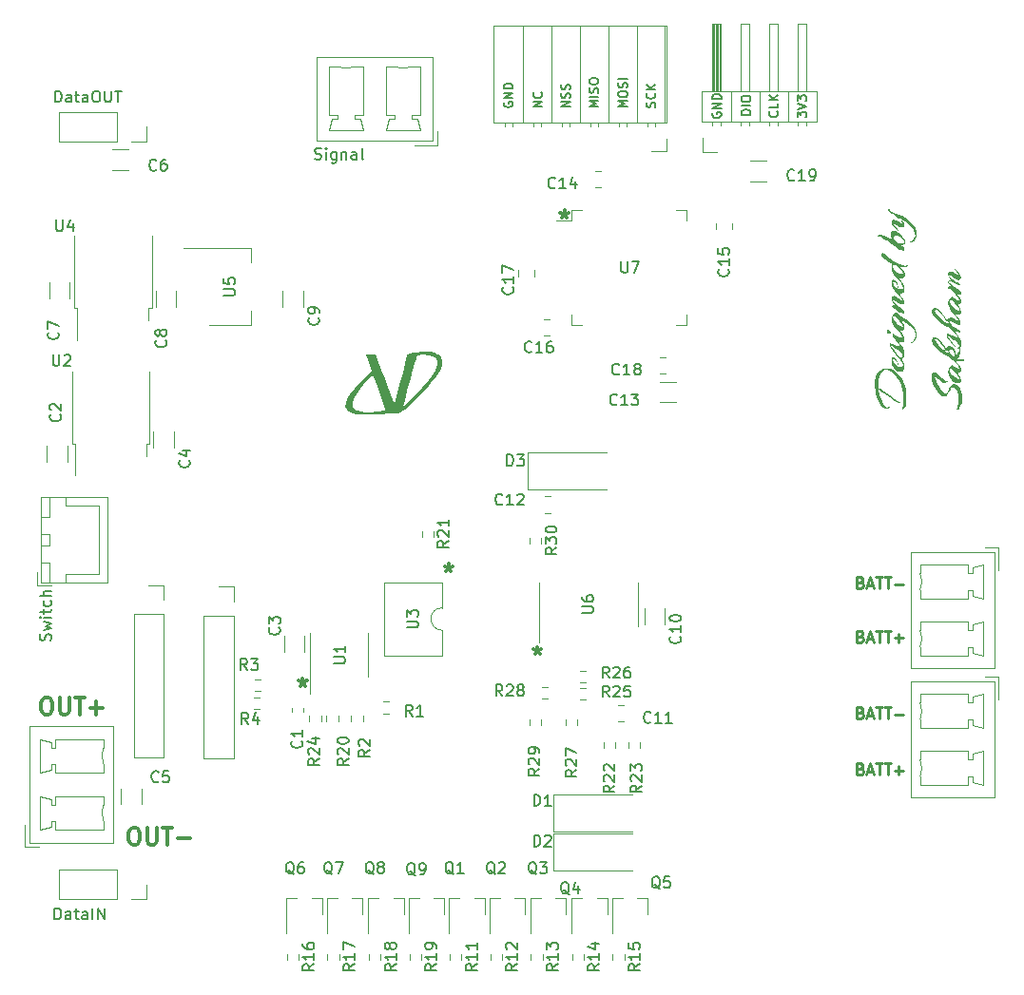
<source format=gbr>
%TF.GenerationSoftware,KiCad,Pcbnew,7.0.9*%
%TF.CreationDate,2024-06-22T09:01:39+05:30*%
%TF.ProjectId,BMS_LV_ADDON,424d535f-4c56-45f4-9144-444f4e2e6b69,rev?*%
%TF.SameCoordinates,Original*%
%TF.FileFunction,Legend,Top*%
%TF.FilePolarity,Positive*%
%FSLAX46Y46*%
G04 Gerber Fmt 4.6, Leading zero omitted, Abs format (unit mm)*
G04 Created by KiCad (PCBNEW 7.0.9) date 2024-06-22 09:01:39*
%MOMM*%
%LPD*%
G01*
G04 APERTURE LIST*
%ADD10C,0.250000*%
%ADD11C,0.200000*%
%ADD12C,0.300000*%
%ADD13C,0.150000*%
%ADD14C,0.120000*%
G04 APERTURE END LIST*
D10*
X73535901Y-66140809D02*
X73678758Y-66188428D01*
X73678758Y-66188428D02*
X73726377Y-66236047D01*
X73726377Y-66236047D02*
X73773996Y-66331285D01*
X73773996Y-66331285D02*
X73773996Y-66474142D01*
X73773996Y-66474142D02*
X73726377Y-66569380D01*
X73726377Y-66569380D02*
X73678758Y-66617000D01*
X73678758Y-66617000D02*
X73583520Y-66664619D01*
X73583520Y-66664619D02*
X73202568Y-66664619D01*
X73202568Y-66664619D02*
X73202568Y-65664619D01*
X73202568Y-65664619D02*
X73535901Y-65664619D01*
X73535901Y-65664619D02*
X73631139Y-65712238D01*
X73631139Y-65712238D02*
X73678758Y-65759857D01*
X73678758Y-65759857D02*
X73726377Y-65855095D01*
X73726377Y-65855095D02*
X73726377Y-65950333D01*
X73726377Y-65950333D02*
X73678758Y-66045571D01*
X73678758Y-66045571D02*
X73631139Y-66093190D01*
X73631139Y-66093190D02*
X73535901Y-66140809D01*
X73535901Y-66140809D02*
X73202568Y-66140809D01*
X74154949Y-66378904D02*
X74631139Y-66378904D01*
X74059711Y-66664619D02*
X74393044Y-65664619D01*
X74393044Y-65664619D02*
X74726377Y-66664619D01*
X74916854Y-65664619D02*
X75488282Y-65664619D01*
X75202568Y-66664619D02*
X75202568Y-65664619D01*
X75678759Y-65664619D02*
X76250187Y-65664619D01*
X75964473Y-66664619D02*
X75964473Y-65664619D01*
X76583521Y-66283666D02*
X77345426Y-66283666D01*
X76964473Y-66664619D02*
X76964473Y-65902714D01*
X73535901Y-54340809D02*
X73678758Y-54388428D01*
X73678758Y-54388428D02*
X73726377Y-54436047D01*
X73726377Y-54436047D02*
X73773996Y-54531285D01*
X73773996Y-54531285D02*
X73773996Y-54674142D01*
X73773996Y-54674142D02*
X73726377Y-54769380D01*
X73726377Y-54769380D02*
X73678758Y-54817000D01*
X73678758Y-54817000D02*
X73583520Y-54864619D01*
X73583520Y-54864619D02*
X73202568Y-54864619D01*
X73202568Y-54864619D02*
X73202568Y-53864619D01*
X73202568Y-53864619D02*
X73535901Y-53864619D01*
X73535901Y-53864619D02*
X73631139Y-53912238D01*
X73631139Y-53912238D02*
X73678758Y-53959857D01*
X73678758Y-53959857D02*
X73726377Y-54055095D01*
X73726377Y-54055095D02*
X73726377Y-54150333D01*
X73726377Y-54150333D02*
X73678758Y-54245571D01*
X73678758Y-54245571D02*
X73631139Y-54293190D01*
X73631139Y-54293190D02*
X73535901Y-54340809D01*
X73535901Y-54340809D02*
X73202568Y-54340809D01*
X74154949Y-54578904D02*
X74631139Y-54578904D01*
X74059711Y-54864619D02*
X74393044Y-53864619D01*
X74393044Y-53864619D02*
X74726377Y-54864619D01*
X74916854Y-53864619D02*
X75488282Y-53864619D01*
X75202568Y-54864619D02*
X75202568Y-53864619D01*
X75678759Y-53864619D02*
X76250187Y-53864619D01*
X75964473Y-54864619D02*
X75964473Y-53864619D01*
X76583521Y-54483666D02*
X77345426Y-54483666D01*
X76964473Y-54864619D02*
X76964473Y-54102714D01*
X73535901Y-61140809D02*
X73678758Y-61188428D01*
X73678758Y-61188428D02*
X73726377Y-61236047D01*
X73726377Y-61236047D02*
X73773996Y-61331285D01*
X73773996Y-61331285D02*
X73773996Y-61474142D01*
X73773996Y-61474142D02*
X73726377Y-61569380D01*
X73726377Y-61569380D02*
X73678758Y-61617000D01*
X73678758Y-61617000D02*
X73583520Y-61664619D01*
X73583520Y-61664619D02*
X73202568Y-61664619D01*
X73202568Y-61664619D02*
X73202568Y-60664619D01*
X73202568Y-60664619D02*
X73535901Y-60664619D01*
X73535901Y-60664619D02*
X73631139Y-60712238D01*
X73631139Y-60712238D02*
X73678758Y-60759857D01*
X73678758Y-60759857D02*
X73726377Y-60855095D01*
X73726377Y-60855095D02*
X73726377Y-60950333D01*
X73726377Y-60950333D02*
X73678758Y-61045571D01*
X73678758Y-61045571D02*
X73631139Y-61093190D01*
X73631139Y-61093190D02*
X73535901Y-61140809D01*
X73535901Y-61140809D02*
X73202568Y-61140809D01*
X74154949Y-61378904D02*
X74631139Y-61378904D01*
X74059711Y-61664619D02*
X74393044Y-60664619D01*
X74393044Y-60664619D02*
X74726377Y-61664619D01*
X74916854Y-60664619D02*
X75488282Y-60664619D01*
X75202568Y-61664619D02*
X75202568Y-60664619D01*
X75678759Y-60664619D02*
X76250187Y-60664619D01*
X75964473Y-61664619D02*
X75964473Y-60664619D01*
X76583521Y-61283666D02*
X77345426Y-61283666D01*
X73535901Y-49540809D02*
X73678758Y-49588428D01*
X73678758Y-49588428D02*
X73726377Y-49636047D01*
X73726377Y-49636047D02*
X73773996Y-49731285D01*
X73773996Y-49731285D02*
X73773996Y-49874142D01*
X73773996Y-49874142D02*
X73726377Y-49969380D01*
X73726377Y-49969380D02*
X73678758Y-50017000D01*
X73678758Y-50017000D02*
X73583520Y-50064619D01*
X73583520Y-50064619D02*
X73202568Y-50064619D01*
X73202568Y-50064619D02*
X73202568Y-49064619D01*
X73202568Y-49064619D02*
X73535901Y-49064619D01*
X73535901Y-49064619D02*
X73631139Y-49112238D01*
X73631139Y-49112238D02*
X73678758Y-49159857D01*
X73678758Y-49159857D02*
X73726377Y-49255095D01*
X73726377Y-49255095D02*
X73726377Y-49350333D01*
X73726377Y-49350333D02*
X73678758Y-49445571D01*
X73678758Y-49445571D02*
X73631139Y-49493190D01*
X73631139Y-49493190D02*
X73535901Y-49540809D01*
X73535901Y-49540809D02*
X73202568Y-49540809D01*
X74154949Y-49778904D02*
X74631139Y-49778904D01*
X74059711Y-50064619D02*
X74393044Y-49064619D01*
X74393044Y-49064619D02*
X74726377Y-50064619D01*
X74916854Y-49064619D02*
X75488282Y-49064619D01*
X75202568Y-50064619D02*
X75202568Y-49064619D01*
X75678759Y-49064619D02*
X76250187Y-49064619D01*
X75964473Y-50064619D02*
X75964473Y-49064619D01*
X76583521Y-49683666D02*
X77345426Y-49683666D01*
D11*
X67941695Y-8104136D02*
X67941695Y-7608898D01*
X67941695Y-7608898D02*
X68246457Y-7875564D01*
X68246457Y-7875564D02*
X68246457Y-7761279D01*
X68246457Y-7761279D02*
X68284552Y-7685088D01*
X68284552Y-7685088D02*
X68322647Y-7646993D01*
X68322647Y-7646993D02*
X68398838Y-7608898D01*
X68398838Y-7608898D02*
X68589314Y-7608898D01*
X68589314Y-7608898D02*
X68665504Y-7646993D01*
X68665504Y-7646993D02*
X68703600Y-7685088D01*
X68703600Y-7685088D02*
X68741695Y-7761279D01*
X68741695Y-7761279D02*
X68741695Y-7989850D01*
X68741695Y-7989850D02*
X68703600Y-8066041D01*
X68703600Y-8066041D02*
X68665504Y-8104136D01*
X67941695Y-7380326D02*
X68741695Y-7113659D01*
X68741695Y-7113659D02*
X67941695Y-6846993D01*
X67941695Y-6656517D02*
X67941695Y-6161279D01*
X67941695Y-6161279D02*
X68246457Y-6427945D01*
X68246457Y-6427945D02*
X68246457Y-6313660D01*
X68246457Y-6313660D02*
X68284552Y-6237469D01*
X68284552Y-6237469D02*
X68322647Y-6199374D01*
X68322647Y-6199374D02*
X68398838Y-6161279D01*
X68398838Y-6161279D02*
X68589314Y-6161279D01*
X68589314Y-6161279D02*
X68665504Y-6199374D01*
X68665504Y-6199374D02*
X68703600Y-6237469D01*
X68703600Y-6237469D02*
X68741695Y-6313660D01*
X68741695Y-6313660D02*
X68741695Y-6542231D01*
X68741695Y-6542231D02*
X68703600Y-6618422D01*
X68703600Y-6618422D02*
X68665504Y-6656517D01*
X66115504Y-7570802D02*
X66153600Y-7608898D01*
X66153600Y-7608898D02*
X66191695Y-7723183D01*
X66191695Y-7723183D02*
X66191695Y-7799374D01*
X66191695Y-7799374D02*
X66153600Y-7913660D01*
X66153600Y-7913660D02*
X66077409Y-7989850D01*
X66077409Y-7989850D02*
X66001219Y-8027945D01*
X66001219Y-8027945D02*
X65848838Y-8066041D01*
X65848838Y-8066041D02*
X65734552Y-8066041D01*
X65734552Y-8066041D02*
X65582171Y-8027945D01*
X65582171Y-8027945D02*
X65505980Y-7989850D01*
X65505980Y-7989850D02*
X65429790Y-7913660D01*
X65429790Y-7913660D02*
X65391695Y-7799374D01*
X65391695Y-7799374D02*
X65391695Y-7723183D01*
X65391695Y-7723183D02*
X65429790Y-7608898D01*
X65429790Y-7608898D02*
X65467885Y-7570802D01*
X66191695Y-6846993D02*
X66191695Y-7227945D01*
X66191695Y-7227945D02*
X65391695Y-7227945D01*
X66191695Y-6580326D02*
X65391695Y-6580326D01*
X66191695Y-6123183D02*
X65734552Y-6466041D01*
X65391695Y-6123183D02*
X65848838Y-6580326D01*
X63741695Y-7877945D02*
X62941695Y-7877945D01*
X62941695Y-7877945D02*
X62941695Y-7687469D01*
X62941695Y-7687469D02*
X62979790Y-7573183D01*
X62979790Y-7573183D02*
X63055980Y-7496993D01*
X63055980Y-7496993D02*
X63132171Y-7458898D01*
X63132171Y-7458898D02*
X63284552Y-7420802D01*
X63284552Y-7420802D02*
X63398838Y-7420802D01*
X63398838Y-7420802D02*
X63551219Y-7458898D01*
X63551219Y-7458898D02*
X63627409Y-7496993D01*
X63627409Y-7496993D02*
X63703600Y-7573183D01*
X63703600Y-7573183D02*
X63741695Y-7687469D01*
X63741695Y-7687469D02*
X63741695Y-7877945D01*
X63741695Y-7077945D02*
X62941695Y-7077945D01*
X62941695Y-6544612D02*
X62941695Y-6392231D01*
X62941695Y-6392231D02*
X62979790Y-6316041D01*
X62979790Y-6316041D02*
X63055980Y-6239850D01*
X63055980Y-6239850D02*
X63208361Y-6201755D01*
X63208361Y-6201755D02*
X63475028Y-6201755D01*
X63475028Y-6201755D02*
X63627409Y-6239850D01*
X63627409Y-6239850D02*
X63703600Y-6316041D01*
X63703600Y-6316041D02*
X63741695Y-6392231D01*
X63741695Y-6392231D02*
X63741695Y-6544612D01*
X63741695Y-6544612D02*
X63703600Y-6620803D01*
X63703600Y-6620803D02*
X63627409Y-6696993D01*
X63627409Y-6696993D02*
X63475028Y-6735089D01*
X63475028Y-6735089D02*
X63208361Y-6735089D01*
X63208361Y-6735089D02*
X63055980Y-6696993D01*
X63055980Y-6696993D02*
X62979790Y-6620803D01*
X62979790Y-6620803D02*
X62941695Y-6544612D01*
X60379790Y-7708898D02*
X60341695Y-7785088D01*
X60341695Y-7785088D02*
X60341695Y-7899374D01*
X60341695Y-7899374D02*
X60379790Y-8013660D01*
X60379790Y-8013660D02*
X60455980Y-8089850D01*
X60455980Y-8089850D02*
X60532171Y-8127945D01*
X60532171Y-8127945D02*
X60684552Y-8166041D01*
X60684552Y-8166041D02*
X60798838Y-8166041D01*
X60798838Y-8166041D02*
X60951219Y-8127945D01*
X60951219Y-8127945D02*
X61027409Y-8089850D01*
X61027409Y-8089850D02*
X61103600Y-8013660D01*
X61103600Y-8013660D02*
X61141695Y-7899374D01*
X61141695Y-7899374D02*
X61141695Y-7823183D01*
X61141695Y-7823183D02*
X61103600Y-7708898D01*
X61103600Y-7708898D02*
X61065504Y-7670802D01*
X61065504Y-7670802D02*
X60798838Y-7670802D01*
X60798838Y-7670802D02*
X60798838Y-7823183D01*
X61141695Y-7327945D02*
X60341695Y-7327945D01*
X60341695Y-7327945D02*
X61141695Y-6870802D01*
X61141695Y-6870802D02*
X60341695Y-6870802D01*
X61141695Y-6489850D02*
X60341695Y-6489850D01*
X60341695Y-6489850D02*
X60341695Y-6299374D01*
X60341695Y-6299374D02*
X60379790Y-6185088D01*
X60379790Y-6185088D02*
X60455980Y-6108898D01*
X60455980Y-6108898D02*
X60532171Y-6070803D01*
X60532171Y-6070803D02*
X60684552Y-6032707D01*
X60684552Y-6032707D02*
X60798838Y-6032707D01*
X60798838Y-6032707D02*
X60951219Y-6070803D01*
X60951219Y-6070803D02*
X61027409Y-6108898D01*
X61027409Y-6108898D02*
X61103600Y-6185088D01*
X61103600Y-6185088D02*
X61141695Y-6299374D01*
X61141695Y-6299374D02*
X61141695Y-6489850D01*
X55253600Y-7216041D02*
X55291695Y-7101755D01*
X55291695Y-7101755D02*
X55291695Y-6911279D01*
X55291695Y-6911279D02*
X55253600Y-6835088D01*
X55253600Y-6835088D02*
X55215504Y-6796993D01*
X55215504Y-6796993D02*
X55139314Y-6758898D01*
X55139314Y-6758898D02*
X55063123Y-6758898D01*
X55063123Y-6758898D02*
X54986933Y-6796993D01*
X54986933Y-6796993D02*
X54948838Y-6835088D01*
X54948838Y-6835088D02*
X54910742Y-6911279D01*
X54910742Y-6911279D02*
X54872647Y-7063660D01*
X54872647Y-7063660D02*
X54834552Y-7139850D01*
X54834552Y-7139850D02*
X54796457Y-7177945D01*
X54796457Y-7177945D02*
X54720266Y-7216041D01*
X54720266Y-7216041D02*
X54644076Y-7216041D01*
X54644076Y-7216041D02*
X54567885Y-7177945D01*
X54567885Y-7177945D02*
X54529790Y-7139850D01*
X54529790Y-7139850D02*
X54491695Y-7063660D01*
X54491695Y-7063660D02*
X54491695Y-6873183D01*
X54491695Y-6873183D02*
X54529790Y-6758898D01*
X55215504Y-5958897D02*
X55253600Y-5996993D01*
X55253600Y-5996993D02*
X55291695Y-6111278D01*
X55291695Y-6111278D02*
X55291695Y-6187469D01*
X55291695Y-6187469D02*
X55253600Y-6301755D01*
X55253600Y-6301755D02*
X55177409Y-6377945D01*
X55177409Y-6377945D02*
X55101219Y-6416040D01*
X55101219Y-6416040D02*
X54948838Y-6454136D01*
X54948838Y-6454136D02*
X54834552Y-6454136D01*
X54834552Y-6454136D02*
X54682171Y-6416040D01*
X54682171Y-6416040D02*
X54605980Y-6377945D01*
X54605980Y-6377945D02*
X54529790Y-6301755D01*
X54529790Y-6301755D02*
X54491695Y-6187469D01*
X54491695Y-6187469D02*
X54491695Y-6111278D01*
X54491695Y-6111278D02*
X54529790Y-5996993D01*
X54529790Y-5996993D02*
X54567885Y-5958897D01*
X55291695Y-5616040D02*
X54491695Y-5616040D01*
X55291695Y-5158897D02*
X54834552Y-5501755D01*
X54491695Y-5158897D02*
X54948838Y-5616040D01*
X52791695Y-7177945D02*
X51991695Y-7177945D01*
X51991695Y-7177945D02*
X52563123Y-6911279D01*
X52563123Y-6911279D02*
X51991695Y-6644612D01*
X51991695Y-6644612D02*
X52791695Y-6644612D01*
X51991695Y-6111278D02*
X51991695Y-5958897D01*
X51991695Y-5958897D02*
X52029790Y-5882707D01*
X52029790Y-5882707D02*
X52105980Y-5806516D01*
X52105980Y-5806516D02*
X52258361Y-5768421D01*
X52258361Y-5768421D02*
X52525028Y-5768421D01*
X52525028Y-5768421D02*
X52677409Y-5806516D01*
X52677409Y-5806516D02*
X52753600Y-5882707D01*
X52753600Y-5882707D02*
X52791695Y-5958897D01*
X52791695Y-5958897D02*
X52791695Y-6111278D01*
X52791695Y-6111278D02*
X52753600Y-6187469D01*
X52753600Y-6187469D02*
X52677409Y-6263659D01*
X52677409Y-6263659D02*
X52525028Y-6301755D01*
X52525028Y-6301755D02*
X52258361Y-6301755D01*
X52258361Y-6301755D02*
X52105980Y-6263659D01*
X52105980Y-6263659D02*
X52029790Y-6187469D01*
X52029790Y-6187469D02*
X51991695Y-6111278D01*
X52753600Y-5463660D02*
X52791695Y-5349374D01*
X52791695Y-5349374D02*
X52791695Y-5158898D01*
X52791695Y-5158898D02*
X52753600Y-5082707D01*
X52753600Y-5082707D02*
X52715504Y-5044612D01*
X52715504Y-5044612D02*
X52639314Y-5006517D01*
X52639314Y-5006517D02*
X52563123Y-5006517D01*
X52563123Y-5006517D02*
X52486933Y-5044612D01*
X52486933Y-5044612D02*
X52448838Y-5082707D01*
X52448838Y-5082707D02*
X52410742Y-5158898D01*
X52410742Y-5158898D02*
X52372647Y-5311279D01*
X52372647Y-5311279D02*
X52334552Y-5387469D01*
X52334552Y-5387469D02*
X52296457Y-5425564D01*
X52296457Y-5425564D02*
X52220266Y-5463660D01*
X52220266Y-5463660D02*
X52144076Y-5463660D01*
X52144076Y-5463660D02*
X52067885Y-5425564D01*
X52067885Y-5425564D02*
X52029790Y-5387469D01*
X52029790Y-5387469D02*
X51991695Y-5311279D01*
X51991695Y-5311279D02*
X51991695Y-5120802D01*
X51991695Y-5120802D02*
X52029790Y-5006517D01*
X52791695Y-4663659D02*
X51991695Y-4663659D01*
X50191695Y-7177945D02*
X49391695Y-7177945D01*
X49391695Y-7177945D02*
X49963123Y-6911279D01*
X49963123Y-6911279D02*
X49391695Y-6644612D01*
X49391695Y-6644612D02*
X50191695Y-6644612D01*
X50191695Y-6263659D02*
X49391695Y-6263659D01*
X50153600Y-5920803D02*
X50191695Y-5806517D01*
X50191695Y-5806517D02*
X50191695Y-5616041D01*
X50191695Y-5616041D02*
X50153600Y-5539850D01*
X50153600Y-5539850D02*
X50115504Y-5501755D01*
X50115504Y-5501755D02*
X50039314Y-5463660D01*
X50039314Y-5463660D02*
X49963123Y-5463660D01*
X49963123Y-5463660D02*
X49886933Y-5501755D01*
X49886933Y-5501755D02*
X49848838Y-5539850D01*
X49848838Y-5539850D02*
X49810742Y-5616041D01*
X49810742Y-5616041D02*
X49772647Y-5768422D01*
X49772647Y-5768422D02*
X49734552Y-5844612D01*
X49734552Y-5844612D02*
X49696457Y-5882707D01*
X49696457Y-5882707D02*
X49620266Y-5920803D01*
X49620266Y-5920803D02*
X49544076Y-5920803D01*
X49544076Y-5920803D02*
X49467885Y-5882707D01*
X49467885Y-5882707D02*
X49429790Y-5844612D01*
X49429790Y-5844612D02*
X49391695Y-5768422D01*
X49391695Y-5768422D02*
X49391695Y-5577945D01*
X49391695Y-5577945D02*
X49429790Y-5463660D01*
X49391695Y-4968421D02*
X49391695Y-4816040D01*
X49391695Y-4816040D02*
X49429790Y-4739850D01*
X49429790Y-4739850D02*
X49505980Y-4663659D01*
X49505980Y-4663659D02*
X49658361Y-4625564D01*
X49658361Y-4625564D02*
X49925028Y-4625564D01*
X49925028Y-4625564D02*
X50077409Y-4663659D01*
X50077409Y-4663659D02*
X50153600Y-4739850D01*
X50153600Y-4739850D02*
X50191695Y-4816040D01*
X50191695Y-4816040D02*
X50191695Y-4968421D01*
X50191695Y-4968421D02*
X50153600Y-5044612D01*
X50153600Y-5044612D02*
X50077409Y-5120802D01*
X50077409Y-5120802D02*
X49925028Y-5158898D01*
X49925028Y-5158898D02*
X49658361Y-5158898D01*
X49658361Y-5158898D02*
X49505980Y-5120802D01*
X49505980Y-5120802D02*
X49429790Y-5044612D01*
X49429790Y-5044612D02*
X49391695Y-4968421D01*
X47691695Y-7177945D02*
X46891695Y-7177945D01*
X46891695Y-7177945D02*
X47691695Y-6720802D01*
X47691695Y-6720802D02*
X46891695Y-6720802D01*
X47653600Y-6377946D02*
X47691695Y-6263660D01*
X47691695Y-6263660D02*
X47691695Y-6073184D01*
X47691695Y-6073184D02*
X47653600Y-5996993D01*
X47653600Y-5996993D02*
X47615504Y-5958898D01*
X47615504Y-5958898D02*
X47539314Y-5920803D01*
X47539314Y-5920803D02*
X47463123Y-5920803D01*
X47463123Y-5920803D02*
X47386933Y-5958898D01*
X47386933Y-5958898D02*
X47348838Y-5996993D01*
X47348838Y-5996993D02*
X47310742Y-6073184D01*
X47310742Y-6073184D02*
X47272647Y-6225565D01*
X47272647Y-6225565D02*
X47234552Y-6301755D01*
X47234552Y-6301755D02*
X47196457Y-6339850D01*
X47196457Y-6339850D02*
X47120266Y-6377946D01*
X47120266Y-6377946D02*
X47044076Y-6377946D01*
X47044076Y-6377946D02*
X46967885Y-6339850D01*
X46967885Y-6339850D02*
X46929790Y-6301755D01*
X46929790Y-6301755D02*
X46891695Y-6225565D01*
X46891695Y-6225565D02*
X46891695Y-6035088D01*
X46891695Y-6035088D02*
X46929790Y-5920803D01*
X47653600Y-5616041D02*
X47691695Y-5501755D01*
X47691695Y-5501755D02*
X47691695Y-5311279D01*
X47691695Y-5311279D02*
X47653600Y-5235088D01*
X47653600Y-5235088D02*
X47615504Y-5196993D01*
X47615504Y-5196993D02*
X47539314Y-5158898D01*
X47539314Y-5158898D02*
X47463123Y-5158898D01*
X47463123Y-5158898D02*
X47386933Y-5196993D01*
X47386933Y-5196993D02*
X47348838Y-5235088D01*
X47348838Y-5235088D02*
X47310742Y-5311279D01*
X47310742Y-5311279D02*
X47272647Y-5463660D01*
X47272647Y-5463660D02*
X47234552Y-5539850D01*
X47234552Y-5539850D02*
X47196457Y-5577945D01*
X47196457Y-5577945D02*
X47120266Y-5616041D01*
X47120266Y-5616041D02*
X47044076Y-5616041D01*
X47044076Y-5616041D02*
X46967885Y-5577945D01*
X46967885Y-5577945D02*
X46929790Y-5539850D01*
X46929790Y-5539850D02*
X46891695Y-5463660D01*
X46891695Y-5463660D02*
X46891695Y-5273183D01*
X46891695Y-5273183D02*
X46929790Y-5158898D01*
X45191695Y-7177945D02*
X44391695Y-7177945D01*
X44391695Y-7177945D02*
X45191695Y-6720802D01*
X45191695Y-6720802D02*
X44391695Y-6720802D01*
X45115504Y-5882707D02*
X45153600Y-5920803D01*
X45153600Y-5920803D02*
X45191695Y-6035088D01*
X45191695Y-6035088D02*
X45191695Y-6111279D01*
X45191695Y-6111279D02*
X45153600Y-6225565D01*
X45153600Y-6225565D02*
X45077409Y-6301755D01*
X45077409Y-6301755D02*
X45001219Y-6339850D01*
X45001219Y-6339850D02*
X44848838Y-6377946D01*
X44848838Y-6377946D02*
X44734552Y-6377946D01*
X44734552Y-6377946D02*
X44582171Y-6339850D01*
X44582171Y-6339850D02*
X44505980Y-6301755D01*
X44505980Y-6301755D02*
X44429790Y-6225565D01*
X44429790Y-6225565D02*
X44391695Y-6111279D01*
X44391695Y-6111279D02*
X44391695Y-6035088D01*
X44391695Y-6035088D02*
X44429790Y-5920803D01*
X44429790Y-5920803D02*
X44467885Y-5882707D01*
X41829790Y-6758898D02*
X41791695Y-6835088D01*
X41791695Y-6835088D02*
X41791695Y-6949374D01*
X41791695Y-6949374D02*
X41829790Y-7063660D01*
X41829790Y-7063660D02*
X41905980Y-7139850D01*
X41905980Y-7139850D02*
X41982171Y-7177945D01*
X41982171Y-7177945D02*
X42134552Y-7216041D01*
X42134552Y-7216041D02*
X42248838Y-7216041D01*
X42248838Y-7216041D02*
X42401219Y-7177945D01*
X42401219Y-7177945D02*
X42477409Y-7139850D01*
X42477409Y-7139850D02*
X42553600Y-7063660D01*
X42553600Y-7063660D02*
X42591695Y-6949374D01*
X42591695Y-6949374D02*
X42591695Y-6873183D01*
X42591695Y-6873183D02*
X42553600Y-6758898D01*
X42553600Y-6758898D02*
X42515504Y-6720802D01*
X42515504Y-6720802D02*
X42248838Y-6720802D01*
X42248838Y-6720802D02*
X42248838Y-6873183D01*
X42591695Y-6377945D02*
X41791695Y-6377945D01*
X41791695Y-6377945D02*
X42591695Y-5920802D01*
X42591695Y-5920802D02*
X41791695Y-5920802D01*
X42591695Y-5539850D02*
X41791695Y-5539850D01*
X41791695Y-5539850D02*
X41791695Y-5349374D01*
X41791695Y-5349374D02*
X41829790Y-5235088D01*
X41829790Y-5235088D02*
X41905980Y-5158898D01*
X41905980Y-5158898D02*
X41982171Y-5120803D01*
X41982171Y-5120803D02*
X42134552Y-5082707D01*
X42134552Y-5082707D02*
X42248838Y-5082707D01*
X42248838Y-5082707D02*
X42401219Y-5120803D01*
X42401219Y-5120803D02*
X42477409Y-5158898D01*
X42477409Y-5158898D02*
X42553600Y-5235088D01*
X42553600Y-5235088D02*
X42591695Y-5349374D01*
X42591695Y-5349374D02*
X42591695Y-5539850D01*
D12*
X23868796Y-58100828D02*
X23868796Y-58457971D01*
X23511653Y-58315114D02*
X23868796Y-58457971D01*
X23868796Y-58457971D02*
X24225939Y-58315114D01*
X23654510Y-58743685D02*
X23868796Y-58457971D01*
X23868796Y-58457971D02*
X24083082Y-58743685D01*
X47168796Y-16400828D02*
X47168796Y-16757971D01*
X46811653Y-16615114D02*
X47168796Y-16757971D01*
X47168796Y-16757971D02*
X47525939Y-16615114D01*
X46954510Y-17043685D02*
X47168796Y-16757971D01*
X47168796Y-16757971D02*
X47383082Y-17043685D01*
X44768796Y-55300828D02*
X44768796Y-55657971D01*
X44411653Y-55515114D02*
X44768796Y-55657971D01*
X44768796Y-55657971D02*
X45125939Y-55515114D01*
X44554510Y-55943685D02*
X44768796Y-55657971D01*
X44768796Y-55657971D02*
X44983082Y-55943685D01*
X36868796Y-47900828D02*
X36868796Y-48257971D01*
X36511653Y-48115114D02*
X36868796Y-48257971D01*
X36868796Y-48257971D02*
X37225939Y-48115114D01*
X36654510Y-48543685D02*
X36868796Y-48257971D01*
X36868796Y-48257971D02*
X37083082Y-48543685D01*
X8740225Y-71400828D02*
X9025939Y-71400828D01*
X9025939Y-71400828D02*
X9168796Y-71472257D01*
X9168796Y-71472257D02*
X9311653Y-71615114D01*
X9311653Y-71615114D02*
X9383082Y-71900828D01*
X9383082Y-71900828D02*
X9383082Y-72400828D01*
X9383082Y-72400828D02*
X9311653Y-72686542D01*
X9311653Y-72686542D02*
X9168796Y-72829400D01*
X9168796Y-72829400D02*
X9025939Y-72900828D01*
X9025939Y-72900828D02*
X8740225Y-72900828D01*
X8740225Y-72900828D02*
X8597368Y-72829400D01*
X8597368Y-72829400D02*
X8454510Y-72686542D01*
X8454510Y-72686542D02*
X8383082Y-72400828D01*
X8383082Y-72400828D02*
X8383082Y-71900828D01*
X8383082Y-71900828D02*
X8454510Y-71615114D01*
X8454510Y-71615114D02*
X8597368Y-71472257D01*
X8597368Y-71472257D02*
X8740225Y-71400828D01*
X10025939Y-71400828D02*
X10025939Y-72615114D01*
X10025939Y-72615114D02*
X10097368Y-72757971D01*
X10097368Y-72757971D02*
X10168797Y-72829400D01*
X10168797Y-72829400D02*
X10311654Y-72900828D01*
X10311654Y-72900828D02*
X10597368Y-72900828D01*
X10597368Y-72900828D02*
X10740225Y-72829400D01*
X10740225Y-72829400D02*
X10811654Y-72757971D01*
X10811654Y-72757971D02*
X10883082Y-72615114D01*
X10883082Y-72615114D02*
X10883082Y-71400828D01*
X11383083Y-71400828D02*
X12240226Y-71400828D01*
X11811654Y-72900828D02*
X11811654Y-71400828D01*
X12740225Y-72329400D02*
X13883083Y-72329400D01*
X940225Y-59800828D02*
X1225939Y-59800828D01*
X1225939Y-59800828D02*
X1368796Y-59872257D01*
X1368796Y-59872257D02*
X1511653Y-60015114D01*
X1511653Y-60015114D02*
X1583082Y-60300828D01*
X1583082Y-60300828D02*
X1583082Y-60800828D01*
X1583082Y-60800828D02*
X1511653Y-61086542D01*
X1511653Y-61086542D02*
X1368796Y-61229400D01*
X1368796Y-61229400D02*
X1225939Y-61300828D01*
X1225939Y-61300828D02*
X940225Y-61300828D01*
X940225Y-61300828D02*
X797367Y-61229400D01*
X797367Y-61229400D02*
X654510Y-61086542D01*
X654510Y-61086542D02*
X583082Y-60800828D01*
X583082Y-60800828D02*
X583082Y-60300828D01*
X583082Y-60300828D02*
X654510Y-60015114D01*
X654510Y-60015114D02*
X797367Y-59872257D01*
X797367Y-59872257D02*
X940225Y-59800828D01*
X2225939Y-59800828D02*
X2225939Y-61015114D01*
X2225939Y-61015114D02*
X2297368Y-61157971D01*
X2297368Y-61157971D02*
X2368797Y-61229400D01*
X2368797Y-61229400D02*
X2511654Y-61300828D01*
X2511654Y-61300828D02*
X2797368Y-61300828D01*
X2797368Y-61300828D02*
X2940225Y-61229400D01*
X2940225Y-61229400D02*
X3011654Y-61157971D01*
X3011654Y-61157971D02*
X3083082Y-61015114D01*
X3083082Y-61015114D02*
X3083082Y-59800828D01*
X3583083Y-59800828D02*
X4440226Y-59800828D01*
X4011654Y-61300828D02*
X4011654Y-59800828D01*
X4940225Y-60729400D02*
X6083083Y-60729400D01*
X5511654Y-61300828D02*
X5511654Y-60157971D01*
D13*
X67657142Y-13659580D02*
X67609523Y-13707200D01*
X67609523Y-13707200D02*
X67466666Y-13754819D01*
X67466666Y-13754819D02*
X67371428Y-13754819D01*
X67371428Y-13754819D02*
X67228571Y-13707200D01*
X67228571Y-13707200D02*
X67133333Y-13611961D01*
X67133333Y-13611961D02*
X67085714Y-13516723D01*
X67085714Y-13516723D02*
X67038095Y-13326247D01*
X67038095Y-13326247D02*
X67038095Y-13183390D01*
X67038095Y-13183390D02*
X67085714Y-12992914D01*
X67085714Y-12992914D02*
X67133333Y-12897676D01*
X67133333Y-12897676D02*
X67228571Y-12802438D01*
X67228571Y-12802438D02*
X67371428Y-12754819D01*
X67371428Y-12754819D02*
X67466666Y-12754819D01*
X67466666Y-12754819D02*
X67609523Y-12802438D01*
X67609523Y-12802438D02*
X67657142Y-12850057D01*
X68609523Y-13754819D02*
X68038095Y-13754819D01*
X68323809Y-13754819D02*
X68323809Y-12754819D01*
X68323809Y-12754819D02*
X68228571Y-12897676D01*
X68228571Y-12897676D02*
X68133333Y-12992914D01*
X68133333Y-12992914D02*
X68038095Y-13040533D01*
X69085714Y-13754819D02*
X69276190Y-13754819D01*
X69276190Y-13754819D02*
X69371428Y-13707200D01*
X69371428Y-13707200D02*
X69419047Y-13659580D01*
X69419047Y-13659580D02*
X69514285Y-13516723D01*
X69514285Y-13516723D02*
X69561904Y-13326247D01*
X69561904Y-13326247D02*
X69561904Y-12945295D01*
X69561904Y-12945295D02*
X69514285Y-12850057D01*
X69514285Y-12850057D02*
X69466666Y-12802438D01*
X69466666Y-12802438D02*
X69371428Y-12754819D01*
X69371428Y-12754819D02*
X69180952Y-12754819D01*
X69180952Y-12754819D02*
X69085714Y-12802438D01*
X69085714Y-12802438D02*
X69038095Y-12850057D01*
X69038095Y-12850057D02*
X68990476Y-12945295D01*
X68990476Y-12945295D02*
X68990476Y-13183390D01*
X68990476Y-13183390D02*
X69038095Y-13278628D01*
X69038095Y-13278628D02*
X69085714Y-13326247D01*
X69085714Y-13326247D02*
X69180952Y-13373866D01*
X69180952Y-13373866D02*
X69371428Y-13373866D01*
X69371428Y-13373866D02*
X69466666Y-13326247D01*
X69466666Y-13326247D02*
X69514285Y-13278628D01*
X69514285Y-13278628D02*
X69561904Y-13183390D01*
X52057142Y-30959580D02*
X52009523Y-31007200D01*
X52009523Y-31007200D02*
X51866666Y-31054819D01*
X51866666Y-31054819D02*
X51771428Y-31054819D01*
X51771428Y-31054819D02*
X51628571Y-31007200D01*
X51628571Y-31007200D02*
X51533333Y-30911961D01*
X51533333Y-30911961D02*
X51485714Y-30816723D01*
X51485714Y-30816723D02*
X51438095Y-30626247D01*
X51438095Y-30626247D02*
X51438095Y-30483390D01*
X51438095Y-30483390D02*
X51485714Y-30292914D01*
X51485714Y-30292914D02*
X51533333Y-30197676D01*
X51533333Y-30197676D02*
X51628571Y-30102438D01*
X51628571Y-30102438D02*
X51771428Y-30054819D01*
X51771428Y-30054819D02*
X51866666Y-30054819D01*
X51866666Y-30054819D02*
X52009523Y-30102438D01*
X52009523Y-30102438D02*
X52057142Y-30150057D01*
X53009523Y-31054819D02*
X52438095Y-31054819D01*
X52723809Y-31054819D02*
X52723809Y-30054819D01*
X52723809Y-30054819D02*
X52628571Y-30197676D01*
X52628571Y-30197676D02*
X52533333Y-30292914D01*
X52533333Y-30292914D02*
X52438095Y-30340533D01*
X53580952Y-30483390D02*
X53485714Y-30435771D01*
X53485714Y-30435771D02*
X53438095Y-30388152D01*
X53438095Y-30388152D02*
X53390476Y-30292914D01*
X53390476Y-30292914D02*
X53390476Y-30245295D01*
X53390476Y-30245295D02*
X53438095Y-30150057D01*
X53438095Y-30150057D02*
X53485714Y-30102438D01*
X53485714Y-30102438D02*
X53580952Y-30054819D01*
X53580952Y-30054819D02*
X53771428Y-30054819D01*
X53771428Y-30054819D02*
X53866666Y-30102438D01*
X53866666Y-30102438D02*
X53914285Y-30150057D01*
X53914285Y-30150057D02*
X53961904Y-30245295D01*
X53961904Y-30245295D02*
X53961904Y-30292914D01*
X53961904Y-30292914D02*
X53914285Y-30388152D01*
X53914285Y-30388152D02*
X53866666Y-30435771D01*
X53866666Y-30435771D02*
X53771428Y-30483390D01*
X53771428Y-30483390D02*
X53580952Y-30483390D01*
X53580952Y-30483390D02*
X53485714Y-30531009D01*
X53485714Y-30531009D02*
X53438095Y-30578628D01*
X53438095Y-30578628D02*
X53390476Y-30673866D01*
X53390476Y-30673866D02*
X53390476Y-30864342D01*
X53390476Y-30864342D02*
X53438095Y-30959580D01*
X53438095Y-30959580D02*
X53485714Y-31007200D01*
X53485714Y-31007200D02*
X53580952Y-31054819D01*
X53580952Y-31054819D02*
X53771428Y-31054819D01*
X53771428Y-31054819D02*
X53866666Y-31007200D01*
X53866666Y-31007200D02*
X53914285Y-30959580D01*
X53914285Y-30959580D02*
X53961904Y-30864342D01*
X53961904Y-30864342D02*
X53961904Y-30673866D01*
X53961904Y-30673866D02*
X53914285Y-30578628D01*
X53914285Y-30578628D02*
X53866666Y-30531009D01*
X53866666Y-30531009D02*
X53771428Y-30483390D01*
X52238095Y-20954819D02*
X52238095Y-21764342D01*
X52238095Y-21764342D02*
X52285714Y-21859580D01*
X52285714Y-21859580D02*
X52333333Y-21907200D01*
X52333333Y-21907200D02*
X52428571Y-21954819D01*
X52428571Y-21954819D02*
X52619047Y-21954819D01*
X52619047Y-21954819D02*
X52714285Y-21907200D01*
X52714285Y-21907200D02*
X52761904Y-21859580D01*
X52761904Y-21859580D02*
X52809523Y-21764342D01*
X52809523Y-21764342D02*
X52809523Y-20954819D01*
X53190476Y-20954819D02*
X53857142Y-20954819D01*
X53857142Y-20954819D02*
X53428571Y-21954819D01*
X42559580Y-23242857D02*
X42607200Y-23290476D01*
X42607200Y-23290476D02*
X42654819Y-23433333D01*
X42654819Y-23433333D02*
X42654819Y-23528571D01*
X42654819Y-23528571D02*
X42607200Y-23671428D01*
X42607200Y-23671428D02*
X42511961Y-23766666D01*
X42511961Y-23766666D02*
X42416723Y-23814285D01*
X42416723Y-23814285D02*
X42226247Y-23861904D01*
X42226247Y-23861904D02*
X42083390Y-23861904D01*
X42083390Y-23861904D02*
X41892914Y-23814285D01*
X41892914Y-23814285D02*
X41797676Y-23766666D01*
X41797676Y-23766666D02*
X41702438Y-23671428D01*
X41702438Y-23671428D02*
X41654819Y-23528571D01*
X41654819Y-23528571D02*
X41654819Y-23433333D01*
X41654819Y-23433333D02*
X41702438Y-23290476D01*
X41702438Y-23290476D02*
X41750057Y-23242857D01*
X42654819Y-22290476D02*
X42654819Y-22861904D01*
X42654819Y-22576190D02*
X41654819Y-22576190D01*
X41654819Y-22576190D02*
X41797676Y-22671428D01*
X41797676Y-22671428D02*
X41892914Y-22766666D01*
X41892914Y-22766666D02*
X41940533Y-22861904D01*
X41654819Y-21957142D02*
X41654819Y-21290476D01*
X41654819Y-21290476D02*
X42654819Y-21719047D01*
X44257142Y-28959580D02*
X44209523Y-29007200D01*
X44209523Y-29007200D02*
X44066666Y-29054819D01*
X44066666Y-29054819D02*
X43971428Y-29054819D01*
X43971428Y-29054819D02*
X43828571Y-29007200D01*
X43828571Y-29007200D02*
X43733333Y-28911961D01*
X43733333Y-28911961D02*
X43685714Y-28816723D01*
X43685714Y-28816723D02*
X43638095Y-28626247D01*
X43638095Y-28626247D02*
X43638095Y-28483390D01*
X43638095Y-28483390D02*
X43685714Y-28292914D01*
X43685714Y-28292914D02*
X43733333Y-28197676D01*
X43733333Y-28197676D02*
X43828571Y-28102438D01*
X43828571Y-28102438D02*
X43971428Y-28054819D01*
X43971428Y-28054819D02*
X44066666Y-28054819D01*
X44066666Y-28054819D02*
X44209523Y-28102438D01*
X44209523Y-28102438D02*
X44257142Y-28150057D01*
X45209523Y-29054819D02*
X44638095Y-29054819D01*
X44923809Y-29054819D02*
X44923809Y-28054819D01*
X44923809Y-28054819D02*
X44828571Y-28197676D01*
X44828571Y-28197676D02*
X44733333Y-28292914D01*
X44733333Y-28292914D02*
X44638095Y-28340533D01*
X46066666Y-28054819D02*
X45876190Y-28054819D01*
X45876190Y-28054819D02*
X45780952Y-28102438D01*
X45780952Y-28102438D02*
X45733333Y-28150057D01*
X45733333Y-28150057D02*
X45638095Y-28292914D01*
X45638095Y-28292914D02*
X45590476Y-28483390D01*
X45590476Y-28483390D02*
X45590476Y-28864342D01*
X45590476Y-28864342D02*
X45638095Y-28959580D01*
X45638095Y-28959580D02*
X45685714Y-29007200D01*
X45685714Y-29007200D02*
X45780952Y-29054819D01*
X45780952Y-29054819D02*
X45971428Y-29054819D01*
X45971428Y-29054819D02*
X46066666Y-29007200D01*
X46066666Y-29007200D02*
X46114285Y-28959580D01*
X46114285Y-28959580D02*
X46161904Y-28864342D01*
X46161904Y-28864342D02*
X46161904Y-28626247D01*
X46161904Y-28626247D02*
X46114285Y-28531009D01*
X46114285Y-28531009D02*
X46066666Y-28483390D01*
X46066666Y-28483390D02*
X45971428Y-28435771D01*
X45971428Y-28435771D02*
X45780952Y-28435771D01*
X45780952Y-28435771D02*
X45685714Y-28483390D01*
X45685714Y-28483390D02*
X45638095Y-28531009D01*
X45638095Y-28531009D02*
X45590476Y-28626247D01*
X61759580Y-21642857D02*
X61807200Y-21690476D01*
X61807200Y-21690476D02*
X61854819Y-21833333D01*
X61854819Y-21833333D02*
X61854819Y-21928571D01*
X61854819Y-21928571D02*
X61807200Y-22071428D01*
X61807200Y-22071428D02*
X61711961Y-22166666D01*
X61711961Y-22166666D02*
X61616723Y-22214285D01*
X61616723Y-22214285D02*
X61426247Y-22261904D01*
X61426247Y-22261904D02*
X61283390Y-22261904D01*
X61283390Y-22261904D02*
X61092914Y-22214285D01*
X61092914Y-22214285D02*
X60997676Y-22166666D01*
X60997676Y-22166666D02*
X60902438Y-22071428D01*
X60902438Y-22071428D02*
X60854819Y-21928571D01*
X60854819Y-21928571D02*
X60854819Y-21833333D01*
X60854819Y-21833333D02*
X60902438Y-21690476D01*
X60902438Y-21690476D02*
X60950057Y-21642857D01*
X61854819Y-20690476D02*
X61854819Y-21261904D01*
X61854819Y-20976190D02*
X60854819Y-20976190D01*
X60854819Y-20976190D02*
X60997676Y-21071428D01*
X60997676Y-21071428D02*
X61092914Y-21166666D01*
X61092914Y-21166666D02*
X61140533Y-21261904D01*
X60854819Y-19785714D02*
X60854819Y-20261904D01*
X60854819Y-20261904D02*
X61331009Y-20309523D01*
X61331009Y-20309523D02*
X61283390Y-20261904D01*
X61283390Y-20261904D02*
X61235771Y-20166666D01*
X61235771Y-20166666D02*
X61235771Y-19928571D01*
X61235771Y-19928571D02*
X61283390Y-19833333D01*
X61283390Y-19833333D02*
X61331009Y-19785714D01*
X61331009Y-19785714D02*
X61426247Y-19738095D01*
X61426247Y-19738095D02*
X61664342Y-19738095D01*
X61664342Y-19738095D02*
X61759580Y-19785714D01*
X61759580Y-19785714D02*
X61807200Y-19833333D01*
X61807200Y-19833333D02*
X61854819Y-19928571D01*
X61854819Y-19928571D02*
X61854819Y-20166666D01*
X61854819Y-20166666D02*
X61807200Y-20261904D01*
X61807200Y-20261904D02*
X61759580Y-20309523D01*
X46357142Y-14359580D02*
X46309523Y-14407200D01*
X46309523Y-14407200D02*
X46166666Y-14454819D01*
X46166666Y-14454819D02*
X46071428Y-14454819D01*
X46071428Y-14454819D02*
X45928571Y-14407200D01*
X45928571Y-14407200D02*
X45833333Y-14311961D01*
X45833333Y-14311961D02*
X45785714Y-14216723D01*
X45785714Y-14216723D02*
X45738095Y-14026247D01*
X45738095Y-14026247D02*
X45738095Y-13883390D01*
X45738095Y-13883390D02*
X45785714Y-13692914D01*
X45785714Y-13692914D02*
X45833333Y-13597676D01*
X45833333Y-13597676D02*
X45928571Y-13502438D01*
X45928571Y-13502438D02*
X46071428Y-13454819D01*
X46071428Y-13454819D02*
X46166666Y-13454819D01*
X46166666Y-13454819D02*
X46309523Y-13502438D01*
X46309523Y-13502438D02*
X46357142Y-13550057D01*
X47309523Y-14454819D02*
X46738095Y-14454819D01*
X47023809Y-14454819D02*
X47023809Y-13454819D01*
X47023809Y-13454819D02*
X46928571Y-13597676D01*
X46928571Y-13597676D02*
X46833333Y-13692914D01*
X46833333Y-13692914D02*
X46738095Y-13740533D01*
X48166666Y-13788152D02*
X48166666Y-14454819D01*
X47928571Y-13407200D02*
X47690476Y-14121485D01*
X47690476Y-14121485D02*
X48309523Y-14121485D01*
X51857142Y-33659580D02*
X51809523Y-33707200D01*
X51809523Y-33707200D02*
X51666666Y-33754819D01*
X51666666Y-33754819D02*
X51571428Y-33754819D01*
X51571428Y-33754819D02*
X51428571Y-33707200D01*
X51428571Y-33707200D02*
X51333333Y-33611961D01*
X51333333Y-33611961D02*
X51285714Y-33516723D01*
X51285714Y-33516723D02*
X51238095Y-33326247D01*
X51238095Y-33326247D02*
X51238095Y-33183390D01*
X51238095Y-33183390D02*
X51285714Y-32992914D01*
X51285714Y-32992914D02*
X51333333Y-32897676D01*
X51333333Y-32897676D02*
X51428571Y-32802438D01*
X51428571Y-32802438D02*
X51571428Y-32754819D01*
X51571428Y-32754819D02*
X51666666Y-32754819D01*
X51666666Y-32754819D02*
X51809523Y-32802438D01*
X51809523Y-32802438D02*
X51857142Y-32850057D01*
X52809523Y-33754819D02*
X52238095Y-33754819D01*
X52523809Y-33754819D02*
X52523809Y-32754819D01*
X52523809Y-32754819D02*
X52428571Y-32897676D01*
X52428571Y-32897676D02*
X52333333Y-32992914D01*
X52333333Y-32992914D02*
X52238095Y-33040533D01*
X53142857Y-32754819D02*
X53761904Y-32754819D01*
X53761904Y-32754819D02*
X53428571Y-33135771D01*
X53428571Y-33135771D02*
X53571428Y-33135771D01*
X53571428Y-33135771D02*
X53666666Y-33183390D01*
X53666666Y-33183390D02*
X53714285Y-33231009D01*
X53714285Y-33231009D02*
X53761904Y-33326247D01*
X53761904Y-33326247D02*
X53761904Y-33564342D01*
X53761904Y-33564342D02*
X53714285Y-33659580D01*
X53714285Y-33659580D02*
X53666666Y-33707200D01*
X53666666Y-33707200D02*
X53571428Y-33754819D01*
X53571428Y-33754819D02*
X53285714Y-33754819D01*
X53285714Y-33754819D02*
X53190476Y-33707200D01*
X53190476Y-33707200D02*
X53142857Y-33659580D01*
X46484819Y-46442857D02*
X46008628Y-46776190D01*
X46484819Y-47014285D02*
X45484819Y-47014285D01*
X45484819Y-47014285D02*
X45484819Y-46633333D01*
X45484819Y-46633333D02*
X45532438Y-46538095D01*
X45532438Y-46538095D02*
X45580057Y-46490476D01*
X45580057Y-46490476D02*
X45675295Y-46442857D01*
X45675295Y-46442857D02*
X45818152Y-46442857D01*
X45818152Y-46442857D02*
X45913390Y-46490476D01*
X45913390Y-46490476D02*
X45961009Y-46538095D01*
X45961009Y-46538095D02*
X46008628Y-46633333D01*
X46008628Y-46633333D02*
X46008628Y-47014285D01*
X45484819Y-46109523D02*
X45484819Y-45490476D01*
X45484819Y-45490476D02*
X45865771Y-45823809D01*
X45865771Y-45823809D02*
X45865771Y-45680952D01*
X45865771Y-45680952D02*
X45913390Y-45585714D01*
X45913390Y-45585714D02*
X45961009Y-45538095D01*
X45961009Y-45538095D02*
X46056247Y-45490476D01*
X46056247Y-45490476D02*
X46294342Y-45490476D01*
X46294342Y-45490476D02*
X46389580Y-45538095D01*
X46389580Y-45538095D02*
X46437200Y-45585714D01*
X46437200Y-45585714D02*
X46484819Y-45680952D01*
X46484819Y-45680952D02*
X46484819Y-45966666D01*
X46484819Y-45966666D02*
X46437200Y-46061904D01*
X46437200Y-46061904D02*
X46389580Y-46109523D01*
X45484819Y-44871428D02*
X45484819Y-44776190D01*
X45484819Y-44776190D02*
X45532438Y-44680952D01*
X45532438Y-44680952D02*
X45580057Y-44633333D01*
X45580057Y-44633333D02*
X45675295Y-44585714D01*
X45675295Y-44585714D02*
X45865771Y-44538095D01*
X45865771Y-44538095D02*
X46103866Y-44538095D01*
X46103866Y-44538095D02*
X46294342Y-44585714D01*
X46294342Y-44585714D02*
X46389580Y-44633333D01*
X46389580Y-44633333D02*
X46437200Y-44680952D01*
X46437200Y-44680952D02*
X46484819Y-44776190D01*
X46484819Y-44776190D02*
X46484819Y-44871428D01*
X46484819Y-44871428D02*
X46437200Y-44966666D01*
X46437200Y-44966666D02*
X46389580Y-45014285D01*
X46389580Y-45014285D02*
X46294342Y-45061904D01*
X46294342Y-45061904D02*
X46103866Y-45109523D01*
X46103866Y-45109523D02*
X45865771Y-45109523D01*
X45865771Y-45109523D02*
X45675295Y-45061904D01*
X45675295Y-45061904D02*
X45580057Y-45014285D01*
X45580057Y-45014285D02*
X45532438Y-44966666D01*
X45532438Y-44966666D02*
X45484819Y-44871428D01*
X44954819Y-66142857D02*
X44478628Y-66476190D01*
X44954819Y-66714285D02*
X43954819Y-66714285D01*
X43954819Y-66714285D02*
X43954819Y-66333333D01*
X43954819Y-66333333D02*
X44002438Y-66238095D01*
X44002438Y-66238095D02*
X44050057Y-66190476D01*
X44050057Y-66190476D02*
X44145295Y-66142857D01*
X44145295Y-66142857D02*
X44288152Y-66142857D01*
X44288152Y-66142857D02*
X44383390Y-66190476D01*
X44383390Y-66190476D02*
X44431009Y-66238095D01*
X44431009Y-66238095D02*
X44478628Y-66333333D01*
X44478628Y-66333333D02*
X44478628Y-66714285D01*
X44050057Y-65761904D02*
X44002438Y-65714285D01*
X44002438Y-65714285D02*
X43954819Y-65619047D01*
X43954819Y-65619047D02*
X43954819Y-65380952D01*
X43954819Y-65380952D02*
X44002438Y-65285714D01*
X44002438Y-65285714D02*
X44050057Y-65238095D01*
X44050057Y-65238095D02*
X44145295Y-65190476D01*
X44145295Y-65190476D02*
X44240533Y-65190476D01*
X44240533Y-65190476D02*
X44383390Y-65238095D01*
X44383390Y-65238095D02*
X44954819Y-65809523D01*
X44954819Y-65809523D02*
X44954819Y-65190476D01*
X44954819Y-64714285D02*
X44954819Y-64523809D01*
X44954819Y-64523809D02*
X44907200Y-64428571D01*
X44907200Y-64428571D02*
X44859580Y-64380952D01*
X44859580Y-64380952D02*
X44716723Y-64285714D01*
X44716723Y-64285714D02*
X44526247Y-64238095D01*
X44526247Y-64238095D02*
X44145295Y-64238095D01*
X44145295Y-64238095D02*
X44050057Y-64285714D01*
X44050057Y-64285714D02*
X44002438Y-64333333D01*
X44002438Y-64333333D02*
X43954819Y-64428571D01*
X43954819Y-64428571D02*
X43954819Y-64619047D01*
X43954819Y-64619047D02*
X44002438Y-64714285D01*
X44002438Y-64714285D02*
X44050057Y-64761904D01*
X44050057Y-64761904D02*
X44145295Y-64809523D01*
X44145295Y-64809523D02*
X44383390Y-64809523D01*
X44383390Y-64809523D02*
X44478628Y-64761904D01*
X44478628Y-64761904D02*
X44526247Y-64714285D01*
X44526247Y-64714285D02*
X44573866Y-64619047D01*
X44573866Y-64619047D02*
X44573866Y-64428571D01*
X44573866Y-64428571D02*
X44526247Y-64333333D01*
X44526247Y-64333333D02*
X44478628Y-64285714D01*
X44478628Y-64285714D02*
X44383390Y-64238095D01*
X41657142Y-59654819D02*
X41323809Y-59178628D01*
X41085714Y-59654819D02*
X41085714Y-58654819D01*
X41085714Y-58654819D02*
X41466666Y-58654819D01*
X41466666Y-58654819D02*
X41561904Y-58702438D01*
X41561904Y-58702438D02*
X41609523Y-58750057D01*
X41609523Y-58750057D02*
X41657142Y-58845295D01*
X41657142Y-58845295D02*
X41657142Y-58988152D01*
X41657142Y-58988152D02*
X41609523Y-59083390D01*
X41609523Y-59083390D02*
X41561904Y-59131009D01*
X41561904Y-59131009D02*
X41466666Y-59178628D01*
X41466666Y-59178628D02*
X41085714Y-59178628D01*
X42038095Y-58750057D02*
X42085714Y-58702438D01*
X42085714Y-58702438D02*
X42180952Y-58654819D01*
X42180952Y-58654819D02*
X42419047Y-58654819D01*
X42419047Y-58654819D02*
X42514285Y-58702438D01*
X42514285Y-58702438D02*
X42561904Y-58750057D01*
X42561904Y-58750057D02*
X42609523Y-58845295D01*
X42609523Y-58845295D02*
X42609523Y-58940533D01*
X42609523Y-58940533D02*
X42561904Y-59083390D01*
X42561904Y-59083390D02*
X41990476Y-59654819D01*
X41990476Y-59654819D02*
X42609523Y-59654819D01*
X43180952Y-59083390D02*
X43085714Y-59035771D01*
X43085714Y-59035771D02*
X43038095Y-58988152D01*
X43038095Y-58988152D02*
X42990476Y-58892914D01*
X42990476Y-58892914D02*
X42990476Y-58845295D01*
X42990476Y-58845295D02*
X43038095Y-58750057D01*
X43038095Y-58750057D02*
X43085714Y-58702438D01*
X43085714Y-58702438D02*
X43180952Y-58654819D01*
X43180952Y-58654819D02*
X43371428Y-58654819D01*
X43371428Y-58654819D02*
X43466666Y-58702438D01*
X43466666Y-58702438D02*
X43514285Y-58750057D01*
X43514285Y-58750057D02*
X43561904Y-58845295D01*
X43561904Y-58845295D02*
X43561904Y-58892914D01*
X43561904Y-58892914D02*
X43514285Y-58988152D01*
X43514285Y-58988152D02*
X43466666Y-59035771D01*
X43466666Y-59035771D02*
X43371428Y-59083390D01*
X43371428Y-59083390D02*
X43180952Y-59083390D01*
X43180952Y-59083390D02*
X43085714Y-59131009D01*
X43085714Y-59131009D02*
X43038095Y-59178628D01*
X43038095Y-59178628D02*
X42990476Y-59273866D01*
X42990476Y-59273866D02*
X42990476Y-59464342D01*
X42990476Y-59464342D02*
X43038095Y-59559580D01*
X43038095Y-59559580D02*
X43085714Y-59607200D01*
X43085714Y-59607200D02*
X43180952Y-59654819D01*
X43180952Y-59654819D02*
X43371428Y-59654819D01*
X43371428Y-59654819D02*
X43466666Y-59607200D01*
X43466666Y-59607200D02*
X43514285Y-59559580D01*
X43514285Y-59559580D02*
X43561904Y-59464342D01*
X43561904Y-59464342D02*
X43561904Y-59273866D01*
X43561904Y-59273866D02*
X43514285Y-59178628D01*
X43514285Y-59178628D02*
X43466666Y-59131009D01*
X43466666Y-59131009D02*
X43371428Y-59083390D01*
X48254819Y-66242857D02*
X47778628Y-66576190D01*
X48254819Y-66814285D02*
X47254819Y-66814285D01*
X47254819Y-66814285D02*
X47254819Y-66433333D01*
X47254819Y-66433333D02*
X47302438Y-66338095D01*
X47302438Y-66338095D02*
X47350057Y-66290476D01*
X47350057Y-66290476D02*
X47445295Y-66242857D01*
X47445295Y-66242857D02*
X47588152Y-66242857D01*
X47588152Y-66242857D02*
X47683390Y-66290476D01*
X47683390Y-66290476D02*
X47731009Y-66338095D01*
X47731009Y-66338095D02*
X47778628Y-66433333D01*
X47778628Y-66433333D02*
X47778628Y-66814285D01*
X47350057Y-65861904D02*
X47302438Y-65814285D01*
X47302438Y-65814285D02*
X47254819Y-65719047D01*
X47254819Y-65719047D02*
X47254819Y-65480952D01*
X47254819Y-65480952D02*
X47302438Y-65385714D01*
X47302438Y-65385714D02*
X47350057Y-65338095D01*
X47350057Y-65338095D02*
X47445295Y-65290476D01*
X47445295Y-65290476D02*
X47540533Y-65290476D01*
X47540533Y-65290476D02*
X47683390Y-65338095D01*
X47683390Y-65338095D02*
X48254819Y-65909523D01*
X48254819Y-65909523D02*
X48254819Y-65290476D01*
X47254819Y-64957142D02*
X47254819Y-64290476D01*
X47254819Y-64290476D02*
X48254819Y-64719047D01*
X51157142Y-58054819D02*
X50823809Y-57578628D01*
X50585714Y-58054819D02*
X50585714Y-57054819D01*
X50585714Y-57054819D02*
X50966666Y-57054819D01*
X50966666Y-57054819D02*
X51061904Y-57102438D01*
X51061904Y-57102438D02*
X51109523Y-57150057D01*
X51109523Y-57150057D02*
X51157142Y-57245295D01*
X51157142Y-57245295D02*
X51157142Y-57388152D01*
X51157142Y-57388152D02*
X51109523Y-57483390D01*
X51109523Y-57483390D02*
X51061904Y-57531009D01*
X51061904Y-57531009D02*
X50966666Y-57578628D01*
X50966666Y-57578628D02*
X50585714Y-57578628D01*
X51538095Y-57150057D02*
X51585714Y-57102438D01*
X51585714Y-57102438D02*
X51680952Y-57054819D01*
X51680952Y-57054819D02*
X51919047Y-57054819D01*
X51919047Y-57054819D02*
X52014285Y-57102438D01*
X52014285Y-57102438D02*
X52061904Y-57150057D01*
X52061904Y-57150057D02*
X52109523Y-57245295D01*
X52109523Y-57245295D02*
X52109523Y-57340533D01*
X52109523Y-57340533D02*
X52061904Y-57483390D01*
X52061904Y-57483390D02*
X51490476Y-58054819D01*
X51490476Y-58054819D02*
X52109523Y-58054819D01*
X52966666Y-57054819D02*
X52776190Y-57054819D01*
X52776190Y-57054819D02*
X52680952Y-57102438D01*
X52680952Y-57102438D02*
X52633333Y-57150057D01*
X52633333Y-57150057D02*
X52538095Y-57292914D01*
X52538095Y-57292914D02*
X52490476Y-57483390D01*
X52490476Y-57483390D02*
X52490476Y-57864342D01*
X52490476Y-57864342D02*
X52538095Y-57959580D01*
X52538095Y-57959580D02*
X52585714Y-58007200D01*
X52585714Y-58007200D02*
X52680952Y-58054819D01*
X52680952Y-58054819D02*
X52871428Y-58054819D01*
X52871428Y-58054819D02*
X52966666Y-58007200D01*
X52966666Y-58007200D02*
X53014285Y-57959580D01*
X53014285Y-57959580D02*
X53061904Y-57864342D01*
X53061904Y-57864342D02*
X53061904Y-57626247D01*
X53061904Y-57626247D02*
X53014285Y-57531009D01*
X53014285Y-57531009D02*
X52966666Y-57483390D01*
X52966666Y-57483390D02*
X52871428Y-57435771D01*
X52871428Y-57435771D02*
X52680952Y-57435771D01*
X52680952Y-57435771D02*
X52585714Y-57483390D01*
X52585714Y-57483390D02*
X52538095Y-57531009D01*
X52538095Y-57531009D02*
X52490476Y-57626247D01*
X51157142Y-59754819D02*
X50823809Y-59278628D01*
X50585714Y-59754819D02*
X50585714Y-58754819D01*
X50585714Y-58754819D02*
X50966666Y-58754819D01*
X50966666Y-58754819D02*
X51061904Y-58802438D01*
X51061904Y-58802438D02*
X51109523Y-58850057D01*
X51109523Y-58850057D02*
X51157142Y-58945295D01*
X51157142Y-58945295D02*
X51157142Y-59088152D01*
X51157142Y-59088152D02*
X51109523Y-59183390D01*
X51109523Y-59183390D02*
X51061904Y-59231009D01*
X51061904Y-59231009D02*
X50966666Y-59278628D01*
X50966666Y-59278628D02*
X50585714Y-59278628D01*
X51538095Y-58850057D02*
X51585714Y-58802438D01*
X51585714Y-58802438D02*
X51680952Y-58754819D01*
X51680952Y-58754819D02*
X51919047Y-58754819D01*
X51919047Y-58754819D02*
X52014285Y-58802438D01*
X52014285Y-58802438D02*
X52061904Y-58850057D01*
X52061904Y-58850057D02*
X52109523Y-58945295D01*
X52109523Y-58945295D02*
X52109523Y-59040533D01*
X52109523Y-59040533D02*
X52061904Y-59183390D01*
X52061904Y-59183390D02*
X51490476Y-59754819D01*
X51490476Y-59754819D02*
X52109523Y-59754819D01*
X53014285Y-58754819D02*
X52538095Y-58754819D01*
X52538095Y-58754819D02*
X52490476Y-59231009D01*
X52490476Y-59231009D02*
X52538095Y-59183390D01*
X52538095Y-59183390D02*
X52633333Y-59135771D01*
X52633333Y-59135771D02*
X52871428Y-59135771D01*
X52871428Y-59135771D02*
X52966666Y-59183390D01*
X52966666Y-59183390D02*
X53014285Y-59231009D01*
X53014285Y-59231009D02*
X53061904Y-59326247D01*
X53061904Y-59326247D02*
X53061904Y-59564342D01*
X53061904Y-59564342D02*
X53014285Y-59659580D01*
X53014285Y-59659580D02*
X52966666Y-59707200D01*
X52966666Y-59707200D02*
X52871428Y-59754819D01*
X52871428Y-59754819D02*
X52633333Y-59754819D01*
X52633333Y-59754819D02*
X52538095Y-59707200D01*
X52538095Y-59707200D02*
X52490476Y-59659580D01*
X54054819Y-67642857D02*
X53578628Y-67976190D01*
X54054819Y-68214285D02*
X53054819Y-68214285D01*
X53054819Y-68214285D02*
X53054819Y-67833333D01*
X53054819Y-67833333D02*
X53102438Y-67738095D01*
X53102438Y-67738095D02*
X53150057Y-67690476D01*
X53150057Y-67690476D02*
X53245295Y-67642857D01*
X53245295Y-67642857D02*
X53388152Y-67642857D01*
X53388152Y-67642857D02*
X53483390Y-67690476D01*
X53483390Y-67690476D02*
X53531009Y-67738095D01*
X53531009Y-67738095D02*
X53578628Y-67833333D01*
X53578628Y-67833333D02*
X53578628Y-68214285D01*
X53150057Y-67261904D02*
X53102438Y-67214285D01*
X53102438Y-67214285D02*
X53054819Y-67119047D01*
X53054819Y-67119047D02*
X53054819Y-66880952D01*
X53054819Y-66880952D02*
X53102438Y-66785714D01*
X53102438Y-66785714D02*
X53150057Y-66738095D01*
X53150057Y-66738095D02*
X53245295Y-66690476D01*
X53245295Y-66690476D02*
X53340533Y-66690476D01*
X53340533Y-66690476D02*
X53483390Y-66738095D01*
X53483390Y-66738095D02*
X54054819Y-67309523D01*
X54054819Y-67309523D02*
X54054819Y-66690476D01*
X53054819Y-66357142D02*
X53054819Y-65738095D01*
X53054819Y-65738095D02*
X53435771Y-66071428D01*
X53435771Y-66071428D02*
X53435771Y-65928571D01*
X53435771Y-65928571D02*
X53483390Y-65833333D01*
X53483390Y-65833333D02*
X53531009Y-65785714D01*
X53531009Y-65785714D02*
X53626247Y-65738095D01*
X53626247Y-65738095D02*
X53864342Y-65738095D01*
X53864342Y-65738095D02*
X53959580Y-65785714D01*
X53959580Y-65785714D02*
X54007200Y-65833333D01*
X54007200Y-65833333D02*
X54054819Y-65928571D01*
X54054819Y-65928571D02*
X54054819Y-66214285D01*
X54054819Y-66214285D02*
X54007200Y-66309523D01*
X54007200Y-66309523D02*
X53959580Y-66357142D01*
X51654819Y-67642857D02*
X51178628Y-67976190D01*
X51654819Y-68214285D02*
X50654819Y-68214285D01*
X50654819Y-68214285D02*
X50654819Y-67833333D01*
X50654819Y-67833333D02*
X50702438Y-67738095D01*
X50702438Y-67738095D02*
X50750057Y-67690476D01*
X50750057Y-67690476D02*
X50845295Y-67642857D01*
X50845295Y-67642857D02*
X50988152Y-67642857D01*
X50988152Y-67642857D02*
X51083390Y-67690476D01*
X51083390Y-67690476D02*
X51131009Y-67738095D01*
X51131009Y-67738095D02*
X51178628Y-67833333D01*
X51178628Y-67833333D02*
X51178628Y-68214285D01*
X50750057Y-67261904D02*
X50702438Y-67214285D01*
X50702438Y-67214285D02*
X50654819Y-67119047D01*
X50654819Y-67119047D02*
X50654819Y-66880952D01*
X50654819Y-66880952D02*
X50702438Y-66785714D01*
X50702438Y-66785714D02*
X50750057Y-66738095D01*
X50750057Y-66738095D02*
X50845295Y-66690476D01*
X50845295Y-66690476D02*
X50940533Y-66690476D01*
X50940533Y-66690476D02*
X51083390Y-66738095D01*
X51083390Y-66738095D02*
X51654819Y-67309523D01*
X51654819Y-67309523D02*
X51654819Y-66690476D01*
X50750057Y-66309523D02*
X50702438Y-66261904D01*
X50702438Y-66261904D02*
X50654819Y-66166666D01*
X50654819Y-66166666D02*
X50654819Y-65928571D01*
X50654819Y-65928571D02*
X50702438Y-65833333D01*
X50702438Y-65833333D02*
X50750057Y-65785714D01*
X50750057Y-65785714D02*
X50845295Y-65738095D01*
X50845295Y-65738095D02*
X50940533Y-65738095D01*
X50940533Y-65738095D02*
X51083390Y-65785714D01*
X51083390Y-65785714D02*
X51654819Y-66357142D01*
X51654819Y-66357142D02*
X51654819Y-65738095D01*
X42061905Y-39154819D02*
X42061905Y-38154819D01*
X42061905Y-38154819D02*
X42300000Y-38154819D01*
X42300000Y-38154819D02*
X42442857Y-38202438D01*
X42442857Y-38202438D02*
X42538095Y-38297676D01*
X42538095Y-38297676D02*
X42585714Y-38392914D01*
X42585714Y-38392914D02*
X42633333Y-38583390D01*
X42633333Y-38583390D02*
X42633333Y-38726247D01*
X42633333Y-38726247D02*
X42585714Y-38916723D01*
X42585714Y-38916723D02*
X42538095Y-39011961D01*
X42538095Y-39011961D02*
X42442857Y-39107200D01*
X42442857Y-39107200D02*
X42300000Y-39154819D01*
X42300000Y-39154819D02*
X42061905Y-39154819D01*
X42966667Y-38154819D02*
X43585714Y-38154819D01*
X43585714Y-38154819D02*
X43252381Y-38535771D01*
X43252381Y-38535771D02*
X43395238Y-38535771D01*
X43395238Y-38535771D02*
X43490476Y-38583390D01*
X43490476Y-38583390D02*
X43538095Y-38631009D01*
X43538095Y-38631009D02*
X43585714Y-38726247D01*
X43585714Y-38726247D02*
X43585714Y-38964342D01*
X43585714Y-38964342D02*
X43538095Y-39059580D01*
X43538095Y-39059580D02*
X43490476Y-39107200D01*
X43490476Y-39107200D02*
X43395238Y-39154819D01*
X43395238Y-39154819D02*
X43109524Y-39154819D01*
X43109524Y-39154819D02*
X43014286Y-39107200D01*
X43014286Y-39107200D02*
X42966667Y-39059580D01*
X41657142Y-42559580D02*
X41609523Y-42607200D01*
X41609523Y-42607200D02*
X41466666Y-42654819D01*
X41466666Y-42654819D02*
X41371428Y-42654819D01*
X41371428Y-42654819D02*
X41228571Y-42607200D01*
X41228571Y-42607200D02*
X41133333Y-42511961D01*
X41133333Y-42511961D02*
X41085714Y-42416723D01*
X41085714Y-42416723D02*
X41038095Y-42226247D01*
X41038095Y-42226247D02*
X41038095Y-42083390D01*
X41038095Y-42083390D02*
X41085714Y-41892914D01*
X41085714Y-41892914D02*
X41133333Y-41797676D01*
X41133333Y-41797676D02*
X41228571Y-41702438D01*
X41228571Y-41702438D02*
X41371428Y-41654819D01*
X41371428Y-41654819D02*
X41466666Y-41654819D01*
X41466666Y-41654819D02*
X41609523Y-41702438D01*
X41609523Y-41702438D02*
X41657142Y-41750057D01*
X42609523Y-42654819D02*
X42038095Y-42654819D01*
X42323809Y-42654819D02*
X42323809Y-41654819D01*
X42323809Y-41654819D02*
X42228571Y-41797676D01*
X42228571Y-41797676D02*
X42133333Y-41892914D01*
X42133333Y-41892914D02*
X42038095Y-41940533D01*
X42990476Y-41750057D02*
X43038095Y-41702438D01*
X43038095Y-41702438D02*
X43133333Y-41654819D01*
X43133333Y-41654819D02*
X43371428Y-41654819D01*
X43371428Y-41654819D02*
X43466666Y-41702438D01*
X43466666Y-41702438D02*
X43514285Y-41750057D01*
X43514285Y-41750057D02*
X43561904Y-41845295D01*
X43561904Y-41845295D02*
X43561904Y-41940533D01*
X43561904Y-41940533D02*
X43514285Y-42083390D01*
X43514285Y-42083390D02*
X42942857Y-42654819D01*
X42942857Y-42654819D02*
X43561904Y-42654819D01*
X54857142Y-61959580D02*
X54809523Y-62007200D01*
X54809523Y-62007200D02*
X54666666Y-62054819D01*
X54666666Y-62054819D02*
X54571428Y-62054819D01*
X54571428Y-62054819D02*
X54428571Y-62007200D01*
X54428571Y-62007200D02*
X54333333Y-61911961D01*
X54333333Y-61911961D02*
X54285714Y-61816723D01*
X54285714Y-61816723D02*
X54238095Y-61626247D01*
X54238095Y-61626247D02*
X54238095Y-61483390D01*
X54238095Y-61483390D02*
X54285714Y-61292914D01*
X54285714Y-61292914D02*
X54333333Y-61197676D01*
X54333333Y-61197676D02*
X54428571Y-61102438D01*
X54428571Y-61102438D02*
X54571428Y-61054819D01*
X54571428Y-61054819D02*
X54666666Y-61054819D01*
X54666666Y-61054819D02*
X54809523Y-61102438D01*
X54809523Y-61102438D02*
X54857142Y-61150057D01*
X55809523Y-62054819D02*
X55238095Y-62054819D01*
X55523809Y-62054819D02*
X55523809Y-61054819D01*
X55523809Y-61054819D02*
X55428571Y-61197676D01*
X55428571Y-61197676D02*
X55333333Y-61292914D01*
X55333333Y-61292914D02*
X55238095Y-61340533D01*
X56761904Y-62054819D02*
X56190476Y-62054819D01*
X56476190Y-62054819D02*
X56476190Y-61054819D01*
X56476190Y-61054819D02*
X56380952Y-61197676D01*
X56380952Y-61197676D02*
X56285714Y-61292914D01*
X56285714Y-61292914D02*
X56190476Y-61340533D01*
X48754819Y-52261904D02*
X49564342Y-52261904D01*
X49564342Y-52261904D02*
X49659580Y-52214285D01*
X49659580Y-52214285D02*
X49707200Y-52166666D01*
X49707200Y-52166666D02*
X49754819Y-52071428D01*
X49754819Y-52071428D02*
X49754819Y-51880952D01*
X49754819Y-51880952D02*
X49707200Y-51785714D01*
X49707200Y-51785714D02*
X49659580Y-51738095D01*
X49659580Y-51738095D02*
X49564342Y-51690476D01*
X49564342Y-51690476D02*
X48754819Y-51690476D01*
X48754819Y-50785714D02*
X48754819Y-50976190D01*
X48754819Y-50976190D02*
X48802438Y-51071428D01*
X48802438Y-51071428D02*
X48850057Y-51119047D01*
X48850057Y-51119047D02*
X48992914Y-51214285D01*
X48992914Y-51214285D02*
X49183390Y-51261904D01*
X49183390Y-51261904D02*
X49564342Y-51261904D01*
X49564342Y-51261904D02*
X49659580Y-51214285D01*
X49659580Y-51214285D02*
X49707200Y-51166666D01*
X49707200Y-51166666D02*
X49754819Y-51071428D01*
X49754819Y-51071428D02*
X49754819Y-50880952D01*
X49754819Y-50880952D02*
X49707200Y-50785714D01*
X49707200Y-50785714D02*
X49659580Y-50738095D01*
X49659580Y-50738095D02*
X49564342Y-50690476D01*
X49564342Y-50690476D02*
X49326247Y-50690476D01*
X49326247Y-50690476D02*
X49231009Y-50738095D01*
X49231009Y-50738095D02*
X49183390Y-50785714D01*
X49183390Y-50785714D02*
X49135771Y-50880952D01*
X49135771Y-50880952D02*
X49135771Y-51071428D01*
X49135771Y-51071428D02*
X49183390Y-51166666D01*
X49183390Y-51166666D02*
X49231009Y-51214285D01*
X49231009Y-51214285D02*
X49326247Y-51261904D01*
X57459580Y-54342857D02*
X57507200Y-54390476D01*
X57507200Y-54390476D02*
X57554819Y-54533333D01*
X57554819Y-54533333D02*
X57554819Y-54628571D01*
X57554819Y-54628571D02*
X57507200Y-54771428D01*
X57507200Y-54771428D02*
X57411961Y-54866666D01*
X57411961Y-54866666D02*
X57316723Y-54914285D01*
X57316723Y-54914285D02*
X57126247Y-54961904D01*
X57126247Y-54961904D02*
X56983390Y-54961904D01*
X56983390Y-54961904D02*
X56792914Y-54914285D01*
X56792914Y-54914285D02*
X56697676Y-54866666D01*
X56697676Y-54866666D02*
X56602438Y-54771428D01*
X56602438Y-54771428D02*
X56554819Y-54628571D01*
X56554819Y-54628571D02*
X56554819Y-54533333D01*
X56554819Y-54533333D02*
X56602438Y-54390476D01*
X56602438Y-54390476D02*
X56650057Y-54342857D01*
X57554819Y-53390476D02*
X57554819Y-53961904D01*
X57554819Y-53676190D02*
X56554819Y-53676190D01*
X56554819Y-53676190D02*
X56697676Y-53771428D01*
X56697676Y-53771428D02*
X56792914Y-53866666D01*
X56792914Y-53866666D02*
X56840533Y-53961904D01*
X56554819Y-52771428D02*
X56554819Y-52676190D01*
X56554819Y-52676190D02*
X56602438Y-52580952D01*
X56602438Y-52580952D02*
X56650057Y-52533333D01*
X56650057Y-52533333D02*
X56745295Y-52485714D01*
X56745295Y-52485714D02*
X56935771Y-52438095D01*
X56935771Y-52438095D02*
X57173866Y-52438095D01*
X57173866Y-52438095D02*
X57364342Y-52485714D01*
X57364342Y-52485714D02*
X57459580Y-52533333D01*
X57459580Y-52533333D02*
X57507200Y-52580952D01*
X57507200Y-52580952D02*
X57554819Y-52676190D01*
X57554819Y-52676190D02*
X57554819Y-52771428D01*
X57554819Y-52771428D02*
X57507200Y-52866666D01*
X57507200Y-52866666D02*
X57459580Y-52914285D01*
X57459580Y-52914285D02*
X57364342Y-52961904D01*
X57364342Y-52961904D02*
X57173866Y-53009523D01*
X57173866Y-53009523D02*
X56935771Y-53009523D01*
X56935771Y-53009523D02*
X56745295Y-52961904D01*
X56745295Y-52961904D02*
X56650057Y-52914285D01*
X56650057Y-52914285D02*
X56602438Y-52866666D01*
X56602438Y-52866666D02*
X56554819Y-52771428D01*
X16854819Y-23961904D02*
X17664342Y-23961904D01*
X17664342Y-23961904D02*
X17759580Y-23914285D01*
X17759580Y-23914285D02*
X17807200Y-23866666D01*
X17807200Y-23866666D02*
X17854819Y-23771428D01*
X17854819Y-23771428D02*
X17854819Y-23580952D01*
X17854819Y-23580952D02*
X17807200Y-23485714D01*
X17807200Y-23485714D02*
X17759580Y-23438095D01*
X17759580Y-23438095D02*
X17664342Y-23390476D01*
X17664342Y-23390476D02*
X16854819Y-23390476D01*
X16854819Y-22438095D02*
X16854819Y-22914285D01*
X16854819Y-22914285D02*
X17331009Y-22961904D01*
X17331009Y-22961904D02*
X17283390Y-22914285D01*
X17283390Y-22914285D02*
X17235771Y-22819047D01*
X17235771Y-22819047D02*
X17235771Y-22580952D01*
X17235771Y-22580952D02*
X17283390Y-22485714D01*
X17283390Y-22485714D02*
X17331009Y-22438095D01*
X17331009Y-22438095D02*
X17426247Y-22390476D01*
X17426247Y-22390476D02*
X17664342Y-22390476D01*
X17664342Y-22390476D02*
X17759580Y-22438095D01*
X17759580Y-22438095D02*
X17807200Y-22485714D01*
X17807200Y-22485714D02*
X17854819Y-22580952D01*
X17854819Y-22580952D02*
X17854819Y-22819047D01*
X17854819Y-22819047D02*
X17807200Y-22914285D01*
X17807200Y-22914285D02*
X17759580Y-22961904D01*
X25259580Y-25966666D02*
X25307200Y-26014285D01*
X25307200Y-26014285D02*
X25354819Y-26157142D01*
X25354819Y-26157142D02*
X25354819Y-26252380D01*
X25354819Y-26252380D02*
X25307200Y-26395237D01*
X25307200Y-26395237D02*
X25211961Y-26490475D01*
X25211961Y-26490475D02*
X25116723Y-26538094D01*
X25116723Y-26538094D02*
X24926247Y-26585713D01*
X24926247Y-26585713D02*
X24783390Y-26585713D01*
X24783390Y-26585713D02*
X24592914Y-26538094D01*
X24592914Y-26538094D02*
X24497676Y-26490475D01*
X24497676Y-26490475D02*
X24402438Y-26395237D01*
X24402438Y-26395237D02*
X24354819Y-26252380D01*
X24354819Y-26252380D02*
X24354819Y-26157142D01*
X24354819Y-26157142D02*
X24402438Y-26014285D01*
X24402438Y-26014285D02*
X24450057Y-25966666D01*
X25354819Y-25490475D02*
X25354819Y-25299999D01*
X25354819Y-25299999D02*
X25307200Y-25204761D01*
X25307200Y-25204761D02*
X25259580Y-25157142D01*
X25259580Y-25157142D02*
X25116723Y-25061904D01*
X25116723Y-25061904D02*
X24926247Y-25014285D01*
X24926247Y-25014285D02*
X24545295Y-25014285D01*
X24545295Y-25014285D02*
X24450057Y-25061904D01*
X24450057Y-25061904D02*
X24402438Y-25109523D01*
X24402438Y-25109523D02*
X24354819Y-25204761D01*
X24354819Y-25204761D02*
X24354819Y-25395237D01*
X24354819Y-25395237D02*
X24402438Y-25490475D01*
X24402438Y-25490475D02*
X24450057Y-25538094D01*
X24450057Y-25538094D02*
X24545295Y-25585713D01*
X24545295Y-25585713D02*
X24783390Y-25585713D01*
X24783390Y-25585713D02*
X24878628Y-25538094D01*
X24878628Y-25538094D02*
X24926247Y-25490475D01*
X24926247Y-25490475D02*
X24973866Y-25395237D01*
X24973866Y-25395237D02*
X24973866Y-25204761D01*
X24973866Y-25204761D02*
X24926247Y-25109523D01*
X24926247Y-25109523D02*
X24878628Y-25061904D01*
X24878628Y-25061904D02*
X24783390Y-25014285D01*
X1938095Y-17254819D02*
X1938095Y-18064342D01*
X1938095Y-18064342D02*
X1985714Y-18159580D01*
X1985714Y-18159580D02*
X2033333Y-18207200D01*
X2033333Y-18207200D02*
X2128571Y-18254819D01*
X2128571Y-18254819D02*
X2319047Y-18254819D01*
X2319047Y-18254819D02*
X2414285Y-18207200D01*
X2414285Y-18207200D02*
X2461904Y-18159580D01*
X2461904Y-18159580D02*
X2509523Y-18064342D01*
X2509523Y-18064342D02*
X2509523Y-17254819D01*
X3414285Y-17588152D02*
X3414285Y-18254819D01*
X3176190Y-17207200D02*
X2938095Y-17921485D01*
X2938095Y-17921485D02*
X3557142Y-17921485D01*
X11659580Y-27966666D02*
X11707200Y-28014285D01*
X11707200Y-28014285D02*
X11754819Y-28157142D01*
X11754819Y-28157142D02*
X11754819Y-28252380D01*
X11754819Y-28252380D02*
X11707200Y-28395237D01*
X11707200Y-28395237D02*
X11611961Y-28490475D01*
X11611961Y-28490475D02*
X11516723Y-28538094D01*
X11516723Y-28538094D02*
X11326247Y-28585713D01*
X11326247Y-28585713D02*
X11183390Y-28585713D01*
X11183390Y-28585713D02*
X10992914Y-28538094D01*
X10992914Y-28538094D02*
X10897676Y-28490475D01*
X10897676Y-28490475D02*
X10802438Y-28395237D01*
X10802438Y-28395237D02*
X10754819Y-28252380D01*
X10754819Y-28252380D02*
X10754819Y-28157142D01*
X10754819Y-28157142D02*
X10802438Y-28014285D01*
X10802438Y-28014285D02*
X10850057Y-27966666D01*
X11183390Y-27395237D02*
X11135771Y-27490475D01*
X11135771Y-27490475D02*
X11088152Y-27538094D01*
X11088152Y-27538094D02*
X10992914Y-27585713D01*
X10992914Y-27585713D02*
X10945295Y-27585713D01*
X10945295Y-27585713D02*
X10850057Y-27538094D01*
X10850057Y-27538094D02*
X10802438Y-27490475D01*
X10802438Y-27490475D02*
X10754819Y-27395237D01*
X10754819Y-27395237D02*
X10754819Y-27204761D01*
X10754819Y-27204761D02*
X10802438Y-27109523D01*
X10802438Y-27109523D02*
X10850057Y-27061904D01*
X10850057Y-27061904D02*
X10945295Y-27014285D01*
X10945295Y-27014285D02*
X10992914Y-27014285D01*
X10992914Y-27014285D02*
X11088152Y-27061904D01*
X11088152Y-27061904D02*
X11135771Y-27109523D01*
X11135771Y-27109523D02*
X11183390Y-27204761D01*
X11183390Y-27204761D02*
X11183390Y-27395237D01*
X11183390Y-27395237D02*
X11231009Y-27490475D01*
X11231009Y-27490475D02*
X11278628Y-27538094D01*
X11278628Y-27538094D02*
X11373866Y-27585713D01*
X11373866Y-27585713D02*
X11564342Y-27585713D01*
X11564342Y-27585713D02*
X11659580Y-27538094D01*
X11659580Y-27538094D02*
X11707200Y-27490475D01*
X11707200Y-27490475D02*
X11754819Y-27395237D01*
X11754819Y-27395237D02*
X11754819Y-27204761D01*
X11754819Y-27204761D02*
X11707200Y-27109523D01*
X11707200Y-27109523D02*
X11659580Y-27061904D01*
X11659580Y-27061904D02*
X11564342Y-27014285D01*
X11564342Y-27014285D02*
X11373866Y-27014285D01*
X11373866Y-27014285D02*
X11278628Y-27061904D01*
X11278628Y-27061904D02*
X11231009Y-27109523D01*
X11231009Y-27109523D02*
X11183390Y-27204761D01*
X2059580Y-27266666D02*
X2107200Y-27314285D01*
X2107200Y-27314285D02*
X2154819Y-27457142D01*
X2154819Y-27457142D02*
X2154819Y-27552380D01*
X2154819Y-27552380D02*
X2107200Y-27695237D01*
X2107200Y-27695237D02*
X2011961Y-27790475D01*
X2011961Y-27790475D02*
X1916723Y-27838094D01*
X1916723Y-27838094D02*
X1726247Y-27885713D01*
X1726247Y-27885713D02*
X1583390Y-27885713D01*
X1583390Y-27885713D02*
X1392914Y-27838094D01*
X1392914Y-27838094D02*
X1297676Y-27790475D01*
X1297676Y-27790475D02*
X1202438Y-27695237D01*
X1202438Y-27695237D02*
X1154819Y-27552380D01*
X1154819Y-27552380D02*
X1154819Y-27457142D01*
X1154819Y-27457142D02*
X1202438Y-27314285D01*
X1202438Y-27314285D02*
X1250057Y-27266666D01*
X1154819Y-26933332D02*
X1154819Y-26266666D01*
X1154819Y-26266666D02*
X2154819Y-26695237D01*
X44461905Y-73054819D02*
X44461905Y-72054819D01*
X44461905Y-72054819D02*
X44700000Y-72054819D01*
X44700000Y-72054819D02*
X44842857Y-72102438D01*
X44842857Y-72102438D02*
X44938095Y-72197676D01*
X44938095Y-72197676D02*
X44985714Y-72292914D01*
X44985714Y-72292914D02*
X45033333Y-72483390D01*
X45033333Y-72483390D02*
X45033333Y-72626247D01*
X45033333Y-72626247D02*
X44985714Y-72816723D01*
X44985714Y-72816723D02*
X44938095Y-72911961D01*
X44938095Y-72911961D02*
X44842857Y-73007200D01*
X44842857Y-73007200D02*
X44700000Y-73054819D01*
X44700000Y-73054819D02*
X44461905Y-73054819D01*
X45414286Y-72150057D02*
X45461905Y-72102438D01*
X45461905Y-72102438D02*
X45557143Y-72054819D01*
X45557143Y-72054819D02*
X45795238Y-72054819D01*
X45795238Y-72054819D02*
X45890476Y-72102438D01*
X45890476Y-72102438D02*
X45938095Y-72150057D01*
X45938095Y-72150057D02*
X45985714Y-72245295D01*
X45985714Y-72245295D02*
X45985714Y-72340533D01*
X45985714Y-72340533D02*
X45938095Y-72483390D01*
X45938095Y-72483390D02*
X45366667Y-73054819D01*
X45366667Y-73054819D02*
X45985714Y-73054819D01*
X44461905Y-69454819D02*
X44461905Y-68454819D01*
X44461905Y-68454819D02*
X44700000Y-68454819D01*
X44700000Y-68454819D02*
X44842857Y-68502438D01*
X44842857Y-68502438D02*
X44938095Y-68597676D01*
X44938095Y-68597676D02*
X44985714Y-68692914D01*
X44985714Y-68692914D02*
X45033333Y-68883390D01*
X45033333Y-68883390D02*
X45033333Y-69026247D01*
X45033333Y-69026247D02*
X44985714Y-69216723D01*
X44985714Y-69216723D02*
X44938095Y-69311961D01*
X44938095Y-69311961D02*
X44842857Y-69407200D01*
X44842857Y-69407200D02*
X44700000Y-69454819D01*
X44700000Y-69454819D02*
X44461905Y-69454819D01*
X45985714Y-69454819D02*
X45414286Y-69454819D01*
X45700000Y-69454819D02*
X45700000Y-68454819D01*
X45700000Y-68454819D02*
X45604762Y-68597676D01*
X45604762Y-68597676D02*
X45509524Y-68692914D01*
X45509524Y-68692914D02*
X45414286Y-68740533D01*
X10833333Y-12759580D02*
X10785714Y-12807200D01*
X10785714Y-12807200D02*
X10642857Y-12854819D01*
X10642857Y-12854819D02*
X10547619Y-12854819D01*
X10547619Y-12854819D02*
X10404762Y-12807200D01*
X10404762Y-12807200D02*
X10309524Y-12711961D01*
X10309524Y-12711961D02*
X10261905Y-12616723D01*
X10261905Y-12616723D02*
X10214286Y-12426247D01*
X10214286Y-12426247D02*
X10214286Y-12283390D01*
X10214286Y-12283390D02*
X10261905Y-12092914D01*
X10261905Y-12092914D02*
X10309524Y-11997676D01*
X10309524Y-11997676D02*
X10404762Y-11902438D01*
X10404762Y-11902438D02*
X10547619Y-11854819D01*
X10547619Y-11854819D02*
X10642857Y-11854819D01*
X10642857Y-11854819D02*
X10785714Y-11902438D01*
X10785714Y-11902438D02*
X10833333Y-11950057D01*
X11690476Y-11854819D02*
X11500000Y-11854819D01*
X11500000Y-11854819D02*
X11404762Y-11902438D01*
X11404762Y-11902438D02*
X11357143Y-11950057D01*
X11357143Y-11950057D02*
X11261905Y-12092914D01*
X11261905Y-12092914D02*
X11214286Y-12283390D01*
X11214286Y-12283390D02*
X11214286Y-12664342D01*
X11214286Y-12664342D02*
X11261905Y-12759580D01*
X11261905Y-12759580D02*
X11309524Y-12807200D01*
X11309524Y-12807200D02*
X11404762Y-12854819D01*
X11404762Y-12854819D02*
X11595238Y-12854819D01*
X11595238Y-12854819D02*
X11690476Y-12807200D01*
X11690476Y-12807200D02*
X11738095Y-12759580D01*
X11738095Y-12759580D02*
X11785714Y-12664342D01*
X11785714Y-12664342D02*
X11785714Y-12426247D01*
X11785714Y-12426247D02*
X11738095Y-12331009D01*
X11738095Y-12331009D02*
X11690476Y-12283390D01*
X11690476Y-12283390D02*
X11595238Y-12235771D01*
X11595238Y-12235771D02*
X11404762Y-12235771D01*
X11404762Y-12235771D02*
X11309524Y-12283390D01*
X11309524Y-12283390D02*
X11261905Y-12331009D01*
X11261905Y-12331009D02*
X11214286Y-12426247D01*
X11033333Y-67259580D02*
X10985714Y-67307200D01*
X10985714Y-67307200D02*
X10842857Y-67354819D01*
X10842857Y-67354819D02*
X10747619Y-67354819D01*
X10747619Y-67354819D02*
X10604762Y-67307200D01*
X10604762Y-67307200D02*
X10509524Y-67211961D01*
X10509524Y-67211961D02*
X10461905Y-67116723D01*
X10461905Y-67116723D02*
X10414286Y-66926247D01*
X10414286Y-66926247D02*
X10414286Y-66783390D01*
X10414286Y-66783390D02*
X10461905Y-66592914D01*
X10461905Y-66592914D02*
X10509524Y-66497676D01*
X10509524Y-66497676D02*
X10604762Y-66402438D01*
X10604762Y-66402438D02*
X10747619Y-66354819D01*
X10747619Y-66354819D02*
X10842857Y-66354819D01*
X10842857Y-66354819D02*
X10985714Y-66402438D01*
X10985714Y-66402438D02*
X11033333Y-66450057D01*
X11938095Y-66354819D02*
X11461905Y-66354819D01*
X11461905Y-66354819D02*
X11414286Y-66831009D01*
X11414286Y-66831009D02*
X11461905Y-66783390D01*
X11461905Y-66783390D02*
X11557143Y-66735771D01*
X11557143Y-66735771D02*
X11795238Y-66735771D01*
X11795238Y-66735771D02*
X11890476Y-66783390D01*
X11890476Y-66783390D02*
X11938095Y-66831009D01*
X11938095Y-66831009D02*
X11985714Y-66926247D01*
X11985714Y-66926247D02*
X11985714Y-67164342D01*
X11985714Y-67164342D02*
X11938095Y-67259580D01*
X11938095Y-67259580D02*
X11890476Y-67307200D01*
X11890476Y-67307200D02*
X11795238Y-67354819D01*
X11795238Y-67354819D02*
X11557143Y-67354819D01*
X11557143Y-67354819D02*
X11461905Y-67307200D01*
X11461905Y-67307200D02*
X11414286Y-67259580D01*
X13759580Y-38666666D02*
X13807200Y-38714285D01*
X13807200Y-38714285D02*
X13854819Y-38857142D01*
X13854819Y-38857142D02*
X13854819Y-38952380D01*
X13854819Y-38952380D02*
X13807200Y-39095237D01*
X13807200Y-39095237D02*
X13711961Y-39190475D01*
X13711961Y-39190475D02*
X13616723Y-39238094D01*
X13616723Y-39238094D02*
X13426247Y-39285713D01*
X13426247Y-39285713D02*
X13283390Y-39285713D01*
X13283390Y-39285713D02*
X13092914Y-39238094D01*
X13092914Y-39238094D02*
X12997676Y-39190475D01*
X12997676Y-39190475D02*
X12902438Y-39095237D01*
X12902438Y-39095237D02*
X12854819Y-38952380D01*
X12854819Y-38952380D02*
X12854819Y-38857142D01*
X12854819Y-38857142D02*
X12902438Y-38714285D01*
X12902438Y-38714285D02*
X12950057Y-38666666D01*
X13188152Y-37809523D02*
X13854819Y-37809523D01*
X12807200Y-38047618D02*
X13521485Y-38285713D01*
X13521485Y-38285713D02*
X13521485Y-37666666D01*
X21759580Y-53566666D02*
X21807200Y-53614285D01*
X21807200Y-53614285D02*
X21854819Y-53757142D01*
X21854819Y-53757142D02*
X21854819Y-53852380D01*
X21854819Y-53852380D02*
X21807200Y-53995237D01*
X21807200Y-53995237D02*
X21711961Y-54090475D01*
X21711961Y-54090475D02*
X21616723Y-54138094D01*
X21616723Y-54138094D02*
X21426247Y-54185713D01*
X21426247Y-54185713D02*
X21283390Y-54185713D01*
X21283390Y-54185713D02*
X21092914Y-54138094D01*
X21092914Y-54138094D02*
X20997676Y-54090475D01*
X20997676Y-54090475D02*
X20902438Y-53995237D01*
X20902438Y-53995237D02*
X20854819Y-53852380D01*
X20854819Y-53852380D02*
X20854819Y-53757142D01*
X20854819Y-53757142D02*
X20902438Y-53614285D01*
X20902438Y-53614285D02*
X20950057Y-53566666D01*
X20854819Y-53233332D02*
X20854819Y-52614285D01*
X20854819Y-52614285D02*
X21235771Y-52947618D01*
X21235771Y-52947618D02*
X21235771Y-52804761D01*
X21235771Y-52804761D02*
X21283390Y-52709523D01*
X21283390Y-52709523D02*
X21331009Y-52661904D01*
X21331009Y-52661904D02*
X21426247Y-52614285D01*
X21426247Y-52614285D02*
X21664342Y-52614285D01*
X21664342Y-52614285D02*
X21759580Y-52661904D01*
X21759580Y-52661904D02*
X21807200Y-52709523D01*
X21807200Y-52709523D02*
X21854819Y-52804761D01*
X21854819Y-52804761D02*
X21854819Y-53090475D01*
X21854819Y-53090475D02*
X21807200Y-53185713D01*
X21807200Y-53185713D02*
X21759580Y-53233332D01*
X2259580Y-34566666D02*
X2307200Y-34614285D01*
X2307200Y-34614285D02*
X2354819Y-34757142D01*
X2354819Y-34757142D02*
X2354819Y-34852380D01*
X2354819Y-34852380D02*
X2307200Y-34995237D01*
X2307200Y-34995237D02*
X2211961Y-35090475D01*
X2211961Y-35090475D02*
X2116723Y-35138094D01*
X2116723Y-35138094D02*
X1926247Y-35185713D01*
X1926247Y-35185713D02*
X1783390Y-35185713D01*
X1783390Y-35185713D02*
X1592914Y-35138094D01*
X1592914Y-35138094D02*
X1497676Y-35090475D01*
X1497676Y-35090475D02*
X1402438Y-34995237D01*
X1402438Y-34995237D02*
X1354819Y-34852380D01*
X1354819Y-34852380D02*
X1354819Y-34757142D01*
X1354819Y-34757142D02*
X1402438Y-34614285D01*
X1402438Y-34614285D02*
X1450057Y-34566666D01*
X1450057Y-34185713D02*
X1402438Y-34138094D01*
X1402438Y-34138094D02*
X1354819Y-34042856D01*
X1354819Y-34042856D02*
X1354819Y-33804761D01*
X1354819Y-33804761D02*
X1402438Y-33709523D01*
X1402438Y-33709523D02*
X1450057Y-33661904D01*
X1450057Y-33661904D02*
X1545295Y-33614285D01*
X1545295Y-33614285D02*
X1640533Y-33614285D01*
X1640533Y-33614285D02*
X1783390Y-33661904D01*
X1783390Y-33661904D02*
X2354819Y-34233332D01*
X2354819Y-34233332D02*
X2354819Y-33614285D01*
X23759580Y-63666666D02*
X23807200Y-63714285D01*
X23807200Y-63714285D02*
X23854819Y-63857142D01*
X23854819Y-63857142D02*
X23854819Y-63952380D01*
X23854819Y-63952380D02*
X23807200Y-64095237D01*
X23807200Y-64095237D02*
X23711961Y-64190475D01*
X23711961Y-64190475D02*
X23616723Y-64238094D01*
X23616723Y-64238094D02*
X23426247Y-64285713D01*
X23426247Y-64285713D02*
X23283390Y-64285713D01*
X23283390Y-64285713D02*
X23092914Y-64238094D01*
X23092914Y-64238094D02*
X22997676Y-64190475D01*
X22997676Y-64190475D02*
X22902438Y-64095237D01*
X22902438Y-64095237D02*
X22854819Y-63952380D01*
X22854819Y-63952380D02*
X22854819Y-63857142D01*
X22854819Y-63857142D02*
X22902438Y-63714285D01*
X22902438Y-63714285D02*
X22950057Y-63666666D01*
X23854819Y-62714285D02*
X23854819Y-63285713D01*
X23854819Y-62999999D02*
X22854819Y-62999999D01*
X22854819Y-62999999D02*
X22997676Y-63095237D01*
X22997676Y-63095237D02*
X23092914Y-63190475D01*
X23092914Y-63190475D02*
X23140533Y-63285713D01*
X1407200Y-54714285D02*
X1454819Y-54571428D01*
X1454819Y-54571428D02*
X1454819Y-54333333D01*
X1454819Y-54333333D02*
X1407200Y-54238095D01*
X1407200Y-54238095D02*
X1359580Y-54190476D01*
X1359580Y-54190476D02*
X1264342Y-54142857D01*
X1264342Y-54142857D02*
X1169104Y-54142857D01*
X1169104Y-54142857D02*
X1073866Y-54190476D01*
X1073866Y-54190476D02*
X1026247Y-54238095D01*
X1026247Y-54238095D02*
X978628Y-54333333D01*
X978628Y-54333333D02*
X931009Y-54523809D01*
X931009Y-54523809D02*
X883390Y-54619047D01*
X883390Y-54619047D02*
X835771Y-54666666D01*
X835771Y-54666666D02*
X740533Y-54714285D01*
X740533Y-54714285D02*
X645295Y-54714285D01*
X645295Y-54714285D02*
X550057Y-54666666D01*
X550057Y-54666666D02*
X502438Y-54619047D01*
X502438Y-54619047D02*
X454819Y-54523809D01*
X454819Y-54523809D02*
X454819Y-54285714D01*
X454819Y-54285714D02*
X502438Y-54142857D01*
X788152Y-53809523D02*
X1454819Y-53619047D01*
X1454819Y-53619047D02*
X978628Y-53428571D01*
X978628Y-53428571D02*
X1454819Y-53238095D01*
X1454819Y-53238095D02*
X788152Y-53047619D01*
X1454819Y-52666666D02*
X788152Y-52666666D01*
X454819Y-52666666D02*
X502438Y-52714285D01*
X502438Y-52714285D02*
X550057Y-52666666D01*
X550057Y-52666666D02*
X502438Y-52619047D01*
X502438Y-52619047D02*
X454819Y-52666666D01*
X454819Y-52666666D02*
X550057Y-52666666D01*
X788152Y-52333333D02*
X788152Y-51952381D01*
X454819Y-52190476D02*
X1311961Y-52190476D01*
X1311961Y-52190476D02*
X1407200Y-52142857D01*
X1407200Y-52142857D02*
X1454819Y-52047619D01*
X1454819Y-52047619D02*
X1454819Y-51952381D01*
X1407200Y-51190476D02*
X1454819Y-51285714D01*
X1454819Y-51285714D02*
X1454819Y-51476190D01*
X1454819Y-51476190D02*
X1407200Y-51571428D01*
X1407200Y-51571428D02*
X1359580Y-51619047D01*
X1359580Y-51619047D02*
X1264342Y-51666666D01*
X1264342Y-51666666D02*
X978628Y-51666666D01*
X978628Y-51666666D02*
X883390Y-51619047D01*
X883390Y-51619047D02*
X835771Y-51571428D01*
X835771Y-51571428D02*
X788152Y-51476190D01*
X788152Y-51476190D02*
X788152Y-51285714D01*
X788152Y-51285714D02*
X835771Y-51190476D01*
X1454819Y-50761904D02*
X454819Y-50761904D01*
X1454819Y-50333333D02*
X931009Y-50333333D01*
X931009Y-50333333D02*
X835771Y-50380952D01*
X835771Y-50380952D02*
X788152Y-50476190D01*
X788152Y-50476190D02*
X788152Y-50619047D01*
X788152Y-50619047D02*
X835771Y-50714285D01*
X835771Y-50714285D02*
X883390Y-50761904D01*
X33154819Y-53561904D02*
X33964342Y-53561904D01*
X33964342Y-53561904D02*
X34059580Y-53514285D01*
X34059580Y-53514285D02*
X34107200Y-53466666D01*
X34107200Y-53466666D02*
X34154819Y-53371428D01*
X34154819Y-53371428D02*
X34154819Y-53180952D01*
X34154819Y-53180952D02*
X34107200Y-53085714D01*
X34107200Y-53085714D02*
X34059580Y-53038095D01*
X34059580Y-53038095D02*
X33964342Y-52990476D01*
X33964342Y-52990476D02*
X33154819Y-52990476D01*
X33154819Y-52609523D02*
X33154819Y-51990476D01*
X33154819Y-51990476D02*
X33535771Y-52323809D01*
X33535771Y-52323809D02*
X33535771Y-52180952D01*
X33535771Y-52180952D02*
X33583390Y-52085714D01*
X33583390Y-52085714D02*
X33631009Y-52038095D01*
X33631009Y-52038095D02*
X33726247Y-51990476D01*
X33726247Y-51990476D02*
X33964342Y-51990476D01*
X33964342Y-51990476D02*
X34059580Y-52038095D01*
X34059580Y-52038095D02*
X34107200Y-52085714D01*
X34107200Y-52085714D02*
X34154819Y-52180952D01*
X34154819Y-52180952D02*
X34154819Y-52466666D01*
X34154819Y-52466666D02*
X34107200Y-52561904D01*
X34107200Y-52561904D02*
X34059580Y-52609523D01*
X25354819Y-65242857D02*
X24878628Y-65576190D01*
X25354819Y-65814285D02*
X24354819Y-65814285D01*
X24354819Y-65814285D02*
X24354819Y-65433333D01*
X24354819Y-65433333D02*
X24402438Y-65338095D01*
X24402438Y-65338095D02*
X24450057Y-65290476D01*
X24450057Y-65290476D02*
X24545295Y-65242857D01*
X24545295Y-65242857D02*
X24688152Y-65242857D01*
X24688152Y-65242857D02*
X24783390Y-65290476D01*
X24783390Y-65290476D02*
X24831009Y-65338095D01*
X24831009Y-65338095D02*
X24878628Y-65433333D01*
X24878628Y-65433333D02*
X24878628Y-65814285D01*
X24450057Y-64861904D02*
X24402438Y-64814285D01*
X24402438Y-64814285D02*
X24354819Y-64719047D01*
X24354819Y-64719047D02*
X24354819Y-64480952D01*
X24354819Y-64480952D02*
X24402438Y-64385714D01*
X24402438Y-64385714D02*
X24450057Y-64338095D01*
X24450057Y-64338095D02*
X24545295Y-64290476D01*
X24545295Y-64290476D02*
X24640533Y-64290476D01*
X24640533Y-64290476D02*
X24783390Y-64338095D01*
X24783390Y-64338095D02*
X25354819Y-64909523D01*
X25354819Y-64909523D02*
X25354819Y-64290476D01*
X24688152Y-63433333D02*
X25354819Y-63433333D01*
X24307200Y-63671428D02*
X25021485Y-63909523D01*
X25021485Y-63909523D02*
X25021485Y-63290476D01*
X36884819Y-45842857D02*
X36408628Y-46176190D01*
X36884819Y-46414285D02*
X35884819Y-46414285D01*
X35884819Y-46414285D02*
X35884819Y-46033333D01*
X35884819Y-46033333D02*
X35932438Y-45938095D01*
X35932438Y-45938095D02*
X35980057Y-45890476D01*
X35980057Y-45890476D02*
X36075295Y-45842857D01*
X36075295Y-45842857D02*
X36218152Y-45842857D01*
X36218152Y-45842857D02*
X36313390Y-45890476D01*
X36313390Y-45890476D02*
X36361009Y-45938095D01*
X36361009Y-45938095D02*
X36408628Y-46033333D01*
X36408628Y-46033333D02*
X36408628Y-46414285D01*
X35980057Y-45461904D02*
X35932438Y-45414285D01*
X35932438Y-45414285D02*
X35884819Y-45319047D01*
X35884819Y-45319047D02*
X35884819Y-45080952D01*
X35884819Y-45080952D02*
X35932438Y-44985714D01*
X35932438Y-44985714D02*
X35980057Y-44938095D01*
X35980057Y-44938095D02*
X36075295Y-44890476D01*
X36075295Y-44890476D02*
X36170533Y-44890476D01*
X36170533Y-44890476D02*
X36313390Y-44938095D01*
X36313390Y-44938095D02*
X36884819Y-45509523D01*
X36884819Y-45509523D02*
X36884819Y-44890476D01*
X36884819Y-43938095D02*
X36884819Y-44509523D01*
X36884819Y-44223809D02*
X35884819Y-44223809D01*
X35884819Y-44223809D02*
X36027676Y-44319047D01*
X36027676Y-44319047D02*
X36122914Y-44414285D01*
X36122914Y-44414285D02*
X36170533Y-44509523D01*
X27954819Y-65242857D02*
X27478628Y-65576190D01*
X27954819Y-65814285D02*
X26954819Y-65814285D01*
X26954819Y-65814285D02*
X26954819Y-65433333D01*
X26954819Y-65433333D02*
X27002438Y-65338095D01*
X27002438Y-65338095D02*
X27050057Y-65290476D01*
X27050057Y-65290476D02*
X27145295Y-65242857D01*
X27145295Y-65242857D02*
X27288152Y-65242857D01*
X27288152Y-65242857D02*
X27383390Y-65290476D01*
X27383390Y-65290476D02*
X27431009Y-65338095D01*
X27431009Y-65338095D02*
X27478628Y-65433333D01*
X27478628Y-65433333D02*
X27478628Y-65814285D01*
X27050057Y-64861904D02*
X27002438Y-64814285D01*
X27002438Y-64814285D02*
X26954819Y-64719047D01*
X26954819Y-64719047D02*
X26954819Y-64480952D01*
X26954819Y-64480952D02*
X27002438Y-64385714D01*
X27002438Y-64385714D02*
X27050057Y-64338095D01*
X27050057Y-64338095D02*
X27145295Y-64290476D01*
X27145295Y-64290476D02*
X27240533Y-64290476D01*
X27240533Y-64290476D02*
X27383390Y-64338095D01*
X27383390Y-64338095D02*
X27954819Y-64909523D01*
X27954819Y-64909523D02*
X27954819Y-64290476D01*
X26954819Y-63671428D02*
X26954819Y-63576190D01*
X26954819Y-63576190D02*
X27002438Y-63480952D01*
X27002438Y-63480952D02*
X27050057Y-63433333D01*
X27050057Y-63433333D02*
X27145295Y-63385714D01*
X27145295Y-63385714D02*
X27335771Y-63338095D01*
X27335771Y-63338095D02*
X27573866Y-63338095D01*
X27573866Y-63338095D02*
X27764342Y-63385714D01*
X27764342Y-63385714D02*
X27859580Y-63433333D01*
X27859580Y-63433333D02*
X27907200Y-63480952D01*
X27907200Y-63480952D02*
X27954819Y-63576190D01*
X27954819Y-63576190D02*
X27954819Y-63671428D01*
X27954819Y-63671428D02*
X27907200Y-63766666D01*
X27907200Y-63766666D02*
X27859580Y-63814285D01*
X27859580Y-63814285D02*
X27764342Y-63861904D01*
X27764342Y-63861904D02*
X27573866Y-63909523D01*
X27573866Y-63909523D02*
X27335771Y-63909523D01*
X27335771Y-63909523D02*
X27145295Y-63861904D01*
X27145295Y-63861904D02*
X27050057Y-63814285D01*
X27050057Y-63814285D02*
X27002438Y-63766666D01*
X27002438Y-63766666D02*
X26954819Y-63671428D01*
X35784819Y-83542857D02*
X35308628Y-83876190D01*
X35784819Y-84114285D02*
X34784819Y-84114285D01*
X34784819Y-84114285D02*
X34784819Y-83733333D01*
X34784819Y-83733333D02*
X34832438Y-83638095D01*
X34832438Y-83638095D02*
X34880057Y-83590476D01*
X34880057Y-83590476D02*
X34975295Y-83542857D01*
X34975295Y-83542857D02*
X35118152Y-83542857D01*
X35118152Y-83542857D02*
X35213390Y-83590476D01*
X35213390Y-83590476D02*
X35261009Y-83638095D01*
X35261009Y-83638095D02*
X35308628Y-83733333D01*
X35308628Y-83733333D02*
X35308628Y-84114285D01*
X35784819Y-82590476D02*
X35784819Y-83161904D01*
X35784819Y-82876190D02*
X34784819Y-82876190D01*
X34784819Y-82876190D02*
X34927676Y-82971428D01*
X34927676Y-82971428D02*
X35022914Y-83066666D01*
X35022914Y-83066666D02*
X35070533Y-83161904D01*
X35784819Y-82114285D02*
X35784819Y-81923809D01*
X35784819Y-81923809D02*
X35737200Y-81828571D01*
X35737200Y-81828571D02*
X35689580Y-81780952D01*
X35689580Y-81780952D02*
X35546723Y-81685714D01*
X35546723Y-81685714D02*
X35356247Y-81638095D01*
X35356247Y-81638095D02*
X34975295Y-81638095D01*
X34975295Y-81638095D02*
X34880057Y-81685714D01*
X34880057Y-81685714D02*
X34832438Y-81733333D01*
X34832438Y-81733333D02*
X34784819Y-81828571D01*
X34784819Y-81828571D02*
X34784819Y-82019047D01*
X34784819Y-82019047D02*
X34832438Y-82114285D01*
X34832438Y-82114285D02*
X34880057Y-82161904D01*
X34880057Y-82161904D02*
X34975295Y-82209523D01*
X34975295Y-82209523D02*
X35213390Y-82209523D01*
X35213390Y-82209523D02*
X35308628Y-82161904D01*
X35308628Y-82161904D02*
X35356247Y-82114285D01*
X35356247Y-82114285D02*
X35403866Y-82019047D01*
X35403866Y-82019047D02*
X35403866Y-81828571D01*
X35403866Y-81828571D02*
X35356247Y-81733333D01*
X35356247Y-81733333D02*
X35308628Y-81685714D01*
X35308628Y-81685714D02*
X35213390Y-81638095D01*
X32184819Y-83542857D02*
X31708628Y-83876190D01*
X32184819Y-84114285D02*
X31184819Y-84114285D01*
X31184819Y-84114285D02*
X31184819Y-83733333D01*
X31184819Y-83733333D02*
X31232438Y-83638095D01*
X31232438Y-83638095D02*
X31280057Y-83590476D01*
X31280057Y-83590476D02*
X31375295Y-83542857D01*
X31375295Y-83542857D02*
X31518152Y-83542857D01*
X31518152Y-83542857D02*
X31613390Y-83590476D01*
X31613390Y-83590476D02*
X31661009Y-83638095D01*
X31661009Y-83638095D02*
X31708628Y-83733333D01*
X31708628Y-83733333D02*
X31708628Y-84114285D01*
X32184819Y-82590476D02*
X32184819Y-83161904D01*
X32184819Y-82876190D02*
X31184819Y-82876190D01*
X31184819Y-82876190D02*
X31327676Y-82971428D01*
X31327676Y-82971428D02*
X31422914Y-83066666D01*
X31422914Y-83066666D02*
X31470533Y-83161904D01*
X31613390Y-82019047D02*
X31565771Y-82114285D01*
X31565771Y-82114285D02*
X31518152Y-82161904D01*
X31518152Y-82161904D02*
X31422914Y-82209523D01*
X31422914Y-82209523D02*
X31375295Y-82209523D01*
X31375295Y-82209523D02*
X31280057Y-82161904D01*
X31280057Y-82161904D02*
X31232438Y-82114285D01*
X31232438Y-82114285D02*
X31184819Y-82019047D01*
X31184819Y-82019047D02*
X31184819Y-81828571D01*
X31184819Y-81828571D02*
X31232438Y-81733333D01*
X31232438Y-81733333D02*
X31280057Y-81685714D01*
X31280057Y-81685714D02*
X31375295Y-81638095D01*
X31375295Y-81638095D02*
X31422914Y-81638095D01*
X31422914Y-81638095D02*
X31518152Y-81685714D01*
X31518152Y-81685714D02*
X31565771Y-81733333D01*
X31565771Y-81733333D02*
X31613390Y-81828571D01*
X31613390Y-81828571D02*
X31613390Y-82019047D01*
X31613390Y-82019047D02*
X31661009Y-82114285D01*
X31661009Y-82114285D02*
X31708628Y-82161904D01*
X31708628Y-82161904D02*
X31803866Y-82209523D01*
X31803866Y-82209523D02*
X31994342Y-82209523D01*
X31994342Y-82209523D02*
X32089580Y-82161904D01*
X32089580Y-82161904D02*
X32137200Y-82114285D01*
X32137200Y-82114285D02*
X32184819Y-82019047D01*
X32184819Y-82019047D02*
X32184819Y-81828571D01*
X32184819Y-81828571D02*
X32137200Y-81733333D01*
X32137200Y-81733333D02*
X32089580Y-81685714D01*
X32089580Y-81685714D02*
X31994342Y-81638095D01*
X31994342Y-81638095D02*
X31803866Y-81638095D01*
X31803866Y-81638095D02*
X31708628Y-81685714D01*
X31708628Y-81685714D02*
X31661009Y-81733333D01*
X31661009Y-81733333D02*
X31613390Y-81828571D01*
X28484819Y-83542857D02*
X28008628Y-83876190D01*
X28484819Y-84114285D02*
X27484819Y-84114285D01*
X27484819Y-84114285D02*
X27484819Y-83733333D01*
X27484819Y-83733333D02*
X27532438Y-83638095D01*
X27532438Y-83638095D02*
X27580057Y-83590476D01*
X27580057Y-83590476D02*
X27675295Y-83542857D01*
X27675295Y-83542857D02*
X27818152Y-83542857D01*
X27818152Y-83542857D02*
X27913390Y-83590476D01*
X27913390Y-83590476D02*
X27961009Y-83638095D01*
X27961009Y-83638095D02*
X28008628Y-83733333D01*
X28008628Y-83733333D02*
X28008628Y-84114285D01*
X28484819Y-82590476D02*
X28484819Y-83161904D01*
X28484819Y-82876190D02*
X27484819Y-82876190D01*
X27484819Y-82876190D02*
X27627676Y-82971428D01*
X27627676Y-82971428D02*
X27722914Y-83066666D01*
X27722914Y-83066666D02*
X27770533Y-83161904D01*
X27484819Y-82257142D02*
X27484819Y-81590476D01*
X27484819Y-81590476D02*
X28484819Y-82019047D01*
X24884819Y-83542857D02*
X24408628Y-83876190D01*
X24884819Y-84114285D02*
X23884819Y-84114285D01*
X23884819Y-84114285D02*
X23884819Y-83733333D01*
X23884819Y-83733333D02*
X23932438Y-83638095D01*
X23932438Y-83638095D02*
X23980057Y-83590476D01*
X23980057Y-83590476D02*
X24075295Y-83542857D01*
X24075295Y-83542857D02*
X24218152Y-83542857D01*
X24218152Y-83542857D02*
X24313390Y-83590476D01*
X24313390Y-83590476D02*
X24361009Y-83638095D01*
X24361009Y-83638095D02*
X24408628Y-83733333D01*
X24408628Y-83733333D02*
X24408628Y-84114285D01*
X24884819Y-82590476D02*
X24884819Y-83161904D01*
X24884819Y-82876190D02*
X23884819Y-82876190D01*
X23884819Y-82876190D02*
X24027676Y-82971428D01*
X24027676Y-82971428D02*
X24122914Y-83066666D01*
X24122914Y-83066666D02*
X24170533Y-83161904D01*
X23884819Y-81733333D02*
X23884819Y-81923809D01*
X23884819Y-81923809D02*
X23932438Y-82019047D01*
X23932438Y-82019047D02*
X23980057Y-82066666D01*
X23980057Y-82066666D02*
X24122914Y-82161904D01*
X24122914Y-82161904D02*
X24313390Y-82209523D01*
X24313390Y-82209523D02*
X24694342Y-82209523D01*
X24694342Y-82209523D02*
X24789580Y-82161904D01*
X24789580Y-82161904D02*
X24837200Y-82114285D01*
X24837200Y-82114285D02*
X24884819Y-82019047D01*
X24884819Y-82019047D02*
X24884819Y-81828571D01*
X24884819Y-81828571D02*
X24837200Y-81733333D01*
X24837200Y-81733333D02*
X24789580Y-81685714D01*
X24789580Y-81685714D02*
X24694342Y-81638095D01*
X24694342Y-81638095D02*
X24456247Y-81638095D01*
X24456247Y-81638095D02*
X24361009Y-81685714D01*
X24361009Y-81685714D02*
X24313390Y-81733333D01*
X24313390Y-81733333D02*
X24265771Y-81828571D01*
X24265771Y-81828571D02*
X24265771Y-82019047D01*
X24265771Y-82019047D02*
X24313390Y-82114285D01*
X24313390Y-82114285D02*
X24361009Y-82161904D01*
X24361009Y-82161904D02*
X24456247Y-82209523D01*
X33904761Y-75650057D02*
X33809523Y-75602438D01*
X33809523Y-75602438D02*
X33714285Y-75507200D01*
X33714285Y-75507200D02*
X33571428Y-75364342D01*
X33571428Y-75364342D02*
X33476190Y-75316723D01*
X33476190Y-75316723D02*
X33380952Y-75316723D01*
X33428571Y-75554819D02*
X33333333Y-75507200D01*
X33333333Y-75507200D02*
X33238095Y-75411961D01*
X33238095Y-75411961D02*
X33190476Y-75221485D01*
X33190476Y-75221485D02*
X33190476Y-74888152D01*
X33190476Y-74888152D02*
X33238095Y-74697676D01*
X33238095Y-74697676D02*
X33333333Y-74602438D01*
X33333333Y-74602438D02*
X33428571Y-74554819D01*
X33428571Y-74554819D02*
X33619047Y-74554819D01*
X33619047Y-74554819D02*
X33714285Y-74602438D01*
X33714285Y-74602438D02*
X33809523Y-74697676D01*
X33809523Y-74697676D02*
X33857142Y-74888152D01*
X33857142Y-74888152D02*
X33857142Y-75221485D01*
X33857142Y-75221485D02*
X33809523Y-75411961D01*
X33809523Y-75411961D02*
X33714285Y-75507200D01*
X33714285Y-75507200D02*
X33619047Y-75554819D01*
X33619047Y-75554819D02*
X33428571Y-75554819D01*
X34333333Y-75554819D02*
X34523809Y-75554819D01*
X34523809Y-75554819D02*
X34619047Y-75507200D01*
X34619047Y-75507200D02*
X34666666Y-75459580D01*
X34666666Y-75459580D02*
X34761904Y-75316723D01*
X34761904Y-75316723D02*
X34809523Y-75126247D01*
X34809523Y-75126247D02*
X34809523Y-74745295D01*
X34809523Y-74745295D02*
X34761904Y-74650057D01*
X34761904Y-74650057D02*
X34714285Y-74602438D01*
X34714285Y-74602438D02*
X34619047Y-74554819D01*
X34619047Y-74554819D02*
X34428571Y-74554819D01*
X34428571Y-74554819D02*
X34333333Y-74602438D01*
X34333333Y-74602438D02*
X34285714Y-74650057D01*
X34285714Y-74650057D02*
X34238095Y-74745295D01*
X34238095Y-74745295D02*
X34238095Y-74983390D01*
X34238095Y-74983390D02*
X34285714Y-75078628D01*
X34285714Y-75078628D02*
X34333333Y-75126247D01*
X34333333Y-75126247D02*
X34428571Y-75173866D01*
X34428571Y-75173866D02*
X34619047Y-75173866D01*
X34619047Y-75173866D02*
X34714285Y-75126247D01*
X34714285Y-75126247D02*
X34761904Y-75078628D01*
X34761904Y-75078628D02*
X34809523Y-74983390D01*
X30204761Y-75550057D02*
X30109523Y-75502438D01*
X30109523Y-75502438D02*
X30014285Y-75407200D01*
X30014285Y-75407200D02*
X29871428Y-75264342D01*
X29871428Y-75264342D02*
X29776190Y-75216723D01*
X29776190Y-75216723D02*
X29680952Y-75216723D01*
X29728571Y-75454819D02*
X29633333Y-75407200D01*
X29633333Y-75407200D02*
X29538095Y-75311961D01*
X29538095Y-75311961D02*
X29490476Y-75121485D01*
X29490476Y-75121485D02*
X29490476Y-74788152D01*
X29490476Y-74788152D02*
X29538095Y-74597676D01*
X29538095Y-74597676D02*
X29633333Y-74502438D01*
X29633333Y-74502438D02*
X29728571Y-74454819D01*
X29728571Y-74454819D02*
X29919047Y-74454819D01*
X29919047Y-74454819D02*
X30014285Y-74502438D01*
X30014285Y-74502438D02*
X30109523Y-74597676D01*
X30109523Y-74597676D02*
X30157142Y-74788152D01*
X30157142Y-74788152D02*
X30157142Y-75121485D01*
X30157142Y-75121485D02*
X30109523Y-75311961D01*
X30109523Y-75311961D02*
X30014285Y-75407200D01*
X30014285Y-75407200D02*
X29919047Y-75454819D01*
X29919047Y-75454819D02*
X29728571Y-75454819D01*
X30728571Y-74883390D02*
X30633333Y-74835771D01*
X30633333Y-74835771D02*
X30585714Y-74788152D01*
X30585714Y-74788152D02*
X30538095Y-74692914D01*
X30538095Y-74692914D02*
X30538095Y-74645295D01*
X30538095Y-74645295D02*
X30585714Y-74550057D01*
X30585714Y-74550057D02*
X30633333Y-74502438D01*
X30633333Y-74502438D02*
X30728571Y-74454819D01*
X30728571Y-74454819D02*
X30919047Y-74454819D01*
X30919047Y-74454819D02*
X31014285Y-74502438D01*
X31014285Y-74502438D02*
X31061904Y-74550057D01*
X31061904Y-74550057D02*
X31109523Y-74645295D01*
X31109523Y-74645295D02*
X31109523Y-74692914D01*
X31109523Y-74692914D02*
X31061904Y-74788152D01*
X31061904Y-74788152D02*
X31014285Y-74835771D01*
X31014285Y-74835771D02*
X30919047Y-74883390D01*
X30919047Y-74883390D02*
X30728571Y-74883390D01*
X30728571Y-74883390D02*
X30633333Y-74931009D01*
X30633333Y-74931009D02*
X30585714Y-74978628D01*
X30585714Y-74978628D02*
X30538095Y-75073866D01*
X30538095Y-75073866D02*
X30538095Y-75264342D01*
X30538095Y-75264342D02*
X30585714Y-75359580D01*
X30585714Y-75359580D02*
X30633333Y-75407200D01*
X30633333Y-75407200D02*
X30728571Y-75454819D01*
X30728571Y-75454819D02*
X30919047Y-75454819D01*
X30919047Y-75454819D02*
X31014285Y-75407200D01*
X31014285Y-75407200D02*
X31061904Y-75359580D01*
X31061904Y-75359580D02*
X31109523Y-75264342D01*
X31109523Y-75264342D02*
X31109523Y-75073866D01*
X31109523Y-75073866D02*
X31061904Y-74978628D01*
X31061904Y-74978628D02*
X31014285Y-74931009D01*
X31014285Y-74931009D02*
X30919047Y-74883390D01*
X26504761Y-75550057D02*
X26409523Y-75502438D01*
X26409523Y-75502438D02*
X26314285Y-75407200D01*
X26314285Y-75407200D02*
X26171428Y-75264342D01*
X26171428Y-75264342D02*
X26076190Y-75216723D01*
X26076190Y-75216723D02*
X25980952Y-75216723D01*
X26028571Y-75454819D02*
X25933333Y-75407200D01*
X25933333Y-75407200D02*
X25838095Y-75311961D01*
X25838095Y-75311961D02*
X25790476Y-75121485D01*
X25790476Y-75121485D02*
X25790476Y-74788152D01*
X25790476Y-74788152D02*
X25838095Y-74597676D01*
X25838095Y-74597676D02*
X25933333Y-74502438D01*
X25933333Y-74502438D02*
X26028571Y-74454819D01*
X26028571Y-74454819D02*
X26219047Y-74454819D01*
X26219047Y-74454819D02*
X26314285Y-74502438D01*
X26314285Y-74502438D02*
X26409523Y-74597676D01*
X26409523Y-74597676D02*
X26457142Y-74788152D01*
X26457142Y-74788152D02*
X26457142Y-75121485D01*
X26457142Y-75121485D02*
X26409523Y-75311961D01*
X26409523Y-75311961D02*
X26314285Y-75407200D01*
X26314285Y-75407200D02*
X26219047Y-75454819D01*
X26219047Y-75454819D02*
X26028571Y-75454819D01*
X26790476Y-74454819D02*
X27457142Y-74454819D01*
X27457142Y-74454819D02*
X27028571Y-75454819D01*
X23104761Y-75550057D02*
X23009523Y-75502438D01*
X23009523Y-75502438D02*
X22914285Y-75407200D01*
X22914285Y-75407200D02*
X22771428Y-75264342D01*
X22771428Y-75264342D02*
X22676190Y-75216723D01*
X22676190Y-75216723D02*
X22580952Y-75216723D01*
X22628571Y-75454819D02*
X22533333Y-75407200D01*
X22533333Y-75407200D02*
X22438095Y-75311961D01*
X22438095Y-75311961D02*
X22390476Y-75121485D01*
X22390476Y-75121485D02*
X22390476Y-74788152D01*
X22390476Y-74788152D02*
X22438095Y-74597676D01*
X22438095Y-74597676D02*
X22533333Y-74502438D01*
X22533333Y-74502438D02*
X22628571Y-74454819D01*
X22628571Y-74454819D02*
X22819047Y-74454819D01*
X22819047Y-74454819D02*
X22914285Y-74502438D01*
X22914285Y-74502438D02*
X23009523Y-74597676D01*
X23009523Y-74597676D02*
X23057142Y-74788152D01*
X23057142Y-74788152D02*
X23057142Y-75121485D01*
X23057142Y-75121485D02*
X23009523Y-75311961D01*
X23009523Y-75311961D02*
X22914285Y-75407200D01*
X22914285Y-75407200D02*
X22819047Y-75454819D01*
X22819047Y-75454819D02*
X22628571Y-75454819D01*
X23914285Y-74454819D02*
X23723809Y-74454819D01*
X23723809Y-74454819D02*
X23628571Y-74502438D01*
X23628571Y-74502438D02*
X23580952Y-74550057D01*
X23580952Y-74550057D02*
X23485714Y-74692914D01*
X23485714Y-74692914D02*
X23438095Y-74883390D01*
X23438095Y-74883390D02*
X23438095Y-75264342D01*
X23438095Y-75264342D02*
X23485714Y-75359580D01*
X23485714Y-75359580D02*
X23533333Y-75407200D01*
X23533333Y-75407200D02*
X23628571Y-75454819D01*
X23628571Y-75454819D02*
X23819047Y-75454819D01*
X23819047Y-75454819D02*
X23914285Y-75407200D01*
X23914285Y-75407200D02*
X23961904Y-75359580D01*
X23961904Y-75359580D02*
X24009523Y-75264342D01*
X24009523Y-75264342D02*
X24009523Y-75026247D01*
X24009523Y-75026247D02*
X23961904Y-74931009D01*
X23961904Y-74931009D02*
X23914285Y-74883390D01*
X23914285Y-74883390D02*
X23819047Y-74835771D01*
X23819047Y-74835771D02*
X23628571Y-74835771D01*
X23628571Y-74835771D02*
X23533333Y-74883390D01*
X23533333Y-74883390D02*
X23485714Y-74931009D01*
X23485714Y-74931009D02*
X23438095Y-75026247D01*
X24957143Y-11807200D02*
X25100000Y-11854819D01*
X25100000Y-11854819D02*
X25338095Y-11854819D01*
X25338095Y-11854819D02*
X25433333Y-11807200D01*
X25433333Y-11807200D02*
X25480952Y-11759580D01*
X25480952Y-11759580D02*
X25528571Y-11664342D01*
X25528571Y-11664342D02*
X25528571Y-11569104D01*
X25528571Y-11569104D02*
X25480952Y-11473866D01*
X25480952Y-11473866D02*
X25433333Y-11426247D01*
X25433333Y-11426247D02*
X25338095Y-11378628D01*
X25338095Y-11378628D02*
X25147619Y-11331009D01*
X25147619Y-11331009D02*
X25052381Y-11283390D01*
X25052381Y-11283390D02*
X25004762Y-11235771D01*
X25004762Y-11235771D02*
X24957143Y-11140533D01*
X24957143Y-11140533D02*
X24957143Y-11045295D01*
X24957143Y-11045295D02*
X25004762Y-10950057D01*
X25004762Y-10950057D02*
X25052381Y-10902438D01*
X25052381Y-10902438D02*
X25147619Y-10854819D01*
X25147619Y-10854819D02*
X25385714Y-10854819D01*
X25385714Y-10854819D02*
X25528571Y-10902438D01*
X25957143Y-11854819D02*
X25957143Y-11188152D01*
X25957143Y-10854819D02*
X25909524Y-10902438D01*
X25909524Y-10902438D02*
X25957143Y-10950057D01*
X25957143Y-10950057D02*
X26004762Y-10902438D01*
X26004762Y-10902438D02*
X25957143Y-10854819D01*
X25957143Y-10854819D02*
X25957143Y-10950057D01*
X26861904Y-11188152D02*
X26861904Y-11997676D01*
X26861904Y-11997676D02*
X26814285Y-12092914D01*
X26814285Y-12092914D02*
X26766666Y-12140533D01*
X26766666Y-12140533D02*
X26671428Y-12188152D01*
X26671428Y-12188152D02*
X26528571Y-12188152D01*
X26528571Y-12188152D02*
X26433333Y-12140533D01*
X26861904Y-11807200D02*
X26766666Y-11854819D01*
X26766666Y-11854819D02*
X26576190Y-11854819D01*
X26576190Y-11854819D02*
X26480952Y-11807200D01*
X26480952Y-11807200D02*
X26433333Y-11759580D01*
X26433333Y-11759580D02*
X26385714Y-11664342D01*
X26385714Y-11664342D02*
X26385714Y-11378628D01*
X26385714Y-11378628D02*
X26433333Y-11283390D01*
X26433333Y-11283390D02*
X26480952Y-11235771D01*
X26480952Y-11235771D02*
X26576190Y-11188152D01*
X26576190Y-11188152D02*
X26766666Y-11188152D01*
X26766666Y-11188152D02*
X26861904Y-11235771D01*
X27338095Y-11188152D02*
X27338095Y-11854819D01*
X27338095Y-11283390D02*
X27385714Y-11235771D01*
X27385714Y-11235771D02*
X27480952Y-11188152D01*
X27480952Y-11188152D02*
X27623809Y-11188152D01*
X27623809Y-11188152D02*
X27719047Y-11235771D01*
X27719047Y-11235771D02*
X27766666Y-11331009D01*
X27766666Y-11331009D02*
X27766666Y-11854819D01*
X28671428Y-11854819D02*
X28671428Y-11331009D01*
X28671428Y-11331009D02*
X28623809Y-11235771D01*
X28623809Y-11235771D02*
X28528571Y-11188152D01*
X28528571Y-11188152D02*
X28338095Y-11188152D01*
X28338095Y-11188152D02*
X28242857Y-11235771D01*
X28671428Y-11807200D02*
X28576190Y-11854819D01*
X28576190Y-11854819D02*
X28338095Y-11854819D01*
X28338095Y-11854819D02*
X28242857Y-11807200D01*
X28242857Y-11807200D02*
X28195238Y-11711961D01*
X28195238Y-11711961D02*
X28195238Y-11616723D01*
X28195238Y-11616723D02*
X28242857Y-11521485D01*
X28242857Y-11521485D02*
X28338095Y-11473866D01*
X28338095Y-11473866D02*
X28576190Y-11473866D01*
X28576190Y-11473866D02*
X28671428Y-11426247D01*
X29290476Y-11854819D02*
X29195238Y-11807200D01*
X29195238Y-11807200D02*
X29147619Y-11711961D01*
X29147619Y-11711961D02*
X29147619Y-10854819D01*
X46584819Y-83542857D02*
X46108628Y-83876190D01*
X46584819Y-84114285D02*
X45584819Y-84114285D01*
X45584819Y-84114285D02*
X45584819Y-83733333D01*
X45584819Y-83733333D02*
X45632438Y-83638095D01*
X45632438Y-83638095D02*
X45680057Y-83590476D01*
X45680057Y-83590476D02*
X45775295Y-83542857D01*
X45775295Y-83542857D02*
X45918152Y-83542857D01*
X45918152Y-83542857D02*
X46013390Y-83590476D01*
X46013390Y-83590476D02*
X46061009Y-83638095D01*
X46061009Y-83638095D02*
X46108628Y-83733333D01*
X46108628Y-83733333D02*
X46108628Y-84114285D01*
X46584819Y-82590476D02*
X46584819Y-83161904D01*
X46584819Y-82876190D02*
X45584819Y-82876190D01*
X45584819Y-82876190D02*
X45727676Y-82971428D01*
X45727676Y-82971428D02*
X45822914Y-83066666D01*
X45822914Y-83066666D02*
X45870533Y-83161904D01*
X45584819Y-82257142D02*
X45584819Y-81638095D01*
X45584819Y-81638095D02*
X45965771Y-81971428D01*
X45965771Y-81971428D02*
X45965771Y-81828571D01*
X45965771Y-81828571D02*
X46013390Y-81733333D01*
X46013390Y-81733333D02*
X46061009Y-81685714D01*
X46061009Y-81685714D02*
X46156247Y-81638095D01*
X46156247Y-81638095D02*
X46394342Y-81638095D01*
X46394342Y-81638095D02*
X46489580Y-81685714D01*
X46489580Y-81685714D02*
X46537200Y-81733333D01*
X46537200Y-81733333D02*
X46584819Y-81828571D01*
X46584819Y-81828571D02*
X46584819Y-82114285D01*
X46584819Y-82114285D02*
X46537200Y-82209523D01*
X46537200Y-82209523D02*
X46489580Y-82257142D01*
X33633333Y-61454819D02*
X33300000Y-60978628D01*
X33061905Y-61454819D02*
X33061905Y-60454819D01*
X33061905Y-60454819D02*
X33442857Y-60454819D01*
X33442857Y-60454819D02*
X33538095Y-60502438D01*
X33538095Y-60502438D02*
X33585714Y-60550057D01*
X33585714Y-60550057D02*
X33633333Y-60645295D01*
X33633333Y-60645295D02*
X33633333Y-60788152D01*
X33633333Y-60788152D02*
X33585714Y-60883390D01*
X33585714Y-60883390D02*
X33538095Y-60931009D01*
X33538095Y-60931009D02*
X33442857Y-60978628D01*
X33442857Y-60978628D02*
X33061905Y-60978628D01*
X34585714Y-61454819D02*
X34014286Y-61454819D01*
X34300000Y-61454819D02*
X34300000Y-60454819D01*
X34300000Y-60454819D02*
X34204762Y-60597676D01*
X34204762Y-60597676D02*
X34109524Y-60692914D01*
X34109524Y-60692914D02*
X34014286Y-60740533D01*
X44704761Y-75550057D02*
X44609523Y-75502438D01*
X44609523Y-75502438D02*
X44514285Y-75407200D01*
X44514285Y-75407200D02*
X44371428Y-75264342D01*
X44371428Y-75264342D02*
X44276190Y-75216723D01*
X44276190Y-75216723D02*
X44180952Y-75216723D01*
X44228571Y-75454819D02*
X44133333Y-75407200D01*
X44133333Y-75407200D02*
X44038095Y-75311961D01*
X44038095Y-75311961D02*
X43990476Y-75121485D01*
X43990476Y-75121485D02*
X43990476Y-74788152D01*
X43990476Y-74788152D02*
X44038095Y-74597676D01*
X44038095Y-74597676D02*
X44133333Y-74502438D01*
X44133333Y-74502438D02*
X44228571Y-74454819D01*
X44228571Y-74454819D02*
X44419047Y-74454819D01*
X44419047Y-74454819D02*
X44514285Y-74502438D01*
X44514285Y-74502438D02*
X44609523Y-74597676D01*
X44609523Y-74597676D02*
X44657142Y-74788152D01*
X44657142Y-74788152D02*
X44657142Y-75121485D01*
X44657142Y-75121485D02*
X44609523Y-75311961D01*
X44609523Y-75311961D02*
X44514285Y-75407200D01*
X44514285Y-75407200D02*
X44419047Y-75454819D01*
X44419047Y-75454819D02*
X44228571Y-75454819D01*
X44990476Y-74454819D02*
X45609523Y-74454819D01*
X45609523Y-74454819D02*
X45276190Y-74835771D01*
X45276190Y-74835771D02*
X45419047Y-74835771D01*
X45419047Y-74835771D02*
X45514285Y-74883390D01*
X45514285Y-74883390D02*
X45561904Y-74931009D01*
X45561904Y-74931009D02*
X45609523Y-75026247D01*
X45609523Y-75026247D02*
X45609523Y-75264342D01*
X45609523Y-75264342D02*
X45561904Y-75359580D01*
X45561904Y-75359580D02*
X45514285Y-75407200D01*
X45514285Y-75407200D02*
X45419047Y-75454819D01*
X45419047Y-75454819D02*
X45133333Y-75454819D01*
X45133333Y-75454819D02*
X45038095Y-75407200D01*
X45038095Y-75407200D02*
X44990476Y-75359580D01*
X1785714Y-79554819D02*
X1785714Y-78554819D01*
X1785714Y-78554819D02*
X2023809Y-78554819D01*
X2023809Y-78554819D02*
X2166666Y-78602438D01*
X2166666Y-78602438D02*
X2261904Y-78697676D01*
X2261904Y-78697676D02*
X2309523Y-78792914D01*
X2309523Y-78792914D02*
X2357142Y-78983390D01*
X2357142Y-78983390D02*
X2357142Y-79126247D01*
X2357142Y-79126247D02*
X2309523Y-79316723D01*
X2309523Y-79316723D02*
X2261904Y-79411961D01*
X2261904Y-79411961D02*
X2166666Y-79507200D01*
X2166666Y-79507200D02*
X2023809Y-79554819D01*
X2023809Y-79554819D02*
X1785714Y-79554819D01*
X3214285Y-79554819D02*
X3214285Y-79031009D01*
X3214285Y-79031009D02*
X3166666Y-78935771D01*
X3166666Y-78935771D02*
X3071428Y-78888152D01*
X3071428Y-78888152D02*
X2880952Y-78888152D01*
X2880952Y-78888152D02*
X2785714Y-78935771D01*
X3214285Y-79507200D02*
X3119047Y-79554819D01*
X3119047Y-79554819D02*
X2880952Y-79554819D01*
X2880952Y-79554819D02*
X2785714Y-79507200D01*
X2785714Y-79507200D02*
X2738095Y-79411961D01*
X2738095Y-79411961D02*
X2738095Y-79316723D01*
X2738095Y-79316723D02*
X2785714Y-79221485D01*
X2785714Y-79221485D02*
X2880952Y-79173866D01*
X2880952Y-79173866D02*
X3119047Y-79173866D01*
X3119047Y-79173866D02*
X3214285Y-79126247D01*
X3547619Y-78888152D02*
X3928571Y-78888152D01*
X3690476Y-78554819D02*
X3690476Y-79411961D01*
X3690476Y-79411961D02*
X3738095Y-79507200D01*
X3738095Y-79507200D02*
X3833333Y-79554819D01*
X3833333Y-79554819D02*
X3928571Y-79554819D01*
X4690476Y-79554819D02*
X4690476Y-79031009D01*
X4690476Y-79031009D02*
X4642857Y-78935771D01*
X4642857Y-78935771D02*
X4547619Y-78888152D01*
X4547619Y-78888152D02*
X4357143Y-78888152D01*
X4357143Y-78888152D02*
X4261905Y-78935771D01*
X4690476Y-79507200D02*
X4595238Y-79554819D01*
X4595238Y-79554819D02*
X4357143Y-79554819D01*
X4357143Y-79554819D02*
X4261905Y-79507200D01*
X4261905Y-79507200D02*
X4214286Y-79411961D01*
X4214286Y-79411961D02*
X4214286Y-79316723D01*
X4214286Y-79316723D02*
X4261905Y-79221485D01*
X4261905Y-79221485D02*
X4357143Y-79173866D01*
X4357143Y-79173866D02*
X4595238Y-79173866D01*
X4595238Y-79173866D02*
X4690476Y-79126247D01*
X5166667Y-79554819D02*
X5166667Y-78554819D01*
X5642857Y-79554819D02*
X5642857Y-78554819D01*
X5642857Y-78554819D02*
X6214285Y-79554819D01*
X6214285Y-79554819D02*
X6214285Y-78554819D01*
X53884819Y-83542857D02*
X53408628Y-83876190D01*
X53884819Y-84114285D02*
X52884819Y-84114285D01*
X52884819Y-84114285D02*
X52884819Y-83733333D01*
X52884819Y-83733333D02*
X52932438Y-83638095D01*
X52932438Y-83638095D02*
X52980057Y-83590476D01*
X52980057Y-83590476D02*
X53075295Y-83542857D01*
X53075295Y-83542857D02*
X53218152Y-83542857D01*
X53218152Y-83542857D02*
X53313390Y-83590476D01*
X53313390Y-83590476D02*
X53361009Y-83638095D01*
X53361009Y-83638095D02*
X53408628Y-83733333D01*
X53408628Y-83733333D02*
X53408628Y-84114285D01*
X53884819Y-82590476D02*
X53884819Y-83161904D01*
X53884819Y-82876190D02*
X52884819Y-82876190D01*
X52884819Y-82876190D02*
X53027676Y-82971428D01*
X53027676Y-82971428D02*
X53122914Y-83066666D01*
X53122914Y-83066666D02*
X53170533Y-83161904D01*
X52884819Y-81685714D02*
X52884819Y-82161904D01*
X52884819Y-82161904D02*
X53361009Y-82209523D01*
X53361009Y-82209523D02*
X53313390Y-82161904D01*
X53313390Y-82161904D02*
X53265771Y-82066666D01*
X53265771Y-82066666D02*
X53265771Y-81828571D01*
X53265771Y-81828571D02*
X53313390Y-81733333D01*
X53313390Y-81733333D02*
X53361009Y-81685714D01*
X53361009Y-81685714D02*
X53456247Y-81638095D01*
X53456247Y-81638095D02*
X53694342Y-81638095D01*
X53694342Y-81638095D02*
X53789580Y-81685714D01*
X53789580Y-81685714D02*
X53837200Y-81733333D01*
X53837200Y-81733333D02*
X53884819Y-81828571D01*
X53884819Y-81828571D02*
X53884819Y-82066666D01*
X53884819Y-82066666D02*
X53837200Y-82161904D01*
X53837200Y-82161904D02*
X53789580Y-82209523D01*
X29854819Y-64466666D02*
X29378628Y-64799999D01*
X29854819Y-65038094D02*
X28854819Y-65038094D01*
X28854819Y-65038094D02*
X28854819Y-64657142D01*
X28854819Y-64657142D02*
X28902438Y-64561904D01*
X28902438Y-64561904D02*
X28950057Y-64514285D01*
X28950057Y-64514285D02*
X29045295Y-64466666D01*
X29045295Y-64466666D02*
X29188152Y-64466666D01*
X29188152Y-64466666D02*
X29283390Y-64514285D01*
X29283390Y-64514285D02*
X29331009Y-64561904D01*
X29331009Y-64561904D02*
X29378628Y-64657142D01*
X29378628Y-64657142D02*
X29378628Y-65038094D01*
X28950057Y-64085713D02*
X28902438Y-64038094D01*
X28902438Y-64038094D02*
X28854819Y-63942856D01*
X28854819Y-63942856D02*
X28854819Y-63704761D01*
X28854819Y-63704761D02*
X28902438Y-63609523D01*
X28902438Y-63609523D02*
X28950057Y-63561904D01*
X28950057Y-63561904D02*
X29045295Y-63514285D01*
X29045295Y-63514285D02*
X29140533Y-63514285D01*
X29140533Y-63514285D02*
X29283390Y-63561904D01*
X29283390Y-63561904D02*
X29854819Y-64133332D01*
X29854819Y-64133332D02*
X29854819Y-63514285D01*
X1819047Y-6754819D02*
X1819047Y-5754819D01*
X1819047Y-5754819D02*
X2057142Y-5754819D01*
X2057142Y-5754819D02*
X2199999Y-5802438D01*
X2199999Y-5802438D02*
X2295237Y-5897676D01*
X2295237Y-5897676D02*
X2342856Y-5992914D01*
X2342856Y-5992914D02*
X2390475Y-6183390D01*
X2390475Y-6183390D02*
X2390475Y-6326247D01*
X2390475Y-6326247D02*
X2342856Y-6516723D01*
X2342856Y-6516723D02*
X2295237Y-6611961D01*
X2295237Y-6611961D02*
X2199999Y-6707200D01*
X2199999Y-6707200D02*
X2057142Y-6754819D01*
X2057142Y-6754819D02*
X1819047Y-6754819D01*
X3247618Y-6754819D02*
X3247618Y-6231009D01*
X3247618Y-6231009D02*
X3199999Y-6135771D01*
X3199999Y-6135771D02*
X3104761Y-6088152D01*
X3104761Y-6088152D02*
X2914285Y-6088152D01*
X2914285Y-6088152D02*
X2819047Y-6135771D01*
X3247618Y-6707200D02*
X3152380Y-6754819D01*
X3152380Y-6754819D02*
X2914285Y-6754819D01*
X2914285Y-6754819D02*
X2819047Y-6707200D01*
X2819047Y-6707200D02*
X2771428Y-6611961D01*
X2771428Y-6611961D02*
X2771428Y-6516723D01*
X2771428Y-6516723D02*
X2819047Y-6421485D01*
X2819047Y-6421485D02*
X2914285Y-6373866D01*
X2914285Y-6373866D02*
X3152380Y-6373866D01*
X3152380Y-6373866D02*
X3247618Y-6326247D01*
X3580952Y-6088152D02*
X3961904Y-6088152D01*
X3723809Y-5754819D02*
X3723809Y-6611961D01*
X3723809Y-6611961D02*
X3771428Y-6707200D01*
X3771428Y-6707200D02*
X3866666Y-6754819D01*
X3866666Y-6754819D02*
X3961904Y-6754819D01*
X4723809Y-6754819D02*
X4723809Y-6231009D01*
X4723809Y-6231009D02*
X4676190Y-6135771D01*
X4676190Y-6135771D02*
X4580952Y-6088152D01*
X4580952Y-6088152D02*
X4390476Y-6088152D01*
X4390476Y-6088152D02*
X4295238Y-6135771D01*
X4723809Y-6707200D02*
X4628571Y-6754819D01*
X4628571Y-6754819D02*
X4390476Y-6754819D01*
X4390476Y-6754819D02*
X4295238Y-6707200D01*
X4295238Y-6707200D02*
X4247619Y-6611961D01*
X4247619Y-6611961D02*
X4247619Y-6516723D01*
X4247619Y-6516723D02*
X4295238Y-6421485D01*
X4295238Y-6421485D02*
X4390476Y-6373866D01*
X4390476Y-6373866D02*
X4628571Y-6373866D01*
X4628571Y-6373866D02*
X4723809Y-6326247D01*
X5390476Y-5754819D02*
X5580952Y-5754819D01*
X5580952Y-5754819D02*
X5676190Y-5802438D01*
X5676190Y-5802438D02*
X5771428Y-5897676D01*
X5771428Y-5897676D02*
X5819047Y-6088152D01*
X5819047Y-6088152D02*
X5819047Y-6421485D01*
X5819047Y-6421485D02*
X5771428Y-6611961D01*
X5771428Y-6611961D02*
X5676190Y-6707200D01*
X5676190Y-6707200D02*
X5580952Y-6754819D01*
X5580952Y-6754819D02*
X5390476Y-6754819D01*
X5390476Y-6754819D02*
X5295238Y-6707200D01*
X5295238Y-6707200D02*
X5200000Y-6611961D01*
X5200000Y-6611961D02*
X5152381Y-6421485D01*
X5152381Y-6421485D02*
X5152381Y-6088152D01*
X5152381Y-6088152D02*
X5200000Y-5897676D01*
X5200000Y-5897676D02*
X5295238Y-5802438D01*
X5295238Y-5802438D02*
X5390476Y-5754819D01*
X6247619Y-5754819D02*
X6247619Y-6564342D01*
X6247619Y-6564342D02*
X6295238Y-6659580D01*
X6295238Y-6659580D02*
X6342857Y-6707200D01*
X6342857Y-6707200D02*
X6438095Y-6754819D01*
X6438095Y-6754819D02*
X6628571Y-6754819D01*
X6628571Y-6754819D02*
X6723809Y-6707200D01*
X6723809Y-6707200D02*
X6771428Y-6659580D01*
X6771428Y-6659580D02*
X6819047Y-6564342D01*
X6819047Y-6564342D02*
X6819047Y-5754819D01*
X7152381Y-5754819D02*
X7723809Y-5754819D01*
X7438095Y-6754819D02*
X7438095Y-5754819D01*
X41004761Y-75550057D02*
X40909523Y-75502438D01*
X40909523Y-75502438D02*
X40814285Y-75407200D01*
X40814285Y-75407200D02*
X40671428Y-75264342D01*
X40671428Y-75264342D02*
X40576190Y-75216723D01*
X40576190Y-75216723D02*
X40480952Y-75216723D01*
X40528571Y-75454819D02*
X40433333Y-75407200D01*
X40433333Y-75407200D02*
X40338095Y-75311961D01*
X40338095Y-75311961D02*
X40290476Y-75121485D01*
X40290476Y-75121485D02*
X40290476Y-74788152D01*
X40290476Y-74788152D02*
X40338095Y-74597676D01*
X40338095Y-74597676D02*
X40433333Y-74502438D01*
X40433333Y-74502438D02*
X40528571Y-74454819D01*
X40528571Y-74454819D02*
X40719047Y-74454819D01*
X40719047Y-74454819D02*
X40814285Y-74502438D01*
X40814285Y-74502438D02*
X40909523Y-74597676D01*
X40909523Y-74597676D02*
X40957142Y-74788152D01*
X40957142Y-74788152D02*
X40957142Y-75121485D01*
X40957142Y-75121485D02*
X40909523Y-75311961D01*
X40909523Y-75311961D02*
X40814285Y-75407200D01*
X40814285Y-75407200D02*
X40719047Y-75454819D01*
X40719047Y-75454819D02*
X40528571Y-75454819D01*
X41338095Y-74550057D02*
X41385714Y-74502438D01*
X41385714Y-74502438D02*
X41480952Y-74454819D01*
X41480952Y-74454819D02*
X41719047Y-74454819D01*
X41719047Y-74454819D02*
X41814285Y-74502438D01*
X41814285Y-74502438D02*
X41861904Y-74550057D01*
X41861904Y-74550057D02*
X41909523Y-74645295D01*
X41909523Y-74645295D02*
X41909523Y-74740533D01*
X41909523Y-74740533D02*
X41861904Y-74883390D01*
X41861904Y-74883390D02*
X41290476Y-75454819D01*
X41290476Y-75454819D02*
X41909523Y-75454819D01*
X39384819Y-83542857D02*
X38908628Y-83876190D01*
X39384819Y-84114285D02*
X38384819Y-84114285D01*
X38384819Y-84114285D02*
X38384819Y-83733333D01*
X38384819Y-83733333D02*
X38432438Y-83638095D01*
X38432438Y-83638095D02*
X38480057Y-83590476D01*
X38480057Y-83590476D02*
X38575295Y-83542857D01*
X38575295Y-83542857D02*
X38718152Y-83542857D01*
X38718152Y-83542857D02*
X38813390Y-83590476D01*
X38813390Y-83590476D02*
X38861009Y-83638095D01*
X38861009Y-83638095D02*
X38908628Y-83733333D01*
X38908628Y-83733333D02*
X38908628Y-84114285D01*
X39384819Y-82590476D02*
X39384819Y-83161904D01*
X39384819Y-82876190D02*
X38384819Y-82876190D01*
X38384819Y-82876190D02*
X38527676Y-82971428D01*
X38527676Y-82971428D02*
X38622914Y-83066666D01*
X38622914Y-83066666D02*
X38670533Y-83161904D01*
X39384819Y-81638095D02*
X39384819Y-82209523D01*
X39384819Y-81923809D02*
X38384819Y-81923809D01*
X38384819Y-81923809D02*
X38527676Y-82019047D01*
X38527676Y-82019047D02*
X38622914Y-82114285D01*
X38622914Y-82114285D02*
X38670533Y-82209523D01*
X42984819Y-83542857D02*
X42508628Y-83876190D01*
X42984819Y-84114285D02*
X41984819Y-84114285D01*
X41984819Y-84114285D02*
X41984819Y-83733333D01*
X41984819Y-83733333D02*
X42032438Y-83638095D01*
X42032438Y-83638095D02*
X42080057Y-83590476D01*
X42080057Y-83590476D02*
X42175295Y-83542857D01*
X42175295Y-83542857D02*
X42318152Y-83542857D01*
X42318152Y-83542857D02*
X42413390Y-83590476D01*
X42413390Y-83590476D02*
X42461009Y-83638095D01*
X42461009Y-83638095D02*
X42508628Y-83733333D01*
X42508628Y-83733333D02*
X42508628Y-84114285D01*
X42984819Y-82590476D02*
X42984819Y-83161904D01*
X42984819Y-82876190D02*
X41984819Y-82876190D01*
X41984819Y-82876190D02*
X42127676Y-82971428D01*
X42127676Y-82971428D02*
X42222914Y-83066666D01*
X42222914Y-83066666D02*
X42270533Y-83161904D01*
X42080057Y-82209523D02*
X42032438Y-82161904D01*
X42032438Y-82161904D02*
X41984819Y-82066666D01*
X41984819Y-82066666D02*
X41984819Y-81828571D01*
X41984819Y-81828571D02*
X42032438Y-81733333D01*
X42032438Y-81733333D02*
X42080057Y-81685714D01*
X42080057Y-81685714D02*
X42175295Y-81638095D01*
X42175295Y-81638095D02*
X42270533Y-81638095D01*
X42270533Y-81638095D02*
X42413390Y-81685714D01*
X42413390Y-81685714D02*
X42984819Y-82257142D01*
X42984819Y-82257142D02*
X42984819Y-81638095D01*
X50284819Y-83542857D02*
X49808628Y-83876190D01*
X50284819Y-84114285D02*
X49284819Y-84114285D01*
X49284819Y-84114285D02*
X49284819Y-83733333D01*
X49284819Y-83733333D02*
X49332438Y-83638095D01*
X49332438Y-83638095D02*
X49380057Y-83590476D01*
X49380057Y-83590476D02*
X49475295Y-83542857D01*
X49475295Y-83542857D02*
X49618152Y-83542857D01*
X49618152Y-83542857D02*
X49713390Y-83590476D01*
X49713390Y-83590476D02*
X49761009Y-83638095D01*
X49761009Y-83638095D02*
X49808628Y-83733333D01*
X49808628Y-83733333D02*
X49808628Y-84114285D01*
X50284819Y-82590476D02*
X50284819Y-83161904D01*
X50284819Y-82876190D02*
X49284819Y-82876190D01*
X49284819Y-82876190D02*
X49427676Y-82971428D01*
X49427676Y-82971428D02*
X49522914Y-83066666D01*
X49522914Y-83066666D02*
X49570533Y-83161904D01*
X49618152Y-81733333D02*
X50284819Y-81733333D01*
X49237200Y-81971428D02*
X49951485Y-82209523D01*
X49951485Y-82209523D02*
X49951485Y-81590476D01*
X19033333Y-62154819D02*
X18700000Y-61678628D01*
X18461905Y-62154819D02*
X18461905Y-61154819D01*
X18461905Y-61154819D02*
X18842857Y-61154819D01*
X18842857Y-61154819D02*
X18938095Y-61202438D01*
X18938095Y-61202438D02*
X18985714Y-61250057D01*
X18985714Y-61250057D02*
X19033333Y-61345295D01*
X19033333Y-61345295D02*
X19033333Y-61488152D01*
X19033333Y-61488152D02*
X18985714Y-61583390D01*
X18985714Y-61583390D02*
X18938095Y-61631009D01*
X18938095Y-61631009D02*
X18842857Y-61678628D01*
X18842857Y-61678628D02*
X18461905Y-61678628D01*
X19890476Y-61488152D02*
X19890476Y-62154819D01*
X19652381Y-61107200D02*
X19414286Y-61821485D01*
X19414286Y-61821485D02*
X20033333Y-61821485D01*
X55704761Y-76850057D02*
X55609523Y-76802438D01*
X55609523Y-76802438D02*
X55514285Y-76707200D01*
X55514285Y-76707200D02*
X55371428Y-76564342D01*
X55371428Y-76564342D02*
X55276190Y-76516723D01*
X55276190Y-76516723D02*
X55180952Y-76516723D01*
X55228571Y-76754819D02*
X55133333Y-76707200D01*
X55133333Y-76707200D02*
X55038095Y-76611961D01*
X55038095Y-76611961D02*
X54990476Y-76421485D01*
X54990476Y-76421485D02*
X54990476Y-76088152D01*
X54990476Y-76088152D02*
X55038095Y-75897676D01*
X55038095Y-75897676D02*
X55133333Y-75802438D01*
X55133333Y-75802438D02*
X55228571Y-75754819D01*
X55228571Y-75754819D02*
X55419047Y-75754819D01*
X55419047Y-75754819D02*
X55514285Y-75802438D01*
X55514285Y-75802438D02*
X55609523Y-75897676D01*
X55609523Y-75897676D02*
X55657142Y-76088152D01*
X55657142Y-76088152D02*
X55657142Y-76421485D01*
X55657142Y-76421485D02*
X55609523Y-76611961D01*
X55609523Y-76611961D02*
X55514285Y-76707200D01*
X55514285Y-76707200D02*
X55419047Y-76754819D01*
X55419047Y-76754819D02*
X55228571Y-76754819D01*
X56561904Y-75754819D02*
X56085714Y-75754819D01*
X56085714Y-75754819D02*
X56038095Y-76231009D01*
X56038095Y-76231009D02*
X56085714Y-76183390D01*
X56085714Y-76183390D02*
X56180952Y-76135771D01*
X56180952Y-76135771D02*
X56419047Y-76135771D01*
X56419047Y-76135771D02*
X56514285Y-76183390D01*
X56514285Y-76183390D02*
X56561904Y-76231009D01*
X56561904Y-76231009D02*
X56609523Y-76326247D01*
X56609523Y-76326247D02*
X56609523Y-76564342D01*
X56609523Y-76564342D02*
X56561904Y-76659580D01*
X56561904Y-76659580D02*
X56514285Y-76707200D01*
X56514285Y-76707200D02*
X56419047Y-76754819D01*
X56419047Y-76754819D02*
X56180952Y-76754819D01*
X56180952Y-76754819D02*
X56085714Y-76707200D01*
X56085714Y-76707200D02*
X56038095Y-76659580D01*
X1638095Y-29254819D02*
X1638095Y-30064342D01*
X1638095Y-30064342D02*
X1685714Y-30159580D01*
X1685714Y-30159580D02*
X1733333Y-30207200D01*
X1733333Y-30207200D02*
X1828571Y-30254819D01*
X1828571Y-30254819D02*
X2019047Y-30254819D01*
X2019047Y-30254819D02*
X2114285Y-30207200D01*
X2114285Y-30207200D02*
X2161904Y-30159580D01*
X2161904Y-30159580D02*
X2209523Y-30064342D01*
X2209523Y-30064342D02*
X2209523Y-29254819D01*
X2638095Y-29350057D02*
X2685714Y-29302438D01*
X2685714Y-29302438D02*
X2780952Y-29254819D01*
X2780952Y-29254819D02*
X3019047Y-29254819D01*
X3019047Y-29254819D02*
X3114285Y-29302438D01*
X3114285Y-29302438D02*
X3161904Y-29350057D01*
X3161904Y-29350057D02*
X3209523Y-29445295D01*
X3209523Y-29445295D02*
X3209523Y-29540533D01*
X3209523Y-29540533D02*
X3161904Y-29683390D01*
X3161904Y-29683390D02*
X2590476Y-30254819D01*
X2590476Y-30254819D02*
X3209523Y-30254819D01*
X26654819Y-56761904D02*
X27464342Y-56761904D01*
X27464342Y-56761904D02*
X27559580Y-56714285D01*
X27559580Y-56714285D02*
X27607200Y-56666666D01*
X27607200Y-56666666D02*
X27654819Y-56571428D01*
X27654819Y-56571428D02*
X27654819Y-56380952D01*
X27654819Y-56380952D02*
X27607200Y-56285714D01*
X27607200Y-56285714D02*
X27559580Y-56238095D01*
X27559580Y-56238095D02*
X27464342Y-56190476D01*
X27464342Y-56190476D02*
X26654819Y-56190476D01*
X27654819Y-55190476D02*
X27654819Y-55761904D01*
X27654819Y-55476190D02*
X26654819Y-55476190D01*
X26654819Y-55476190D02*
X26797676Y-55571428D01*
X26797676Y-55571428D02*
X26892914Y-55666666D01*
X26892914Y-55666666D02*
X26940533Y-55761904D01*
X47604761Y-77350057D02*
X47509523Y-77302438D01*
X47509523Y-77302438D02*
X47414285Y-77207200D01*
X47414285Y-77207200D02*
X47271428Y-77064342D01*
X47271428Y-77064342D02*
X47176190Y-77016723D01*
X47176190Y-77016723D02*
X47080952Y-77016723D01*
X47128571Y-77254819D02*
X47033333Y-77207200D01*
X47033333Y-77207200D02*
X46938095Y-77111961D01*
X46938095Y-77111961D02*
X46890476Y-76921485D01*
X46890476Y-76921485D02*
X46890476Y-76588152D01*
X46890476Y-76588152D02*
X46938095Y-76397676D01*
X46938095Y-76397676D02*
X47033333Y-76302438D01*
X47033333Y-76302438D02*
X47128571Y-76254819D01*
X47128571Y-76254819D02*
X47319047Y-76254819D01*
X47319047Y-76254819D02*
X47414285Y-76302438D01*
X47414285Y-76302438D02*
X47509523Y-76397676D01*
X47509523Y-76397676D02*
X47557142Y-76588152D01*
X47557142Y-76588152D02*
X47557142Y-76921485D01*
X47557142Y-76921485D02*
X47509523Y-77111961D01*
X47509523Y-77111961D02*
X47414285Y-77207200D01*
X47414285Y-77207200D02*
X47319047Y-77254819D01*
X47319047Y-77254819D02*
X47128571Y-77254819D01*
X48414285Y-76588152D02*
X48414285Y-77254819D01*
X48176190Y-76207200D02*
X47938095Y-76921485D01*
X47938095Y-76921485D02*
X48557142Y-76921485D01*
X37304761Y-75550057D02*
X37209523Y-75502438D01*
X37209523Y-75502438D02*
X37114285Y-75407200D01*
X37114285Y-75407200D02*
X36971428Y-75264342D01*
X36971428Y-75264342D02*
X36876190Y-75216723D01*
X36876190Y-75216723D02*
X36780952Y-75216723D01*
X36828571Y-75454819D02*
X36733333Y-75407200D01*
X36733333Y-75407200D02*
X36638095Y-75311961D01*
X36638095Y-75311961D02*
X36590476Y-75121485D01*
X36590476Y-75121485D02*
X36590476Y-74788152D01*
X36590476Y-74788152D02*
X36638095Y-74597676D01*
X36638095Y-74597676D02*
X36733333Y-74502438D01*
X36733333Y-74502438D02*
X36828571Y-74454819D01*
X36828571Y-74454819D02*
X37019047Y-74454819D01*
X37019047Y-74454819D02*
X37114285Y-74502438D01*
X37114285Y-74502438D02*
X37209523Y-74597676D01*
X37209523Y-74597676D02*
X37257142Y-74788152D01*
X37257142Y-74788152D02*
X37257142Y-75121485D01*
X37257142Y-75121485D02*
X37209523Y-75311961D01*
X37209523Y-75311961D02*
X37114285Y-75407200D01*
X37114285Y-75407200D02*
X37019047Y-75454819D01*
X37019047Y-75454819D02*
X36828571Y-75454819D01*
X38209523Y-75454819D02*
X37638095Y-75454819D01*
X37923809Y-75454819D02*
X37923809Y-74454819D01*
X37923809Y-74454819D02*
X37828571Y-74597676D01*
X37828571Y-74597676D02*
X37733333Y-74692914D01*
X37733333Y-74692914D02*
X37638095Y-74740533D01*
X18933333Y-57354819D02*
X18600000Y-56878628D01*
X18361905Y-57354819D02*
X18361905Y-56354819D01*
X18361905Y-56354819D02*
X18742857Y-56354819D01*
X18742857Y-56354819D02*
X18838095Y-56402438D01*
X18838095Y-56402438D02*
X18885714Y-56450057D01*
X18885714Y-56450057D02*
X18933333Y-56545295D01*
X18933333Y-56545295D02*
X18933333Y-56688152D01*
X18933333Y-56688152D02*
X18885714Y-56783390D01*
X18885714Y-56783390D02*
X18838095Y-56831009D01*
X18838095Y-56831009D02*
X18742857Y-56878628D01*
X18742857Y-56878628D02*
X18361905Y-56878628D01*
X19266667Y-56354819D02*
X19885714Y-56354819D01*
X19885714Y-56354819D02*
X19552381Y-56735771D01*
X19552381Y-56735771D02*
X19695238Y-56735771D01*
X19695238Y-56735771D02*
X19790476Y-56783390D01*
X19790476Y-56783390D02*
X19838095Y-56831009D01*
X19838095Y-56831009D02*
X19885714Y-56926247D01*
X19885714Y-56926247D02*
X19885714Y-57164342D01*
X19885714Y-57164342D02*
X19838095Y-57259580D01*
X19838095Y-57259580D02*
X19790476Y-57307200D01*
X19790476Y-57307200D02*
X19695238Y-57354819D01*
X19695238Y-57354819D02*
X19409524Y-57354819D01*
X19409524Y-57354819D02*
X19314286Y-57307200D01*
X19314286Y-57307200D02*
X19266667Y-57259580D01*
%TO.C,G\u002A\u002A\u002A*%
G36*
X35112088Y-28997998D02*
G01*
X35297740Y-29012771D01*
X35612911Y-29084283D01*
X35905506Y-29198043D01*
X35999679Y-29251786D01*
X36219445Y-29492818D01*
X36306885Y-29819620D01*
X36264798Y-30215909D01*
X36095987Y-30665405D01*
X35803251Y-31151828D01*
X35634352Y-31375297D01*
X35465212Y-31563626D01*
X35329462Y-31675696D01*
X35280845Y-31690699D01*
X35239220Y-31721249D01*
X35255345Y-31758017D01*
X35214758Y-31841356D01*
X35070883Y-32021111D01*
X34843176Y-32277046D01*
X34551095Y-32588929D01*
X34214097Y-32936524D01*
X33851639Y-33299599D01*
X33483179Y-33657917D01*
X33128174Y-33991247D01*
X32968090Y-34136584D01*
X32817419Y-34267081D01*
X32685785Y-34355362D01*
X32534278Y-34412000D01*
X32323987Y-34447568D01*
X32016003Y-34472639D01*
X31655756Y-34493191D01*
X30827689Y-34536996D01*
X30156061Y-34569482D01*
X29628387Y-34591048D01*
X29232179Y-34602090D01*
X28954950Y-34603008D01*
X28784212Y-34594198D01*
X28734949Y-34586288D01*
X28292302Y-34461933D01*
X27995323Y-34330580D01*
X27820390Y-34181379D01*
X27804710Y-34159086D01*
X27693116Y-33883634D01*
X27698711Y-33591734D01*
X28307247Y-33591734D01*
X28353675Y-33888576D01*
X28539359Y-34117046D01*
X28767681Y-34245159D01*
X29070975Y-34323185D01*
X29486075Y-34365785D01*
X29958906Y-34371563D01*
X30435398Y-34339126D01*
X30727768Y-34295699D01*
X30984326Y-34242036D01*
X31163435Y-34195195D01*
X31213600Y-34174201D01*
X31197499Y-34086478D01*
X31130582Y-33860713D01*
X31124108Y-33840654D01*
X32844347Y-33840654D01*
X32898916Y-33821698D01*
X33046429Y-33696273D01*
X33267655Y-33484754D01*
X33543363Y-33207522D01*
X33854320Y-32884952D01*
X33920482Y-32814631D01*
X34111282Y-32814631D01*
X34153615Y-32856964D01*
X34195949Y-32814631D01*
X34153615Y-32772297D01*
X34111282Y-32814631D01*
X33920482Y-32814631D01*
X34181296Y-32537424D01*
X34505060Y-32185314D01*
X34806379Y-31849000D01*
X35066022Y-31548862D01*
X35264758Y-31305275D01*
X35360714Y-31174293D01*
X35673482Y-30642514D01*
X35841959Y-30198881D01*
X35865758Y-29842294D01*
X35744495Y-29571649D01*
X35477781Y-29385845D01*
X35065231Y-29283781D01*
X34690052Y-29261574D01*
X34396408Y-29266992D01*
X34175110Y-29284031D01*
X34076098Y-29308141D01*
X34038381Y-29403339D01*
X33965280Y-29636373D01*
X33863884Y-29981159D01*
X33741280Y-30411614D01*
X33604558Y-30901654D01*
X33460806Y-31425193D01*
X33317112Y-31956149D01*
X33180565Y-32468438D01*
X33058254Y-32935975D01*
X32957268Y-33332676D01*
X32884693Y-33632458D01*
X32847621Y-33809237D01*
X32844347Y-33840654D01*
X31124108Y-33840654D01*
X31019959Y-33517982D01*
X30872740Y-33079360D01*
X30696036Y-32565922D01*
X30496955Y-31998745D01*
X30282609Y-31398904D01*
X30204157Y-31182002D01*
X30165625Y-31103966D01*
X30110111Y-31086744D01*
X30015290Y-31145787D01*
X29858835Y-31296547D01*
X29618422Y-31554475D01*
X29536794Y-31643863D01*
X29014848Y-32252586D01*
X28636698Y-32777579D01*
X28401209Y-33222682D01*
X28307247Y-33591734D01*
X27698711Y-33591734D01*
X27699201Y-33566144D01*
X27827773Y-33196912D01*
X28083642Y-32766234D01*
X28471617Y-32264404D01*
X28996507Y-31681720D01*
X29071060Y-31603678D01*
X29999838Y-30636815D01*
X29769560Y-29986700D01*
X29662594Y-29677788D01*
X29582057Y-29432011D01*
X29541581Y-29291412D01*
X29539282Y-29276441D01*
X29615317Y-29241628D01*
X29809079Y-29219914D01*
X29948524Y-29216297D01*
X30357765Y-29216297D01*
X30978114Y-30846131D01*
X31182695Y-31382947D01*
X31382771Y-31906727D01*
X31564643Y-32381696D01*
X31714613Y-32772080D01*
X31818981Y-33042107D01*
X31823533Y-33053802D01*
X32048603Y-33631640D01*
X32237982Y-32926802D01*
X32491090Y-31980159D01*
X32699966Y-31188491D01*
X32866572Y-30543863D01*
X32992872Y-30038340D01*
X33080826Y-29663987D01*
X33132398Y-29412868D01*
X33149550Y-29277049D01*
X33146757Y-29251924D01*
X33205495Y-29198226D01*
X33397776Y-29143717D01*
X33687880Y-29092367D01*
X34040085Y-29048149D01*
X34418669Y-29015033D01*
X34787911Y-28996992D01*
X35112088Y-28997998D01*
G37*
G36*
X81974835Y-21576208D02*
G01*
X82071213Y-21665717D01*
X82131734Y-21731941D01*
X82309906Y-21960498D01*
X82428478Y-22170099D01*
X82481786Y-22348581D01*
X82472529Y-22464041D01*
X82396313Y-22578346D01*
X82276114Y-22612174D01*
X82111581Y-22565458D01*
X81902364Y-22438129D01*
X81759655Y-22326689D01*
X81624940Y-22219918D01*
X81518160Y-22145235D01*
X81457745Y-22115223D01*
X81451726Y-22116458D01*
X81454758Y-22172273D01*
X81506656Y-22270584D01*
X81591127Y-22388189D01*
X81691879Y-22501883D01*
X81773305Y-22574467D01*
X81903105Y-22662186D01*
X82069041Y-22760054D01*
X82162573Y-22809860D01*
X82332689Y-22904045D01*
X82423520Y-22977341D01*
X82443359Y-23038731D01*
X82415327Y-23083689D01*
X82362176Y-23093454D01*
X82255291Y-23062015D01*
X82085693Y-22986106D01*
X81927954Y-22906375D01*
X81746226Y-22816265D01*
X81594888Y-22749500D01*
X81492217Y-22713633D01*
X81457666Y-22711976D01*
X81451503Y-22778173D01*
X81520513Y-22879864D01*
X81657758Y-23009882D01*
X81856297Y-23161064D01*
X81962542Y-23233270D01*
X82185298Y-23383967D01*
X82338954Y-23500055D01*
X82434553Y-23593177D01*
X82483137Y-23674977D01*
X82495748Y-23757099D01*
X82493177Y-23792795D01*
X82462233Y-23901745D01*
X82399146Y-23931879D01*
X82296048Y-23884141D01*
X82219997Y-23825502D01*
X82141780Y-23763293D01*
X82109021Y-23748820D01*
X82124226Y-23788668D01*
X82189902Y-23889420D01*
X82308179Y-24057135D01*
X82423245Y-24253200D01*
X82486773Y-24438330D01*
X82496162Y-24595277D01*
X82448809Y-24706790D01*
X82410630Y-24736331D01*
X82306898Y-24769170D01*
X82242858Y-24765358D01*
X82231895Y-24786016D01*
X82267221Y-24864674D01*
X82339006Y-24980941D01*
X82458443Y-25200481D01*
X82504869Y-25390868D01*
X82477607Y-25543429D01*
X82390509Y-25640570D01*
X82330047Y-25660266D01*
X82236854Y-25690625D01*
X82150106Y-25680610D01*
X82020469Y-25648073D01*
X82190492Y-25855563D01*
X82359295Y-26089146D01*
X82448505Y-26282141D01*
X82459647Y-26438484D01*
X82439380Y-26498368D01*
X82349440Y-26600434D01*
X82220569Y-26620524D01*
X82051379Y-26558577D01*
X81919727Y-26474720D01*
X81776743Y-26371900D01*
X81648745Y-26279884D01*
X81586079Y-26234855D01*
X81490129Y-26184317D01*
X81448740Y-26207757D01*
X81463442Y-26303324D01*
X81484079Y-26358229D01*
X81561238Y-26474572D01*
X81697672Y-26616840D01*
X81871565Y-26766396D01*
X82061098Y-26904600D01*
X82244454Y-27012814D01*
X82258379Y-27019703D01*
X82393063Y-27103489D01*
X82453127Y-27183756D01*
X82455009Y-27198654D01*
X82452720Y-27250129D01*
X82433759Y-27273094D01*
X82379987Y-27266000D01*
X82273262Y-27227293D01*
X82134391Y-27171234D01*
X81861877Y-27060502D01*
X82087250Y-27340187D01*
X82285137Y-27609377D01*
X82414411Y-27846285D01*
X82483519Y-28069851D01*
X82501275Y-28268469D01*
X82495243Y-28413485D01*
X82479768Y-28518656D01*
X82466628Y-28550372D01*
X82450355Y-28612116D01*
X82444178Y-28735879D01*
X82447444Y-28853472D01*
X82428481Y-29138173D01*
X82332315Y-29380764D01*
X82233806Y-29514582D01*
X82189833Y-29584803D01*
X82210823Y-29630331D01*
X82305173Y-29655445D01*
X82481282Y-29664426D01*
X82528264Y-29664663D01*
X82824428Y-29664663D01*
X82803043Y-29695714D01*
X82789729Y-29715569D01*
X82674582Y-29810023D01*
X82502345Y-29854776D01*
X82295593Y-29847195D01*
X82103976Y-29795509D01*
X82085606Y-29811780D01*
X82123840Y-29893408D01*
X82215874Y-30034810D01*
X82244717Y-30075704D01*
X82393805Y-30314455D01*
X82480388Y-30521304D01*
X82502626Y-30687750D01*
X82458684Y-30805289D01*
X82410630Y-30843434D01*
X82306898Y-30876274D01*
X82242858Y-30872462D01*
X82231895Y-30893119D01*
X82267221Y-30971778D01*
X82339006Y-31088045D01*
X82455396Y-31303569D01*
X82502953Y-31491777D01*
X82485438Y-31642519D01*
X82406617Y-31745645D01*
X82288347Y-31784987D01*
X82270252Y-31791006D01*
X82086086Y-31770087D01*
X81851199Y-31662357D01*
X81643232Y-31484480D01*
X81478694Y-31258254D01*
X81374095Y-31005476D01*
X81344627Y-30791163D01*
X81357460Y-30646116D01*
X81387562Y-30568691D01*
X81483425Y-30568691D01*
X81522082Y-30731756D01*
X81627156Y-30916360D01*
X81782303Y-31102658D01*
X81971177Y-31270806D01*
X82162806Y-31393519D01*
X82288347Y-31440407D01*
X82353782Y-31424193D01*
X82359555Y-31351741D01*
X82306112Y-31229918D01*
X82193898Y-31065590D01*
X82136939Y-30994630D01*
X81938122Y-30769632D01*
X81769034Y-30606336D01*
X81634667Y-30507996D01*
X81540016Y-30477867D01*
X81490072Y-30519204D01*
X81483425Y-30568691D01*
X81387562Y-30568691D01*
X81406478Y-30520038D01*
X81507457Y-30373054D01*
X81512747Y-30366244D01*
X81605621Y-30251163D01*
X81674949Y-30172878D01*
X81701591Y-30150455D01*
X81746111Y-30177091D01*
X81838356Y-30245543D01*
X81915165Y-30306270D01*
X82109071Y-30451573D01*
X82245320Y-30528178D01*
X82322848Y-30536147D01*
X82340587Y-30475544D01*
X82297473Y-30346430D01*
X82268084Y-30285604D01*
X82136588Y-30087957D01*
X81950840Y-29884107D01*
X81886188Y-29828544D01*
X81741631Y-29704308D01*
X81557489Y-29587433D01*
X81299465Y-29442688D01*
X81028631Y-29264290D01*
X80759440Y-29064476D01*
X80506344Y-28855482D01*
X80283795Y-28649543D01*
X80106245Y-28458895D01*
X79988147Y-28295775D01*
X79957581Y-28232871D01*
X79919305Y-28075343D01*
X79914162Y-27916180D01*
X79941530Y-27791144D01*
X79965902Y-27753879D01*
X80075326Y-27704297D01*
X80228100Y-27709991D01*
X80395974Y-27767619D01*
X80475739Y-27814179D01*
X80591391Y-27913552D01*
X80723491Y-28059178D01*
X80859644Y-28232895D01*
X80987454Y-28416538D01*
X81094524Y-28591944D01*
X81168458Y-28740947D01*
X81196861Y-28845386D01*
X81194161Y-28866879D01*
X81164248Y-28856756D01*
X81101418Y-28781909D01*
X81018573Y-28658003D01*
X81008247Y-28641152D01*
X80847743Y-28400280D01*
X80675098Y-28180606D01*
X80506647Y-28000771D01*
X80358731Y-27879418D01*
X80321479Y-27857551D01*
X80230224Y-27815210D01*
X80194132Y-27821888D01*
X80187978Y-27874304D01*
X80223818Y-27997854D01*
X80323790Y-28162407D01*
X80476578Y-28355402D01*
X80670863Y-28564275D01*
X80895328Y-28776465D01*
X81138655Y-28979410D01*
X81276688Y-29082726D01*
X81497570Y-29241044D01*
X81374833Y-29060420D01*
X81291980Y-28894811D01*
X81288706Y-28880124D01*
X81437159Y-28880124D01*
X81463562Y-28968300D01*
X81531627Y-29081423D01*
X81624638Y-29200924D01*
X81725879Y-29308235D01*
X81818634Y-29384786D01*
X81886188Y-29412010D01*
X81905732Y-29400630D01*
X81922749Y-29300666D01*
X81895517Y-29154483D01*
X81841207Y-29016939D01*
X81728721Y-28850687D01*
X81600312Y-28769826D01*
X81545653Y-28762477D01*
X81463014Y-28782999D01*
X81437514Y-28861620D01*
X81437159Y-28880124D01*
X81288706Y-28880124D01*
X81253797Y-28723501D01*
X81263719Y-28575432D01*
X81307614Y-28494134D01*
X81418002Y-28438369D01*
X81545938Y-28456891D01*
X81678332Y-28536672D01*
X81802094Y-28664689D01*
X81904132Y-28827913D01*
X81971357Y-29013321D01*
X81991334Y-29174474D01*
X81992350Y-29332009D01*
X82091416Y-29243873D01*
X82172111Y-29145866D01*
X82256483Y-29005165D01*
X82325545Y-28858170D01*
X82360309Y-28741282D01*
X82361461Y-28726149D01*
X82342672Y-28690186D01*
X82271581Y-28715338D01*
X82269946Y-28716211D01*
X82198115Y-28739192D01*
X82177414Y-28722789D01*
X82214668Y-28672185D01*
X82257082Y-28649273D01*
X82309966Y-28618047D01*
X82277001Y-28581008D01*
X82268649Y-28575633D01*
X82229565Y-28541607D01*
X82276433Y-28531997D01*
X82286528Y-28531856D01*
X82344831Y-28515246D01*
X82350721Y-28449805D01*
X82340755Y-28403916D01*
X82297269Y-28287741D01*
X82219902Y-28185113D01*
X82092128Y-28079556D01*
X81897418Y-27954592D01*
X81879059Y-27943622D01*
X81709714Y-27835124D01*
X81549806Y-27719925D01*
X81448725Y-27636052D01*
X81359538Y-27558975D01*
X81305638Y-27524932D01*
X81298361Y-27528273D01*
X81327329Y-27602173D01*
X81406504Y-27728651D01*
X81524294Y-27891414D01*
X81669106Y-28074171D01*
X81779092Y-28203839D01*
X81929143Y-28383279D01*
X82016379Y-28505415D01*
X82039446Y-28567995D01*
X81999322Y-28569702D01*
X81942972Y-28525103D01*
X81844801Y-28427099D01*
X81721309Y-28294125D01*
X81588993Y-28144617D01*
X81464352Y-27997011D01*
X81363885Y-27869742D01*
X81327627Y-27819135D01*
X81275228Y-27716628D01*
X81253777Y-27674664D01*
X81211185Y-27520703D01*
X81207901Y-27443898D01*
X81252095Y-27443898D01*
X81275228Y-27467030D01*
X81298361Y-27443898D01*
X81275228Y-27420765D01*
X81252095Y-27443898D01*
X81207901Y-27443898D01*
X81205519Y-27388195D01*
X81235157Y-27314326D01*
X81287509Y-27318981D01*
X81373464Y-27370739D01*
X81376573Y-27373165D01*
X81486239Y-27438860D01*
X81640661Y-27507925D01*
X81728939Y-27539849D01*
X81893808Y-27598181D01*
X82043734Y-27658518D01*
X82101225Y-27685153D01*
X82233233Y-27751943D01*
X82147491Y-27599285D01*
X82008475Y-27404940D01*
X81805676Y-27191166D01*
X81559734Y-26976417D01*
X81291288Y-26779146D01*
X81094032Y-26657377D01*
X80842309Y-26500458D01*
X80593026Y-26318318D01*
X80363504Y-26126051D01*
X80171066Y-25938755D01*
X80033034Y-25771524D01*
X79985518Y-25691345D01*
X79925662Y-25507053D01*
X79916032Y-25331890D01*
X79952226Y-25185975D01*
X80029842Y-25089429D01*
X80123370Y-25061202D01*
X80250125Y-25088369D01*
X80411274Y-25158097D01*
X80570956Y-25252724D01*
X80668479Y-25329685D01*
X80755893Y-25425977D01*
X80864851Y-25566453D01*
X80981533Y-25730487D01*
X81092117Y-25897453D01*
X81182783Y-26046726D01*
X81239709Y-26157679D01*
X81252095Y-26200653D01*
X81234249Y-26260362D01*
X81188484Y-26243300D01*
X81126462Y-26156335D01*
X81104551Y-26113752D01*
X80981604Y-25896152D01*
X80832475Y-25691152D01*
X80670612Y-25511639D01*
X80509466Y-25370501D01*
X80362483Y-25280626D01*
X80243114Y-25254902D01*
X80215157Y-25261444D01*
X80172208Y-25299709D01*
X80180012Y-25370044D01*
X80243066Y-25482691D01*
X80365868Y-25647892D01*
X80407980Y-25700521D01*
X80490172Y-25787914D01*
X80616509Y-25905619D01*
X80771939Y-26041424D01*
X80941414Y-26183120D01*
X81109882Y-26318494D01*
X81262292Y-26435335D01*
X81383595Y-26521432D01*
X81458740Y-26564575D01*
X81474622Y-26565936D01*
X81464691Y-26519685D01*
X81418745Y-26441877D01*
X81362819Y-26311693D01*
X81346923Y-26163203D01*
X81372734Y-26036640D01*
X81400146Y-25995774D01*
X81502156Y-25946072D01*
X81650993Y-25959644D01*
X81853595Y-26037785D01*
X81982482Y-26104356D01*
X82129820Y-26180609D01*
X82243852Y-26230792D01*
X82302745Y-26245456D01*
X82305390Y-26244094D01*
X82298442Y-26188757D01*
X82234678Y-26078239D01*
X82122031Y-25923458D01*
X81968437Y-25735334D01*
X81785967Y-25529290D01*
X81593344Y-25307081D01*
X81463209Y-25122662D01*
X81385436Y-24956474D01*
X81349895Y-24788959D01*
X81344627Y-24677020D01*
X81358784Y-24532950D01*
X81377640Y-24487020D01*
X81479335Y-24487020D01*
X81519065Y-24611018D01*
X81593871Y-24754848D01*
X81695806Y-24901336D01*
X81816926Y-25033309D01*
X81864019Y-25074220D01*
X82073505Y-25228277D01*
X82230262Y-25313521D01*
X82330047Y-25333005D01*
X82368617Y-25289781D01*
X82341730Y-25186902D01*
X82245143Y-25027422D01*
X82131895Y-24881464D01*
X81963603Y-24692871D01*
X81802040Y-24536298D01*
X81661993Y-24424525D01*
X81558250Y-24370333D01*
X81536890Y-24367213D01*
X81482628Y-24400027D01*
X81479335Y-24487020D01*
X81377640Y-24487020D01*
X81411737Y-24403967D01*
X81511821Y-24260329D01*
X81592423Y-24157629D01*
X81653878Y-24099348D01*
X81716448Y-24086971D01*
X81800393Y-24121983D01*
X81925976Y-24205871D01*
X82057721Y-24300353D01*
X82197587Y-24389025D01*
X82294642Y-24426788D01*
X82327499Y-24420697D01*
X82338555Y-24347758D01*
X82290513Y-24224241D01*
X82191491Y-24063157D01*
X82049608Y-23877521D01*
X81872983Y-23680346D01*
X81852328Y-23659069D01*
X81698724Y-23506676D01*
X81589939Y-23412862D01*
X81509883Y-23366551D01*
X81442466Y-23356665D01*
X81417840Y-23359957D01*
X81327663Y-23362453D01*
X81298767Y-23313810D01*
X81298361Y-23301630D01*
X81339533Y-23215227D01*
X81459880Y-23170360D01*
X81551981Y-23164298D01*
X81611048Y-23159774D01*
X81618170Y-23135192D01*
X81567868Y-23074035D01*
X81498721Y-23003784D01*
X81392427Y-22878158D01*
X81352395Y-22770976D01*
X81352983Y-22714622D01*
X81378660Y-22621637D01*
X81446331Y-22593644D01*
X81496134Y-22594841D01*
X81624508Y-22603707D01*
X81484568Y-22433935D01*
X81384984Y-22272140D01*
X81341398Y-22109867D01*
X81355558Y-21969559D01*
X81429212Y-21873660D01*
X81440438Y-21867097D01*
X81562402Y-21841943D01*
X81719950Y-21882870D01*
X81921392Y-21992761D01*
X82043950Y-22076464D01*
X82167414Y-22162630D01*
X82258589Y-22221554D01*
X82293186Y-22238979D01*
X82318952Y-22206985D01*
X82282189Y-22114479D01*
X82185498Y-21966676D01*
X82102903Y-21857566D01*
X81991001Y-21703727D01*
X81933305Y-21601418D01*
X81928391Y-21556843D01*
X81974835Y-21576208D01*
G37*
G36*
X80224790Y-30835313D02*
G01*
X80368244Y-30931460D01*
X80554818Y-31092518D01*
X80631726Y-31164355D01*
X80825474Y-31337699D01*
X81000808Y-31475723D01*
X81140121Y-31565090D01*
X81189699Y-31587010D01*
X81295787Y-31626025D01*
X81325086Y-31656424D01*
X81289700Y-31695283D01*
X81274488Y-31706626D01*
X81117656Y-31766422D01*
X80929516Y-31743368D01*
X80715453Y-31639558D01*
X80480847Y-31457090D01*
X80377225Y-31357240D01*
X80126945Y-31102776D01*
X80153310Y-31299339D01*
X80195420Y-31456152D01*
X80278666Y-31646494D01*
X80392864Y-31856111D01*
X80527827Y-32070749D01*
X80673371Y-32276156D01*
X80819311Y-32458079D01*
X80955462Y-32602264D01*
X81071639Y-32694459D01*
X81157657Y-32720409D01*
X81166952Y-32717854D01*
X81219864Y-32664927D01*
X81294290Y-32550237D01*
X81375357Y-32397098D01*
X81386501Y-32373682D01*
X81498957Y-32153960D01*
X81600236Y-32009460D01*
X81704831Y-31926501D01*
X81827235Y-31891406D01*
X81901573Y-31887531D01*
X82096905Y-31931105D01*
X82265133Y-32056714D01*
X82401851Y-32256690D01*
X82502655Y-32523363D01*
X82563137Y-32849064D01*
X82578106Y-33065209D01*
X82581319Y-33264090D01*
X82578668Y-33432297D01*
X82570793Y-33545319D01*
X82564849Y-33574134D01*
X82443395Y-33843171D01*
X82321128Y-34025126D01*
X82221239Y-34107455D01*
X82117104Y-34158365D01*
X82074846Y-34161283D01*
X82087650Y-34104564D01*
X82146826Y-33980344D01*
X82203722Y-33829490D01*
X82240295Y-33637775D01*
X82261053Y-33380762D01*
X82262271Y-33354227D01*
X82262654Y-33020857D01*
X82227815Y-32752786D01*
X82152774Y-32527862D01*
X82032548Y-32323934D01*
X82029631Y-32319893D01*
X81933720Y-32203708D01*
X81852469Y-32152910D01*
X81770235Y-32148611D01*
X81693443Y-32172271D01*
X81626361Y-32235657D01*
X81552509Y-32357545D01*
X81506558Y-32449048D01*
X81372345Y-32695412D01*
X81246232Y-32859100D01*
X81120088Y-32948535D01*
X81001134Y-32972504D01*
X80801552Y-32927011D01*
X80598583Y-32794311D01*
X80397128Y-32579356D01*
X80202092Y-32287098D01*
X80067340Y-32029371D01*
X79968018Y-31799748D01*
X79909255Y-31602195D01*
X79878964Y-31392688D01*
X79873862Y-31324704D01*
X79865855Y-31136401D01*
X79873672Y-31014900D01*
X79900784Y-30935300D01*
X79934530Y-30889589D01*
X80019795Y-30819052D01*
X80112594Y-30799402D01*
X80224790Y-30835313D01*
G37*
G36*
X76696342Y-25454607D02*
G01*
X76717669Y-25487051D01*
X76775866Y-25542939D01*
X76894897Y-25632231D01*
X77055868Y-25741368D01*
X77193377Y-25828469D01*
X77598436Y-26092303D01*
X77921088Y-26337287D01*
X78167598Y-26571021D01*
X78344230Y-26801105D01*
X78457249Y-27035139D01*
X78512917Y-27280724D01*
X78521388Y-27439721D01*
X78497138Y-27698901D01*
X78432492Y-27915055D01*
X78323704Y-28077727D01*
X78176719Y-28197241D01*
X78019374Y-28252175D01*
X77992644Y-28253551D01*
X77927706Y-28237196D01*
X77942827Y-28194288D01*
X78032736Y-28134061D01*
X78071875Y-28114754D01*
X78252926Y-27984684D01*
X78370245Y-27803803D01*
X78423710Y-27588497D01*
X78413200Y-27355154D01*
X78338591Y-27120161D01*
X78199764Y-26899907D01*
X78081799Y-26778300D01*
X77957165Y-26676175D01*
X77802996Y-26564835D01*
X77603576Y-26433637D01*
X77343186Y-26271942D01*
X77253506Y-26217513D01*
X77071858Y-26107696D01*
X77274326Y-26375863D01*
X77404693Y-26584518D01*
X77470130Y-26771250D01*
X77471432Y-26925271D01*
X77409392Y-27035790D01*
X77284804Y-27092017D01*
X77228600Y-27096341D01*
X77221293Y-27096903D01*
X77115002Y-27113580D01*
X77095202Y-27162079D01*
X77161169Y-27238696D01*
X77249713Y-27346647D01*
X77339063Y-27508902D01*
X77412756Y-27688859D01*
X77454333Y-27849917D01*
X77458288Y-27899354D01*
X77429451Y-28053045D01*
X77340475Y-28137286D01*
X77187658Y-28155233D01*
X77161442Y-28152692D01*
X77075552Y-28144675D01*
X77036643Y-28155849D01*
X77046518Y-28200951D01*
X77106977Y-28294719D01*
X77193557Y-28415482D01*
X77346815Y-28662489D01*
X77431310Y-28894154D01*
X77458249Y-29141686D01*
X77458288Y-29152663D01*
X77444567Y-29331139D01*
X77397728Y-29451219D01*
X77363954Y-29494008D01*
X77283643Y-29566519D01*
X77227627Y-29595264D01*
X77225478Y-29632046D01*
X77260912Y-29728190D01*
X77321962Y-29854424D01*
X77424415Y-30102749D01*
X77464300Y-30327932D01*
X77444469Y-30518416D01*
X77367769Y-30662647D01*
X77237052Y-30749068D01*
X77096429Y-30768843D01*
X76869782Y-30719326D01*
X76663411Y-30593866D01*
X76491346Y-30408842D01*
X76367615Y-30180632D01*
X76306248Y-29925613D01*
X76302074Y-29841465D01*
X76319436Y-29648132D01*
X76371036Y-29532613D01*
X76374343Y-29529169D01*
X76447392Y-29470278D01*
X76514933Y-29468444D01*
X76608959Y-29526532D01*
X76643560Y-29553272D01*
X76775403Y-29706046D01*
X76867050Y-29907633D01*
X76899933Y-30116875D01*
X76899852Y-30121406D01*
X76895021Y-30193809D01*
X76880738Y-30198414D01*
X76850336Y-30127694D01*
X76814384Y-30024909D01*
X76735906Y-29824894D01*
X76660200Y-29703704D01*
X76577630Y-29648466D01*
X76527304Y-29641530D01*
X76457584Y-29672328D01*
X76445786Y-29754265D01*
X76485828Y-29871655D01*
X76571628Y-30008811D01*
X76697103Y-30150047D01*
X76739651Y-30189184D01*
X76932882Y-30324856D01*
X77108575Y-30374323D01*
X77229061Y-30357984D01*
X77308006Y-30292744D01*
X77317916Y-30172067D01*
X77260756Y-29999857D01*
X77148481Y-29797991D01*
X77138487Y-29780022D01*
X76953071Y-29516467D01*
X76706472Y-29213098D01*
X76583276Y-29072680D01*
X76447912Y-28915238D01*
X76330129Y-28767060D01*
X76249162Y-28652748D01*
X76232347Y-28623885D01*
X76183474Y-28487714D01*
X76174168Y-28417973D01*
X76256545Y-28417973D01*
X76285749Y-28483290D01*
X76362926Y-28601829D01*
X76475089Y-28757201D01*
X76609252Y-28933011D01*
X76752430Y-29112871D01*
X76891634Y-29280386D01*
X77013881Y-29419167D01*
X77106182Y-29512822D01*
X77148481Y-29543797D01*
X77209065Y-29525182D01*
X77259686Y-29474398D01*
X77299647Y-29348095D01*
X77270701Y-29198928D01*
X77191028Y-29072537D01*
X77113783Y-29006953D01*
X76984374Y-28916035D01*
X76836071Y-28822675D01*
X76666727Y-28714177D01*
X76506819Y-28598978D01*
X76405738Y-28515105D01*
X76317106Y-28440353D01*
X76263714Y-28411379D01*
X76256545Y-28417973D01*
X76174168Y-28417973D01*
X76164564Y-28345998D01*
X76177369Y-28231873D01*
X76209108Y-28184153D01*
X76251915Y-28183786D01*
X76255374Y-28197528D01*
X76273183Y-28226645D01*
X76333931Y-28265937D01*
X76448594Y-28320628D01*
X76628151Y-28395943D01*
X76883577Y-28497105D01*
X76890793Y-28499918D01*
X77179218Y-28612327D01*
X77098990Y-28474835D01*
X77035067Y-28380982D01*
X76927915Y-28239600D01*
X76794860Y-28073124D01*
X76706466Y-27966563D01*
X76549159Y-27768331D01*
X76443382Y-27609983D01*
X76396061Y-27502197D01*
X76394171Y-27485141D01*
X76415405Y-27395012D01*
X76465560Y-27378682D01*
X76512680Y-27425365D01*
X76572923Y-27474151D01*
X76692021Y-27542120D01*
X76842108Y-27616183D01*
X76995317Y-27683248D01*
X77123783Y-27730227D01*
X77192259Y-27744590D01*
X77256176Y-27713948D01*
X77262217Y-27630696D01*
X77217614Y-27507976D01*
X77129601Y-27358928D01*
X77005410Y-27196692D01*
X76852273Y-27034408D01*
X76751859Y-26944449D01*
X76540833Y-26726898D01*
X76394959Y-26489742D01*
X76318118Y-26247421D01*
X76314193Y-26014371D01*
X76363896Y-25871591D01*
X76457565Y-25871591D01*
X76460659Y-25971547D01*
X76461478Y-25974954D01*
X76527666Y-26136829D01*
X76640598Y-26306775D01*
X76783716Y-26469428D01*
X76940461Y-26609430D01*
X77094276Y-26711419D01*
X77228600Y-26760033D01*
X77301590Y-26754302D01*
X77335672Y-26699986D01*
X77300685Y-26594774D01*
X77200404Y-26444827D01*
X77038606Y-26256310D01*
X76923465Y-26137119D01*
X76746970Y-25975049D01*
X76606581Y-25875399D01*
X76508160Y-25840228D01*
X76457565Y-25871591D01*
X76363896Y-25871591D01*
X76387066Y-25805030D01*
X76428871Y-25743300D01*
X76521278Y-25621612D01*
X76596879Y-25517015D01*
X76612452Y-25494042D01*
X76659966Y-25435307D01*
X76696342Y-25454607D01*
G37*
G36*
X76188310Y-16250342D02*
G01*
X76209108Y-16338884D01*
X76222998Y-16410840D01*
X76273445Y-16473289D01*
X76373616Y-16534145D01*
X76536676Y-16601322D01*
X76775791Y-16682732D01*
X76787432Y-16686496D01*
X77251233Y-16868505D01*
X77650830Y-17091957D01*
X77981283Y-17351715D01*
X78237654Y-17642640D01*
X78415007Y-17959596D01*
X78508403Y-18297444D01*
X78522195Y-18491438D01*
X78508747Y-18714338D01*
X78464830Y-18876496D01*
X78431909Y-18940018D01*
X78341249Y-19059479D01*
X78242554Y-19150288D01*
X78235451Y-19154963D01*
X78110246Y-19221093D01*
X78000764Y-19257572D01*
X77932152Y-19257613D01*
X77920947Y-19239827D01*
X77959935Y-19195652D01*
X78026328Y-19169010D01*
X78180740Y-19087491D01*
X78311787Y-18941221D01*
X78397988Y-18757962D01*
X78417261Y-18663826D01*
X78399847Y-18413306D01*
X78295618Y-18150682D01*
X78108695Y-17880965D01*
X77843198Y-17609167D01*
X77503247Y-17340300D01*
X77134426Y-17103437D01*
X76879964Y-16954375D01*
X77171980Y-17259215D01*
X77311566Y-17408590D01*
X77396843Y-17514033D01*
X77439767Y-17596191D01*
X77452296Y-17675714D01*
X77449576Y-17738585D01*
X77434371Y-17849737D01*
X77394514Y-17902332D01*
X77301677Y-17922389D01*
X77244387Y-17927054D01*
X77139356Y-17927481D01*
X77045689Y-17903890D01*
X76938151Y-17845093D01*
X76791506Y-17739903D01*
X76748706Y-17707291D01*
X76605707Y-17599966D01*
X76491664Y-17518621D01*
X76425458Y-17476571D01*
X76417354Y-17473588D01*
X76409710Y-17504993D01*
X76457914Y-17591265D01*
X76553771Y-17720483D01*
X76689082Y-17880730D01*
X76724803Y-17920591D01*
X76854374Y-18072723D01*
X76917877Y-18165930D01*
X76920717Y-18200054D01*
X76868299Y-18174941D01*
X76766030Y-18090431D01*
X76619313Y-17946370D01*
X76598203Y-17924258D01*
X76450905Y-17762647D01*
X76360364Y-17644207D01*
X76314604Y-17550159D01*
X76301647Y-17461725D01*
X76301640Y-17459286D01*
X76329829Y-17300244D01*
X76412622Y-17214186D01*
X76547354Y-17201410D01*
X76731360Y-17262219D01*
X76946419Y-17386439D01*
X77086782Y-17475078D01*
X77195947Y-17534522D01*
X77253238Y-17553699D01*
X77256168Y-17552332D01*
X77256515Y-17490956D01*
X77189133Y-17387597D01*
X77063459Y-17251334D01*
X76888929Y-17091250D01*
X76674981Y-16916425D01*
X76431051Y-16735941D01*
X76347905Y-16678272D01*
X76180088Y-16555132D01*
X76081156Y-16458379D01*
X76037073Y-16373341D01*
X76032537Y-16348727D01*
X76036004Y-16256540D01*
X76088389Y-16225577D01*
X76113503Y-16224408D01*
X76188310Y-16250342D01*
G37*
G36*
X75634691Y-20221332D02*
G01*
X75794645Y-20346256D01*
X75844858Y-20388269D01*
X76193916Y-20666660D01*
X76529045Y-20903189D01*
X76841757Y-21093575D01*
X77123561Y-21233535D01*
X77365968Y-21318788D01*
X77560488Y-21345050D01*
X77684707Y-21316289D01*
X77763035Y-21294898D01*
X77779516Y-21328705D01*
X77724317Y-21394148D01*
X77573623Y-21460431D01*
X77375804Y-21472380D01*
X77259410Y-21454681D01*
X77083665Y-21414923D01*
X77294109Y-21639906D01*
X77410850Y-21772639D01*
X77474541Y-21874581D01*
X77500544Y-21977249D01*
X77504554Y-22071709D01*
X77492697Y-22218516D01*
X77446447Y-22314409D01*
X77382650Y-22374419D01*
X77254797Y-22442957D01*
X77174539Y-22460010D01*
X77126068Y-22470309D01*
X76991390Y-22470309D01*
X77159456Y-22690072D01*
X77321642Y-22929612D01*
X77416948Y-23145100D01*
X77455962Y-23363087D01*
X77458288Y-23439479D01*
X77426561Y-23632795D01*
X77339083Y-23774725D01*
X77207409Y-23850107D01*
X77139123Y-23858287D01*
X77078902Y-23861974D01*
X77066775Y-23885775D01*
X77106195Y-23948801D01*
X77170466Y-24031785D01*
X77338415Y-24272815D01*
X77432305Y-24472937D01*
X77450999Y-24628743D01*
X77402769Y-24728087D01*
X77287807Y-24783194D01*
X77127721Y-24762298D01*
X76920940Y-24664844D01*
X76665895Y-24490277D01*
X76611801Y-24448307D01*
X76504458Y-24373481D01*
X76427073Y-24337496D01*
X76406703Y-24339259D01*
X76407651Y-24400605D01*
X76483631Y-24506230D01*
X76630750Y-24652110D01*
X76845118Y-24834219D01*
X77010581Y-24963929D01*
X77206726Y-25117411D01*
X77337971Y-25230414D01*
X77415743Y-25314767D01*
X77451470Y-25382298D01*
X77457580Y-25426589D01*
X77444409Y-25564603D01*
X77400856Y-25625427D01*
X77317725Y-25611142D01*
X77185821Y-25523827D01*
X77150588Y-25496024D01*
X77046682Y-25416620D01*
X76989149Y-25381190D01*
X76990306Y-25397302D01*
X76990655Y-25397748D01*
X77029942Y-25473183D01*
X77025697Y-25509215D01*
X76981377Y-25493174D01*
X76888868Y-25424875D01*
X76765382Y-25317520D01*
X76718500Y-25273610D01*
X76565586Y-25135308D01*
X76457902Y-25058346D01*
X76380871Y-25033453D01*
X76348030Y-25038029D01*
X76271697Y-25040814D01*
X76255374Y-25000586D01*
X76296024Y-24903543D01*
X76403275Y-24845423D01*
X76545349Y-24837398D01*
X76697801Y-24855196D01*
X76499720Y-24665401D01*
X76384302Y-24545477D01*
X76324582Y-24448968D01*
X76303288Y-24342394D01*
X76301640Y-24281466D01*
X76310556Y-24151542D01*
X76347582Y-24081446D01*
X76416903Y-24043504D01*
X76501162Y-24020630D01*
X76584764Y-24026306D01*
X76687936Y-24067809D01*
X76830901Y-24152415D01*
X76964495Y-24240516D01*
X77100721Y-24326661D01*
X77205590Y-24382848D01*
X77257777Y-24397749D01*
X77258934Y-24396924D01*
X77257051Y-24337941D01*
X77197543Y-24232625D01*
X77092042Y-24096013D01*
X76952176Y-23943138D01*
X76789577Y-23789037D01*
X76786889Y-23786674D01*
X76551142Y-23550029D01*
X76397357Y-23321047D01*
X76317628Y-23085354D01*
X76301640Y-22904481D01*
X76318161Y-22719187D01*
X76372359Y-22609886D01*
X76471178Y-22565291D01*
X76511919Y-22562841D01*
X76626307Y-22605215D01*
X76735347Y-22717436D01*
X76825855Y-22877149D01*
X76884648Y-23062002D01*
X76899874Y-23220645D01*
X76895901Y-23301615D01*
X76884356Y-23312413D01*
X76858558Y-23246183D01*
X76827097Y-23145949D01*
X76745871Y-22927323D01*
X76659657Y-22777356D01*
X76574767Y-22706145D01*
X76549329Y-22701639D01*
X76475200Y-22737051D01*
X76454475Y-22830967D01*
X76489222Y-22964908D01*
X76514135Y-23016461D01*
X76624324Y-23171227D01*
X76763304Y-23296140D01*
X76914566Y-23385426D01*
X77061601Y-23433311D01*
X77187902Y-23434022D01*
X77276960Y-23381785D01*
X77310658Y-23295045D01*
X77286891Y-23122881D01*
X77180786Y-22909621D01*
X76992650Y-22655787D01*
X76814837Y-22456906D01*
X76665013Y-22289275D01*
X76529607Y-22121131D01*
X76429418Y-21978988D01*
X76400321Y-21928528D01*
X76341312Y-21767293D01*
X76308279Y-21585309D01*
X76303110Y-21412538D01*
X76311810Y-21365257D01*
X76406695Y-21365257D01*
X76426208Y-21473280D01*
X76518258Y-21623072D01*
X76642619Y-21768701D01*
X76853512Y-21950156D01*
X77062279Y-22041403D01*
X77174539Y-22053916D01*
X77292070Y-22028591D01*
X77335029Y-21956433D01*
X77305001Y-21843166D01*
X77203573Y-21694516D01*
X77032328Y-21516206D01*
X77023347Y-21507891D01*
X76907301Y-21405424D01*
X76817038Y-21333927D01*
X76776899Y-21310707D01*
X76709846Y-21304514D01*
X76595717Y-21293500D01*
X76587388Y-21292685D01*
X76460246Y-21303544D01*
X76406695Y-21365257D01*
X76311810Y-21365257D01*
X76327692Y-21278943D01*
X76356388Y-21231153D01*
X76393592Y-21176759D01*
X76391087Y-21161301D01*
X76344625Y-21132661D01*
X76237770Y-21069149D01*
X76090133Y-20982386D01*
X76024044Y-20943771D01*
X75763331Y-20780818D01*
X75582067Y-20640402D01*
X75472279Y-20514738D01*
X75425993Y-20396042D01*
X75423295Y-20357201D01*
X75432098Y-20229389D01*
X75463525Y-20163643D01*
X75527687Y-20160709D01*
X75634691Y-20221332D01*
G37*
G36*
X76125171Y-30492516D02*
G01*
X76264002Y-30538347D01*
X76415741Y-30608893D01*
X76743152Y-30820512D01*
X77026597Y-31106855D01*
X77261668Y-31458991D01*
X77443959Y-31867996D01*
X77569061Y-32324941D01*
X77632568Y-32820899D01*
X77639805Y-33088342D01*
X77631132Y-33329290D01*
X77610333Y-33553518D01*
X77580760Y-33728312D01*
X77570184Y-33767836D01*
X77514411Y-33895073D01*
X77434709Y-34016660D01*
X77348761Y-34112068D01*
X77274246Y-34160763D01*
X77236972Y-34154761D01*
X77241701Y-34103728D01*
X77279973Y-34002072D01*
X77300800Y-33957483D01*
X77351573Y-33790364D01*
X77380576Y-33555179D01*
X77388066Y-33273731D01*
X77374301Y-32967824D01*
X77339539Y-32659264D01*
X77284037Y-32369854D01*
X77281939Y-32361225D01*
X77156708Y-31951983D01*
X76994031Y-31580122D01*
X76801198Y-31254588D01*
X76585499Y-30984334D01*
X76354224Y-30778306D01*
X76114662Y-30645456D01*
X75874105Y-30594732D01*
X75842920Y-30594642D01*
X75710692Y-30607521D01*
X75609745Y-30651589D01*
X75502733Y-30745761D01*
X75463860Y-30786613D01*
X75312764Y-30994764D01*
X75210159Y-31249174D01*
X75152486Y-31562521D01*
X75136187Y-31947482D01*
X75136238Y-31953696D01*
X75170250Y-32399895D01*
X75259995Y-32836419D01*
X75398764Y-33242327D01*
X75579847Y-33596672D01*
X75728803Y-33803548D01*
X75820654Y-33899288D01*
X75905131Y-33936073D01*
X76026631Y-33931639D01*
X76043912Y-33929429D01*
X76232241Y-33904640D01*
X76117120Y-33998624D01*
X76009547Y-34061254D01*
X75877982Y-34076093D01*
X75801309Y-34069988D01*
X75610241Y-34014074D01*
X75439151Y-33888364D01*
X75284086Y-33687477D01*
X75141098Y-33406031D01*
X75006235Y-33038644D01*
X74978107Y-32948528D01*
X74922450Y-32752260D01*
X74885379Y-32579163D01*
X74863112Y-32399672D01*
X74851866Y-32184223D01*
X74848021Y-31931694D01*
X74847483Y-31682542D01*
X74851786Y-31503769D01*
X74864340Y-31373231D01*
X74888555Y-31268787D01*
X74927839Y-31168292D01*
X74983060Y-31054650D01*
X75090301Y-30876785D01*
X75216805Y-30717036D01*
X75297963Y-30639622D01*
X75411385Y-30560930D01*
X75525647Y-30515004D01*
X75676040Y-30490699D01*
X75797382Y-30481911D01*
X75984283Y-30476713D01*
X76125171Y-30492516D01*
G37*
G36*
X76684166Y-18252873D02*
G01*
X76898500Y-18358476D01*
X77105076Y-18513422D01*
X77285704Y-18700478D01*
X77422194Y-18902415D01*
X77496355Y-19102000D01*
X77504554Y-19184106D01*
X77490092Y-19311278D01*
X77454706Y-19400957D01*
X77449035Y-19407504D01*
X77360976Y-19451771D01*
X77283554Y-19463023D01*
X77241661Y-19465263D01*
X77217718Y-19466544D01*
X77212231Y-19488346D01*
X77271652Y-19545292D01*
X77315940Y-19582801D01*
X77428974Y-19715190D01*
X77458288Y-19834533D01*
X77440581Y-19952505D01*
X77382449Y-19995235D01*
X77276374Y-19964648D01*
X77178022Y-19906274D01*
X77067197Y-19837979D01*
X77012320Y-19821715D01*
X76995866Y-19853261D01*
X76995629Y-19862338D01*
X76969215Y-19880632D01*
X76888540Y-19829961D01*
X76752732Y-19710187D01*
X76583796Y-19565049D01*
X76377282Y-19409263D01*
X76147809Y-19251525D01*
X75909992Y-19100530D01*
X75678449Y-18964973D01*
X75467797Y-18853549D01*
X75292651Y-18774953D01*
X75167630Y-18737881D01*
X75121321Y-18739705D01*
X75060696Y-18744233D01*
X75054007Y-18704789D01*
X75092936Y-18645860D01*
X75169165Y-18591934D01*
X75171952Y-18590644D01*
X75291838Y-18563167D01*
X75447034Y-18579455D01*
X75649155Y-18642557D01*
X75909820Y-18755523D01*
X76038674Y-18818135D01*
X76400299Y-18998068D01*
X76304704Y-18843391D01*
X76275923Y-18775997D01*
X76495641Y-18775997D01*
X76522032Y-18917842D01*
X76619374Y-19062934D01*
X76768037Y-19195627D01*
X76948386Y-19300278D01*
X77140792Y-19361242D01*
X77241661Y-19370491D01*
X77376551Y-19343700D01*
X77436055Y-19264843D01*
X77419683Y-19136197D01*
X77329391Y-18963768D01*
X77200389Y-18830045D01*
X77020030Y-18719468D01*
X76825648Y-18650885D01*
X76685817Y-18638862D01*
X76567731Y-18657891D01*
X76513309Y-18702498D01*
X76495641Y-18775997D01*
X76275923Y-18775997D01*
X76227979Y-18663733D01*
X76213378Y-18491952D01*
X76255598Y-18347059D01*
X76349338Y-18248063D01*
X76480266Y-18213843D01*
X76684166Y-18252873D01*
G37*
G36*
X75256433Y-32246026D02*
G01*
X75350951Y-32301453D01*
X75498354Y-32409952D01*
X75664301Y-32541569D01*
X75893229Y-32719540D01*
X76142383Y-32901728D01*
X76393574Y-33075885D01*
X76628610Y-33229768D01*
X76829300Y-33351129D01*
X76977454Y-33427725D01*
X76986190Y-33431427D01*
X77093630Y-33489725D01*
X77132226Y-33540213D01*
X77095884Y-33570039D01*
X77053461Y-33573296D01*
X76956630Y-33546510D01*
X76805387Y-33473685D01*
X76613041Y-33364103D01*
X76392899Y-33227042D01*
X76158267Y-33071782D01*
X75922453Y-32907602D01*
X75698765Y-32743782D01*
X75500510Y-32589600D01*
X75340995Y-32454336D01*
X75233528Y-32347270D01*
X75191415Y-32277681D01*
X75191257Y-32274756D01*
X75206101Y-32238762D01*
X75256433Y-32246026D01*
G37*
G36*
X76119420Y-27046493D02*
G01*
X76203017Y-27119534D01*
X76251237Y-27223339D01*
X76255374Y-27266004D01*
X76232710Y-27350891D01*
X76149201Y-27374492D01*
X76146879Y-27374499D01*
X76028537Y-27338920D01*
X75933608Y-27252288D01*
X75891275Y-27144760D01*
X75893289Y-27112443D01*
X75940864Y-27032900D01*
X76024138Y-27014266D01*
X76119420Y-27046493D01*
G37*
D14*
%TO.C,J11*%
X56255000Y-8540000D02*
X40895000Y-8540000D01*
X46035000Y90000D02*
X46035000Y-8540000D01*
X49485000Y-8540000D02*
X49485000Y-8950000D01*
X40895000Y90000D02*
X40895000Y-8540000D01*
X56255000Y90000D02*
X56255000Y-8540000D01*
X56255000Y-11110000D02*
X54925000Y-11110000D01*
X48575000Y90000D02*
X48575000Y-8540000D01*
X53655000Y90000D02*
X53655000Y-8540000D01*
X47665000Y-8540000D02*
X47665000Y-8950000D01*
X52745000Y-8540000D02*
X52745000Y-8950000D01*
X50205000Y-8540000D02*
X50205000Y-8950000D01*
X42585000Y-8540000D02*
X42585000Y-8950000D01*
X55285000Y-8540000D02*
X55285000Y-8890000D01*
X45125000Y-8540000D02*
X45125000Y-8950000D01*
X56255000Y90000D02*
X40895000Y90000D01*
X56135000Y90000D02*
X56135000Y-8540000D01*
X52025000Y-8540000D02*
X52025000Y-8950000D01*
X43495000Y90000D02*
X43495000Y-8540000D01*
X41865000Y-8540000D02*
X41865000Y-8950000D01*
X56255000Y-10000000D02*
X56255000Y-11110000D01*
X51115000Y90000D02*
X51115000Y-8540000D01*
X44405000Y-8540000D02*
X44405000Y-8950000D01*
X46945000Y-8540000D02*
X46945000Y-8950000D01*
X54565000Y-8540000D02*
X54565000Y-8890000D01*
%TO.C,C19*%
X63726248Y-13810000D02*
X65148752Y-13810000D01*
X63726248Y-11990000D02*
X65148752Y-11990000D01*
%TO.C,J10*%
X60340000Y200000D02*
X61100000Y200000D01*
X59390000Y-8460000D02*
X69670000Y-8460000D01*
X60400000Y-5800000D02*
X60400000Y200000D01*
X62880000Y-5800000D02*
X62880000Y200000D01*
X66180000Y-8857071D02*
X66180000Y-8460000D01*
X67960000Y200000D02*
X68720000Y200000D01*
X61100000Y200000D02*
X61100000Y-5800000D01*
X64530000Y-8460000D02*
X64530000Y-5800000D01*
X60340000Y-5800000D02*
X60340000Y200000D01*
X69670000Y-5800000D02*
X59390000Y-5800000D01*
X68720000Y200000D02*
X68720000Y-5800000D01*
X59450000Y-11170000D02*
X59450000Y-9900000D01*
X60340000Y-8790000D02*
X60340000Y-8460000D01*
X69670000Y-8460000D02*
X69670000Y-5800000D01*
X61000000Y-5800000D02*
X61000000Y200000D01*
X59390000Y-5800000D02*
X59390000Y-8460000D01*
X65420000Y200000D02*
X66180000Y200000D01*
X67960000Y-5800000D02*
X67960000Y200000D01*
X61100000Y-8790000D02*
X61100000Y-8460000D01*
X65420000Y-8857071D02*
X65420000Y-8460000D01*
X68720000Y-8857071D02*
X68720000Y-8460000D01*
X60520000Y-5800000D02*
X60520000Y200000D01*
X63640000Y-8857071D02*
X63640000Y-8460000D01*
X66180000Y200000D02*
X66180000Y-5800000D01*
X67070000Y-8460000D02*
X67070000Y-5800000D01*
X67960000Y-8857071D02*
X67960000Y-8460000D01*
X60880000Y-5800000D02*
X60880000Y200000D01*
X62880000Y-8857071D02*
X62880000Y-8460000D01*
X65420000Y-5800000D02*
X65420000Y200000D01*
X60640000Y-5800000D02*
X60640000Y200000D01*
X63640000Y200000D02*
X63640000Y-5800000D01*
X60760000Y-5800000D02*
X60760000Y200000D01*
X61990000Y-8460000D02*
X61990000Y-5800000D01*
X62880000Y200000D02*
X63640000Y200000D01*
X60720000Y-11170000D02*
X59450000Y-11170000D01*
%TO.C,C18*%
X55701248Y-29465000D02*
X56223752Y-29465000D01*
X55701248Y-30935000D02*
X56223752Y-30935000D01*
%TO.C,U7*%
X48772500Y-16380000D02*
X47822500Y-16380000D01*
X57092500Y-16380000D02*
X58042500Y-16380000D01*
X58042500Y-26600000D02*
X58042500Y-25650000D01*
X57092500Y-26600000D02*
X58042500Y-26600000D01*
X48772500Y-26600000D02*
X47822500Y-26600000D01*
X47822500Y-16380000D02*
X47822500Y-17330000D01*
X58042500Y-16380000D02*
X58042500Y-17330000D01*
X47822500Y-26600000D02*
X47822500Y-25650000D01*
X47822500Y-17330000D02*
X46482500Y-17330000D01*
%TO.C,C17*%
X44535000Y-21738748D02*
X44535000Y-22261252D01*
X43065000Y-21738748D02*
X43065000Y-22261252D01*
%TO.C,C16*%
X45861252Y-27535000D02*
X45338748Y-27535000D01*
X45861252Y-26065000D02*
X45338748Y-26065000D01*
%TO.C,C15*%
X62135000Y-17538748D02*
X62135000Y-18061252D01*
X60665000Y-17538748D02*
X60665000Y-18061252D01*
%TO.C,C14*%
X49938748Y-12865000D02*
X50461252Y-12865000D01*
X49938748Y-14335000D02*
X50461252Y-14335000D01*
%TO.C,C13*%
X55688748Y-33510000D02*
X57111252Y-33510000D01*
X55688748Y-31690000D02*
X57111252Y-31690000D01*
%TO.C,R30*%
X45122500Y-45545276D02*
X45122500Y-46054724D01*
X44077500Y-45545276D02*
X44077500Y-46054724D01*
%TO.C,R29*%
X44077500Y-62254724D02*
X44077500Y-61745276D01*
X45122500Y-62254724D02*
X45122500Y-61745276D01*
%TO.C,R28*%
X45654724Y-59922500D02*
X45145276Y-59922500D01*
X45654724Y-58877500D02*
X45145276Y-58877500D01*
%TO.C,R27*%
X47277500Y-62254724D02*
X47277500Y-61745276D01*
X48322500Y-62254724D02*
X48322500Y-61745276D01*
%TO.C,R26*%
X48545276Y-57427500D02*
X49054724Y-57427500D01*
X48545276Y-58472500D02*
X49054724Y-58472500D01*
%TO.C,R25*%
X48545276Y-58937500D02*
X49054724Y-58937500D01*
X48545276Y-59982500D02*
X49054724Y-59982500D01*
%TO.C,R23*%
X53922500Y-63745276D02*
X53922500Y-64254724D01*
X52877500Y-63745276D02*
X52877500Y-64254724D01*
%TO.C,R22*%
X51722500Y-63745276D02*
X51722500Y-64254724D01*
X50677500Y-63745276D02*
X50677500Y-64254724D01*
%TO.C,D3*%
X43890000Y-37950000D02*
X50900000Y-37950000D01*
X43890000Y-37950000D02*
X43890000Y-41250000D01*
X43890000Y-41250000D02*
X50900000Y-41250000D01*
%TO.C,C12*%
X45393748Y-41865000D02*
X45916252Y-41865000D01*
X45393748Y-43335000D02*
X45916252Y-43335000D01*
%TO.C,C11*%
X51938748Y-60465000D02*
X52461252Y-60465000D01*
X51938748Y-61935000D02*
X52461252Y-61935000D01*
%TO.C,U6*%
X44885000Y-51475000D02*
X44885000Y-49525000D01*
X53755000Y-51475000D02*
X53755000Y-49525000D01*
X44885000Y-51475000D02*
X44885000Y-54925000D01*
X53755000Y-51475000D02*
X53755000Y-53425000D01*
%TO.C,C10*%
X56110000Y-53243752D02*
X56110000Y-51821248D01*
X54290000Y-53243752D02*
X54290000Y-51821248D01*
%TO.C,U5*%
X13257500Y-19790000D02*
X19267500Y-19790000D01*
X15507500Y-26610000D02*
X19267500Y-26610000D01*
X19267500Y-26610000D02*
X19267500Y-25350000D01*
X19267500Y-19790000D02*
X19267500Y-21050000D01*
%TO.C,C9*%
X22090000Y-23588748D02*
X22090000Y-25011252D01*
X23910000Y-23588748D02*
X23910000Y-25011252D01*
%TO.C,U4*%
X3525000Y-18675000D02*
X3525000Y-25095000D01*
X3525000Y-25095000D02*
X3795000Y-25095000D01*
X3795000Y-25095000D02*
X3795000Y-27925000D01*
X10425000Y-18675000D02*
X10425000Y-25095000D01*
X10425000Y-25095000D02*
X10155000Y-25095000D01*
X10155000Y-25095000D02*
X10155000Y-26195000D01*
%TO.C,C8*%
X12610000Y-25011252D02*
X12610000Y-23588748D01*
X10790000Y-25011252D02*
X10790000Y-23588748D01*
%TO.C,C7*%
X3110000Y-24211252D02*
X3110000Y-22788748D01*
X1290000Y-24211252D02*
X1290000Y-22788748D01*
%TO.C,D2*%
X46190000Y-71950000D02*
X53200000Y-71950000D01*
X46190000Y-71950000D02*
X46190000Y-75250000D01*
X46190000Y-75250000D02*
X53200000Y-75250000D01*
%TO.C,D1*%
X46190000Y-68450000D02*
X53200000Y-68450000D01*
X46190000Y-68450000D02*
X46190000Y-71750000D01*
X46190000Y-71750000D02*
X53200000Y-71750000D01*
%TO.C,C6*%
X6888748Y-12810000D02*
X8311252Y-12810000D01*
X6888748Y-10990000D02*
X8311252Y-10990000D01*
%TO.C,C5*%
X7690000Y-67888748D02*
X7690000Y-69311252D01*
X9510000Y-67888748D02*
X9510000Y-69311252D01*
%TO.C,C4*%
X12410000Y-37511252D02*
X12410000Y-36088748D01*
X10590000Y-37511252D02*
X10590000Y-36088748D01*
%TO.C,C3*%
X22207500Y-54288748D02*
X22207500Y-55711252D01*
X24027500Y-54288748D02*
X24027500Y-55711252D01*
%TO.C,C2*%
X2910000Y-38811252D02*
X2910000Y-37388748D01*
X1090000Y-38811252D02*
X1090000Y-37388748D01*
%TO.C,C1*%
X23910000Y-60753733D02*
X23910000Y-61046267D01*
X22890000Y-60753733D02*
X22890000Y-61046267D01*
%TO.C,J7*%
X2800000Y-41950000D02*
X2800000Y-42700000D01*
X2800000Y-42700000D02*
X5750000Y-42700000D01*
X5750000Y-42700000D02*
X5750000Y-45750000D01*
X2800000Y-48800000D02*
X5750000Y-48800000D01*
X550000Y-45250000D02*
X550000Y-46250000D01*
X550000Y-46250000D02*
X1300000Y-46250000D01*
X1300000Y-46250000D02*
X1300000Y-45250000D01*
X1300000Y-43750000D02*
X1300000Y-41950000D01*
X550000Y-41950000D02*
X550000Y-43750000D01*
X250000Y-49850000D02*
X1500000Y-49850000D01*
X540000Y-49560000D02*
X6510000Y-49560000D01*
X550000Y-49550000D02*
X1300000Y-49550000D01*
X6510000Y-49560000D02*
X6510000Y-41940000D01*
X1300000Y-45250000D02*
X550000Y-45250000D01*
X2800000Y-49550000D02*
X2800000Y-48800000D01*
X1300000Y-49550000D02*
X1300000Y-47750000D01*
X250000Y-48600000D02*
X250000Y-49850000D01*
X1300000Y-41950000D02*
X550000Y-41950000D01*
X550000Y-47750000D02*
X550000Y-49550000D01*
X540000Y-41940000D02*
X540000Y-49560000D01*
X5750000Y-48800000D02*
X5750000Y-45750000D01*
X550000Y-43750000D02*
X1300000Y-43750000D01*
X6510000Y-41940000D02*
X540000Y-41940000D01*
X1300000Y-47750000D02*
X550000Y-47750000D01*
%TO.C,J9*%
X6150000Y-71580000D02*
X1850000Y-71580000D01*
X500000Y-68580000D02*
X1500000Y-68830000D01*
X1850000Y-63500000D02*
X6150000Y-63500000D01*
X6150000Y-66500000D02*
X1850000Y-66500000D01*
X1500000Y-68830000D02*
X1500000Y-69330000D01*
X500000Y-71580000D02*
X500000Y-68580000D01*
X6150000Y-65750000D02*
X6150000Y-66500000D01*
X6150000Y-68580000D02*
X6150000Y-69330000D01*
X1850000Y-64250000D02*
X1850000Y-63500000D01*
X-460000Y-72730000D02*
X7010000Y-72730000D01*
X1850000Y-70830000D02*
X1500000Y-70830000D01*
X-850000Y-73120000D02*
X-850000Y-71120000D01*
X1850000Y-65750000D02*
X1500000Y-65750000D01*
X1500000Y-65750000D02*
X1500000Y-66250000D01*
X1850000Y-66500000D02*
X1850000Y-65750000D01*
X1850000Y-71580000D02*
X1850000Y-70830000D01*
X-460000Y-62350000D02*
X-460000Y-72730000D01*
X1500000Y-63750000D02*
X1500000Y-64250000D01*
X500000Y-63500000D02*
X1500000Y-63750000D01*
X7010000Y-72730000D02*
X7010000Y-62350000D01*
X400000Y-73120000D02*
X-850000Y-73120000D01*
X1500000Y-70830000D02*
X1500000Y-71330000D01*
X500000Y-66500000D02*
X500000Y-63500000D01*
X1850000Y-68580000D02*
X6150000Y-68580000D01*
X1500000Y-71330000D02*
X500000Y-71580000D01*
X1850000Y-69330000D02*
X1850000Y-68580000D01*
X1500000Y-69330000D02*
X1850000Y-69330000D01*
X1500000Y-64250000D02*
X1850000Y-64250000D01*
X7010000Y-62350000D02*
X-460000Y-62350000D01*
X6150000Y-70830000D02*
X6150000Y-71580000D01*
X1500000Y-66250000D02*
X500000Y-66500000D01*
X6150000Y-63500000D02*
X6150000Y-64250000D01*
X6149845Y-64250353D02*
G75*
G03*
X6150000Y-65750000I1700155J-749647D01*
G01*
X6149845Y-69330353D02*
G75*
G03*
X6150000Y-70830000I1700155J-749647D01*
G01*
%TO.C,U3*%
X36300000Y-56035000D02*
X36300000Y-53800000D01*
X36300000Y-49565000D02*
X31100000Y-49565000D01*
X36300000Y-51800000D02*
X36300000Y-49565000D01*
X31100000Y-56035000D02*
X36300000Y-56035000D01*
X31100000Y-49565000D02*
X31100000Y-56035000D01*
X36300000Y-51800000D02*
G75*
G03*
X36300000Y-53800000I0J-1000000D01*
G01*
%TO.C,R24*%
X24477500Y-61954724D02*
X24477500Y-61445276D01*
X25522500Y-61954724D02*
X25522500Y-61445276D01*
%TO.C,R21*%
X35522500Y-44945276D02*
X35522500Y-45454724D01*
X34477500Y-44945276D02*
X34477500Y-45454724D01*
%TO.C,R20*%
X25977500Y-61954724D02*
X25977500Y-61445276D01*
X27022500Y-61954724D02*
X27022500Y-61445276D01*
%TO.C,R19*%
X34422500Y-82645276D02*
X34422500Y-83154724D01*
X33377500Y-82645276D02*
X33377500Y-83154724D01*
%TO.C,R18*%
X30822500Y-82645276D02*
X30822500Y-83154724D01*
X29777500Y-82645276D02*
X29777500Y-83154724D01*
%TO.C,R17*%
X27122500Y-82645276D02*
X27122500Y-83154724D01*
X26077500Y-82645276D02*
X26077500Y-83154724D01*
%TO.C,R16*%
X23522500Y-82645276D02*
X23522500Y-83154724D01*
X22477500Y-82645276D02*
X22477500Y-83154724D01*
%TO.C,Q9*%
X33320000Y-77640000D02*
X33320000Y-80800000D01*
X36480000Y-77640000D02*
X36480000Y-79100000D01*
X36480000Y-77640000D02*
X35550000Y-77640000D01*
X33320000Y-77640000D02*
X34250000Y-77640000D01*
%TO.C,Q8*%
X29710000Y-77640000D02*
X29710000Y-80800000D01*
X32870000Y-77640000D02*
X32870000Y-79100000D01*
X32870000Y-77640000D02*
X31940000Y-77640000D01*
X29710000Y-77640000D02*
X30640000Y-77640000D01*
%TO.C,Q7*%
X26050000Y-77640000D02*
X26050000Y-80800000D01*
X29210000Y-77640000D02*
X29210000Y-79100000D01*
X29210000Y-77640000D02*
X28280000Y-77640000D01*
X26050000Y-77640000D02*
X26980000Y-77640000D01*
%TO.C,Q6*%
X22440000Y-77640000D02*
X23370000Y-77640000D01*
X25600000Y-77640000D02*
X24670000Y-77640000D01*
X25600000Y-77640000D02*
X25600000Y-79100000D01*
X22440000Y-77640000D02*
X22440000Y-80800000D01*
%TO.C,J8*%
X34322000Y-3590000D02*
X34322000Y-7890000D01*
X31322000Y-9240000D02*
X31572000Y-8240000D01*
X26242000Y-7890000D02*
X26242000Y-3590000D01*
X29242000Y-3590000D02*
X29242000Y-7890000D01*
X31572000Y-8240000D02*
X32072000Y-8240000D01*
X34322000Y-9240000D02*
X31322000Y-9240000D01*
X28492000Y-3590000D02*
X29242000Y-3590000D01*
X31322000Y-3590000D02*
X32072000Y-3590000D01*
X26992000Y-7890000D02*
X26242000Y-7890000D01*
X35472000Y-10200000D02*
X35472000Y-2730000D01*
X33572000Y-7890000D02*
X33572000Y-8240000D01*
X35862000Y-10590000D02*
X33862000Y-10590000D01*
X28492000Y-7890000D02*
X28492000Y-8240000D01*
X28492000Y-8240000D02*
X28992000Y-8240000D01*
X29242000Y-7890000D02*
X28492000Y-7890000D01*
X34322000Y-7890000D02*
X33572000Y-7890000D01*
X25092000Y-10200000D02*
X35472000Y-10200000D01*
X26492000Y-8240000D02*
X26992000Y-8240000D01*
X26242000Y-9240000D02*
X26492000Y-8240000D01*
X35472000Y-2730000D02*
X25092000Y-2730000D01*
X35862000Y-9340000D02*
X35862000Y-10590000D01*
X33572000Y-8240000D02*
X34072000Y-8240000D01*
X29242000Y-9240000D02*
X26242000Y-9240000D01*
X31322000Y-7890000D02*
X31322000Y-3590000D01*
X34072000Y-8240000D02*
X34322000Y-9240000D01*
X32072000Y-7890000D02*
X31322000Y-7890000D01*
X32072000Y-8240000D02*
X32072000Y-7890000D01*
X26992000Y-8240000D02*
X26992000Y-7890000D01*
X25092000Y-2730000D02*
X25092000Y-10200000D01*
X33572000Y-3590000D02*
X34322000Y-3590000D01*
X28992000Y-8240000D02*
X29242000Y-9240000D01*
X26242000Y-3590000D02*
X26992000Y-3590000D01*
X26992353Y-3590155D02*
G75*
G03*
X28492000Y-3590000I749647J1700155D01*
G01*
X32072353Y-3590155D02*
G75*
G03*
X33572000Y-3590000I749647J1700155D01*
G01*
%TO.C,J6*%
X78850000Y-47977500D02*
X83150000Y-47977500D01*
X84500000Y-50977500D02*
X83500000Y-50727500D01*
X83150000Y-56057500D02*
X78850000Y-56057500D01*
X78850000Y-53057500D02*
X83150000Y-53057500D01*
X83500000Y-50727500D02*
X83500000Y-50227500D01*
X84500000Y-47977500D02*
X84500000Y-50977500D01*
X78850000Y-53807500D02*
X78850000Y-53057500D01*
X78850000Y-50977500D02*
X78850000Y-50227500D01*
X83150000Y-55307500D02*
X83150000Y-56057500D01*
X85460000Y-46827500D02*
X77990000Y-46827500D01*
X83150000Y-48727500D02*
X83500000Y-48727500D01*
X85850000Y-46437500D02*
X85850000Y-48437500D01*
X83150000Y-53807500D02*
X83500000Y-53807500D01*
X83500000Y-53807500D02*
X83500000Y-53307500D01*
X83150000Y-53057500D02*
X83150000Y-53807500D01*
X83150000Y-47977500D02*
X83150000Y-48727500D01*
X85460000Y-57207500D02*
X85460000Y-46827500D01*
X83500000Y-55807500D02*
X83500000Y-55307500D01*
X84500000Y-56057500D02*
X83500000Y-55807500D01*
X77990000Y-46827500D02*
X77990000Y-57207500D01*
X84600000Y-46437500D02*
X85850000Y-46437500D01*
X83500000Y-48727500D02*
X83500000Y-48227500D01*
X84500000Y-53057500D02*
X84500000Y-56057500D01*
X83150000Y-50977500D02*
X78850000Y-50977500D01*
X83500000Y-48227500D02*
X84500000Y-47977500D01*
X83150000Y-50227500D02*
X83150000Y-50977500D01*
X83500000Y-50227500D02*
X83150000Y-50227500D01*
X83500000Y-55307500D02*
X83150000Y-55307500D01*
X77990000Y-57207500D02*
X85460000Y-57207500D01*
X78850000Y-48727500D02*
X78850000Y-47977500D01*
X83500000Y-53307500D02*
X84500000Y-53057500D01*
X78850000Y-56057500D02*
X78850000Y-55307500D01*
X78850155Y-55307147D02*
G75*
G03*
X78850000Y-53807500I-1700155J749647D01*
G01*
X78850155Y-50227147D02*
G75*
G03*
X78850000Y-48727500I-1700155J749647D01*
G01*
%TO.C,J5*%
X78850000Y-59500000D02*
X83150000Y-59500000D01*
X84500000Y-62500000D02*
X83500000Y-62250000D01*
X83150000Y-67580000D02*
X78850000Y-67580000D01*
X78850000Y-64580000D02*
X83150000Y-64580000D01*
X83500000Y-62250000D02*
X83500000Y-61750000D01*
X84500000Y-59500000D02*
X84500000Y-62500000D01*
X78850000Y-65330000D02*
X78850000Y-64580000D01*
X78850000Y-62500000D02*
X78850000Y-61750000D01*
X83150000Y-66830000D02*
X83150000Y-67580000D01*
X85460000Y-58350000D02*
X77990000Y-58350000D01*
X83150000Y-60250000D02*
X83500000Y-60250000D01*
X85850000Y-57960000D02*
X85850000Y-59960000D01*
X83150000Y-65330000D02*
X83500000Y-65330000D01*
X83500000Y-65330000D02*
X83500000Y-64830000D01*
X83150000Y-64580000D02*
X83150000Y-65330000D01*
X83150000Y-59500000D02*
X83150000Y-60250000D01*
X85460000Y-68730000D02*
X85460000Y-58350000D01*
X83500000Y-67330000D02*
X83500000Y-66830000D01*
X84500000Y-67580000D02*
X83500000Y-67330000D01*
X77990000Y-58350000D02*
X77990000Y-68730000D01*
X84600000Y-57960000D02*
X85850000Y-57960000D01*
X83500000Y-60250000D02*
X83500000Y-59750000D01*
X84500000Y-64580000D02*
X84500000Y-67580000D01*
X83150000Y-62500000D02*
X78850000Y-62500000D01*
X83500000Y-59750000D02*
X84500000Y-59500000D01*
X83150000Y-61750000D02*
X83150000Y-62500000D01*
X83500000Y-61750000D02*
X83150000Y-61750000D01*
X83500000Y-66830000D02*
X83150000Y-66830000D01*
X77990000Y-68730000D02*
X85460000Y-68730000D01*
X78850000Y-60250000D02*
X78850000Y-59500000D01*
X83500000Y-64830000D02*
X84500000Y-64580000D01*
X78850000Y-67580000D02*
X78850000Y-66830000D01*
X78850155Y-66829647D02*
G75*
G03*
X78850000Y-65330000I-1700155J749647D01*
G01*
X78850155Y-61749647D02*
G75*
G03*
X78850000Y-60250000I-1700155J749647D01*
G01*
%TO.C,R13*%
X45222500Y-82645276D02*
X45222500Y-83154724D01*
X44177500Y-82645276D02*
X44177500Y-83154724D01*
%TO.C,R1*%
X31567224Y-61222500D02*
X31057776Y-61222500D01*
X31567224Y-60177500D02*
X31057776Y-60177500D01*
%TO.C,Q3*%
X44170000Y-77640000D02*
X44170000Y-80800000D01*
X44170000Y-77640000D02*
X45100000Y-77640000D01*
X47330000Y-77640000D02*
X47330000Y-79100000D01*
X47330000Y-77640000D02*
X46400000Y-77640000D01*
%TO.C,J3*%
X7330000Y-75120000D02*
X2190000Y-75120000D01*
X7330000Y-75120000D02*
X7330000Y-77780000D01*
X2190000Y-75120000D02*
X2190000Y-77780000D01*
X9930000Y-76450000D02*
X9930000Y-77780000D01*
X9930000Y-77780000D02*
X8600000Y-77780000D01*
X7330000Y-77780000D02*
X2190000Y-77780000D01*
%TO.C,R15*%
X52522500Y-82645276D02*
X52522500Y-83154724D01*
X51477500Y-82645276D02*
X51477500Y-83154724D01*
%TO.C,R2*%
X28177500Y-61954724D02*
X28177500Y-61445276D01*
X29222500Y-61954724D02*
X29222500Y-61445276D01*
%TO.C,J4*%
X7345000Y-7608000D02*
X2205000Y-7608000D01*
X7345000Y-7608000D02*
X7345000Y-10268000D01*
X2205000Y-7608000D02*
X2205000Y-10268000D01*
X9945000Y-8938000D02*
X9945000Y-10268000D01*
X9945000Y-10268000D02*
X8615000Y-10268000D01*
X7345000Y-10268000D02*
X2205000Y-10268000D01*
%TO.C,Q2*%
X40520000Y-77640000D02*
X40520000Y-80800000D01*
X40520000Y-77640000D02*
X41450000Y-77640000D01*
X43680000Y-77640000D02*
X43680000Y-79100000D01*
X43680000Y-77640000D02*
X42750000Y-77640000D01*
%TO.C,J1*%
X8820000Y-52370000D02*
X8820000Y-65130000D01*
X8820000Y-52370000D02*
X11480000Y-52370000D01*
X8820000Y-65130000D02*
X11480000Y-65130000D01*
X10150000Y-49770000D02*
X11480000Y-49770000D01*
X11480000Y-49770000D02*
X11480000Y-51100000D01*
X11480000Y-52370000D02*
X11480000Y-65130000D01*
%TO.C,R11*%
X38022500Y-82645276D02*
X38022500Y-83154724D01*
X36977500Y-82645276D02*
X36977500Y-83154724D01*
%TO.C,R12*%
X41622500Y-82645276D02*
X41622500Y-83154724D01*
X40577500Y-82645276D02*
X40577500Y-83154724D01*
%TO.C,R14*%
X48922500Y-82645276D02*
X48922500Y-83154724D01*
X47877500Y-82645276D02*
X47877500Y-83154724D01*
%TO.C,R4*%
X20054724Y-60822500D02*
X19545276Y-60822500D01*
X20054724Y-59777500D02*
X19545276Y-59777500D01*
%TO.C,Q5*%
X54580000Y-77640000D02*
X53650000Y-77640000D01*
X54580000Y-77640000D02*
X54580000Y-79100000D01*
X51420000Y-77640000D02*
X52350000Y-77640000D01*
X51420000Y-77640000D02*
X51420000Y-80800000D01*
%TO.C,U2*%
X3325000Y-37195000D02*
X3595000Y-37195000D01*
X3595000Y-37195000D02*
X3595000Y-40025000D01*
X9955000Y-37195000D02*
X9955000Y-38295000D01*
X10225000Y-37195000D02*
X9955000Y-37195000D01*
X3325000Y-30775000D02*
X3325000Y-37195000D01*
X10225000Y-30775000D02*
X10225000Y-37195000D01*
%TO.C,U1*%
X29677500Y-56000000D02*
X29677500Y-54050000D01*
X29677500Y-56000000D02*
X29677500Y-57950000D01*
X24557500Y-56000000D02*
X24557500Y-54050000D01*
X24557500Y-56000000D02*
X24557500Y-59450000D01*
%TO.C,Q4*%
X47820000Y-77640000D02*
X47820000Y-80800000D01*
X47820000Y-77640000D02*
X48750000Y-77640000D01*
X50980000Y-77640000D02*
X50980000Y-79100000D01*
X50980000Y-77640000D02*
X50050000Y-77640000D01*
%TO.C,Q1*%
X36920000Y-77640000D02*
X36920000Y-80800000D01*
X36920000Y-77640000D02*
X37850000Y-77640000D01*
X40080000Y-77640000D02*
X40080000Y-79100000D01*
X40080000Y-77640000D02*
X39150000Y-77640000D01*
%TO.C,J2*%
X15070000Y-52500000D02*
X15070000Y-65260000D01*
X15070000Y-52500000D02*
X17730000Y-52500000D01*
X15070000Y-65260000D02*
X17730000Y-65260000D01*
X16400000Y-49900000D02*
X17730000Y-49900000D01*
X17730000Y-49900000D02*
X17730000Y-51230000D01*
X17730000Y-52500000D02*
X17730000Y-65260000D01*
%TO.C,R3*%
X19645276Y-58177500D02*
X20154724Y-58177500D01*
X19645276Y-59222500D02*
X20154724Y-59222500D01*
%TD*%
M02*

</source>
